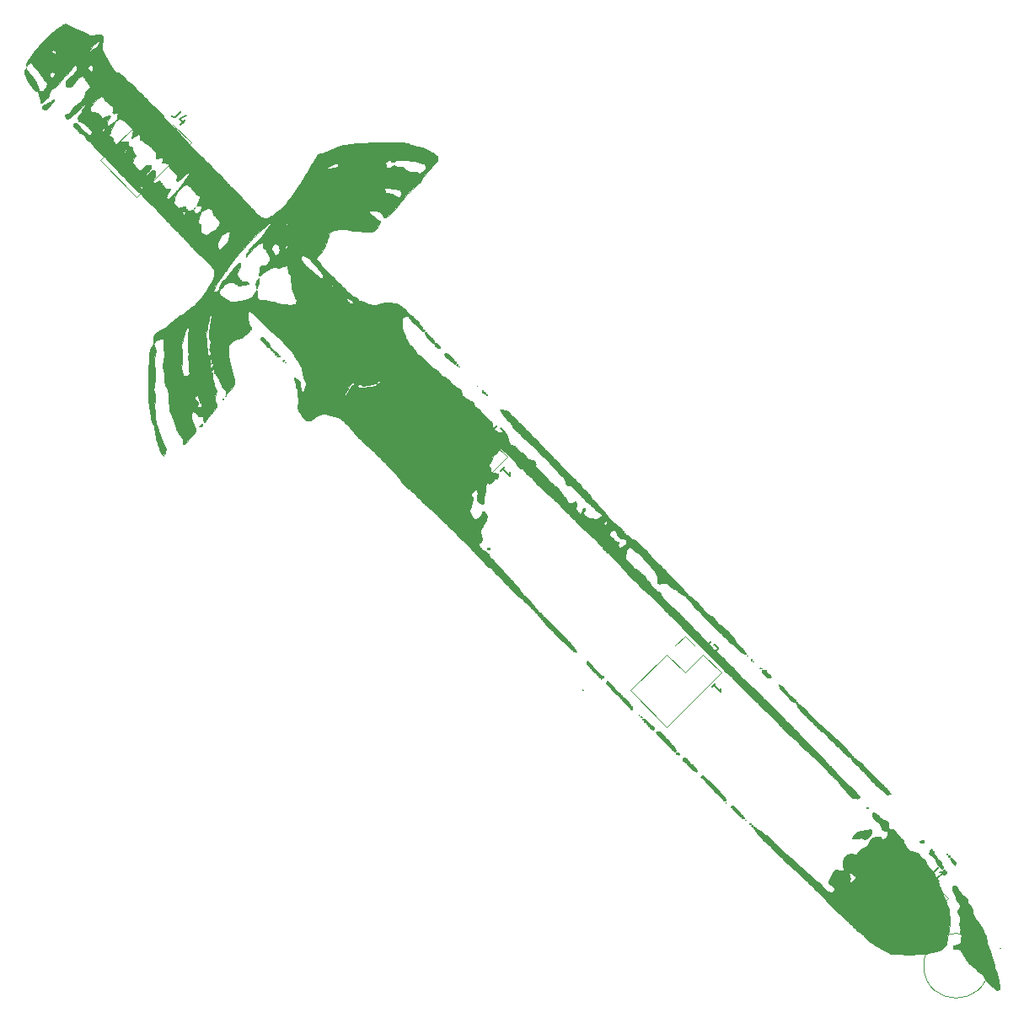
<source format=gbr>
G04 #@! TF.GenerationSoftware,KiCad,Pcbnew,5.1.2*
G04 #@! TF.CreationDate,2019-07-14T10:42:41-05:00*
G04 #@! TF.ProjectId,Master_Sword_(Ocarina_of_Time),4d617374-6572-45f5-9377-6f72645f284f,rev?*
G04 #@! TF.SameCoordinates,Original*
G04 #@! TF.FileFunction,Legend,Top*
G04 #@! TF.FilePolarity,Positive*
%FSLAX46Y46*%
G04 Gerber Fmt 4.6, Leading zero omitted, Abs format (unit mm)*
G04 Created by KiCad (PCBNEW 5.1.2) date 2019-07-14 10:42:41*
%MOMM*%
%LPD*%
G04 APERTURE LIST*
%ADD10C,0.150000*%
%ADD11C,0.120000*%
%ADD12C,0.010000*%
G04 APERTURE END LIST*
D10*
X130299582Y-87958702D02*
X130703643Y-87554641D01*
X130501613Y-87756672D02*
X131208720Y-88463779D01*
X131175048Y-88295420D01*
X131175048Y-88160733D01*
X131208720Y-88059718D01*
X151489582Y-109668703D02*
X151893643Y-109264642D01*
X151691613Y-109466673D02*
X152398720Y-110173780D01*
X152365048Y-110005421D01*
X152365048Y-109870734D01*
X152398720Y-109769719D01*
D11*
X179281495Y-137656555D02*
G75*
G03X179281495Y-137656555I-3250000J0D01*
G01*
D12*
G36*
X175648853Y-129763435D02*
G01*
X175663074Y-129722509D01*
X175732901Y-129628205D01*
X175833274Y-129585168D01*
X175934821Y-129599997D01*
X175991192Y-129648795D01*
X176058222Y-129715619D01*
X176107523Y-129735555D01*
X176150408Y-129772841D01*
X176183620Y-129864959D01*
X176187218Y-129884281D01*
X176240420Y-130025208D01*
X176347610Y-130178688D01*
X176372674Y-130206761D01*
X176590874Y-130438433D01*
X176761282Y-130611348D01*
X176890447Y-130731674D01*
X176984917Y-130805582D01*
X177040222Y-130835548D01*
X177101493Y-130872653D01*
X177139281Y-130941186D01*
X177164560Y-131064427D01*
X177171032Y-131113035D01*
X177201783Y-131275524D01*
X177256279Y-131392612D01*
X177343701Y-131494939D01*
X177427654Y-131584631D01*
X177478991Y-131650537D01*
X177486495Y-131667561D01*
X177511968Y-131718452D01*
X177558291Y-131776723D01*
X177605515Y-131869619D01*
X177644046Y-132023467D01*
X177660727Y-132139889D01*
X177712556Y-132424382D01*
X177809235Y-132674203D01*
X177963265Y-132916867D01*
X178078227Y-133058722D01*
X178196487Y-133202710D01*
X178302645Y-133343974D01*
X178375208Y-133453793D01*
X178379210Y-133460889D01*
X178487182Y-133651540D01*
X178585355Y-133812332D01*
X178631697Y-133884222D01*
X178690449Y-133995627D01*
X178746411Y-134134104D01*
X178754844Y-134159389D01*
X178808013Y-134295992D01*
X178884019Y-134457608D01*
X178929943Y-134543936D01*
X178999168Y-134691019D01*
X179052575Y-134865944D01*
X179096702Y-135092270D01*
X179113708Y-135205938D01*
X179152544Y-135445321D01*
X179195795Y-135624635D01*
X179250478Y-135768438D01*
X179302503Y-135866554D01*
X179384247Y-136033786D01*
X179450536Y-136218945D01*
X179471959Y-136305219D01*
X179510374Y-136464360D01*
X179567778Y-136657612D01*
X179625727Y-136826389D01*
X179714140Y-137078471D01*
X179790870Y-137325270D01*
X179850735Y-137547769D01*
X179888553Y-137726950D01*
X179899495Y-137831139D01*
X179919242Y-137948864D01*
X179967967Y-138084086D01*
X179980173Y-138109169D01*
X180043456Y-138254907D01*
X180099075Y-138419697D01*
X180108960Y-138456222D01*
X180152381Y-138618020D01*
X180204243Y-138797913D01*
X180222604Y-138858389D01*
X180282069Y-139077514D01*
X180345864Y-139360956D01*
X180409591Y-139688815D01*
X180424162Y-139770612D01*
X180427605Y-139911011D01*
X180397230Y-139986668D01*
X180321119Y-140060484D01*
X180244357Y-140118671D01*
X180180500Y-140154310D01*
X180130128Y-140149676D01*
X180067395Y-140095259D01*
X180011523Y-140032992D01*
X179900136Y-139925596D01*
X179752809Y-139808161D01*
X179645495Y-139734591D01*
X179471845Y-139619365D01*
X179336377Y-139510923D01*
X179219584Y-139388883D01*
X179101960Y-139232866D01*
X178964166Y-139022758D01*
X178856144Y-138852231D01*
X178755482Y-138693595D01*
X178677108Y-138570363D01*
X178649394Y-138526950D01*
X178515664Y-138395811D01*
X178383350Y-138335331D01*
X178268862Y-138286255D01*
X178172848Y-138209007D01*
X178071352Y-138082653D01*
X178036207Y-138031975D01*
X177920963Y-137879302D01*
X177817630Y-137785968D01*
X177709585Y-137734444D01*
X177569706Y-137659558D01*
X177409214Y-137524181D01*
X177338328Y-137450704D01*
X177232696Y-137325026D01*
X177114438Y-137168907D01*
X176994756Y-136999184D01*
X176884853Y-136832698D01*
X176795933Y-136686286D01*
X176739198Y-136576788D01*
X176724495Y-136528091D01*
X176695765Y-136465825D01*
X176639828Y-136403055D01*
X176576229Y-136326938D01*
X176555161Y-136272107D01*
X176528476Y-136209358D01*
X176461555Y-136116983D01*
X176430846Y-136081673D01*
X176360750Y-136010475D01*
X176296212Y-135970547D01*
X176210617Y-135953881D01*
X176077345Y-135952467D01*
X176007513Y-135954297D01*
X175708495Y-135963028D01*
X175708495Y-135817221D01*
X175718480Y-135717934D01*
X175763975Y-135658431D01*
X175867245Y-135608480D01*
X176009104Y-135558534D01*
X176145160Y-135519972D01*
X176158262Y-135517020D01*
X176291647Y-135470330D01*
X176387738Y-135388104D01*
X176454217Y-135257098D01*
X176498763Y-135064065D01*
X176520230Y-134892766D01*
X176537173Y-134683362D01*
X176537805Y-134551042D01*
X176522043Y-134489794D01*
X176514597Y-134484534D01*
X176438131Y-134417617D01*
X176409794Y-134291387D01*
X176431977Y-134119440D01*
X176456756Y-133984119D01*
X176448710Y-133866205D01*
X176404630Y-133719747D01*
X176403926Y-133717787D01*
X176361833Y-133581042D01*
X176348998Y-133463168D01*
X176362957Y-133322653D01*
X176376051Y-133247802D01*
X176402968Y-132978383D01*
X176382613Y-132735833D01*
X176318061Y-132536655D01*
X176218508Y-132402555D01*
X176142880Y-132329700D01*
X176119074Y-132268181D01*
X176137852Y-132179726D01*
X176153506Y-132133200D01*
X176220005Y-131993275D01*
X176308086Y-131867584D01*
X176318980Y-131855716D01*
X176413653Y-131713623D01*
X176425776Y-131568392D01*
X176354940Y-131416328D01*
X176257964Y-131305957D01*
X176096665Y-131099568D01*
X176009350Y-130914421D01*
X175952461Y-130764152D01*
X175874159Y-130574979D01*
X175789956Y-130384186D01*
X175777381Y-130356881D01*
X175688668Y-130152163D01*
X175640183Y-129998926D01*
X175628164Y-129876304D01*
X175648853Y-129763435D01*
X175648853Y-129763435D01*
G37*
X175648853Y-129763435D02*
X175663074Y-129722509D01*
X175732901Y-129628205D01*
X175833274Y-129585168D01*
X175934821Y-129599997D01*
X175991192Y-129648795D01*
X176058222Y-129715619D01*
X176107523Y-129735555D01*
X176150408Y-129772841D01*
X176183620Y-129864959D01*
X176187218Y-129884281D01*
X176240420Y-130025208D01*
X176347610Y-130178688D01*
X176372674Y-130206761D01*
X176590874Y-130438433D01*
X176761282Y-130611348D01*
X176890447Y-130731674D01*
X176984917Y-130805582D01*
X177040222Y-130835548D01*
X177101493Y-130872653D01*
X177139281Y-130941186D01*
X177164560Y-131064427D01*
X177171032Y-131113035D01*
X177201783Y-131275524D01*
X177256279Y-131392612D01*
X177343701Y-131494939D01*
X177427654Y-131584631D01*
X177478991Y-131650537D01*
X177486495Y-131667561D01*
X177511968Y-131718452D01*
X177558291Y-131776723D01*
X177605515Y-131869619D01*
X177644046Y-132023467D01*
X177660727Y-132139889D01*
X177712556Y-132424382D01*
X177809235Y-132674203D01*
X177963265Y-132916867D01*
X178078227Y-133058722D01*
X178196487Y-133202710D01*
X178302645Y-133343974D01*
X178375208Y-133453793D01*
X178379210Y-133460889D01*
X178487182Y-133651540D01*
X178585355Y-133812332D01*
X178631697Y-133884222D01*
X178690449Y-133995627D01*
X178746411Y-134134104D01*
X178754844Y-134159389D01*
X178808013Y-134295992D01*
X178884019Y-134457608D01*
X178929943Y-134543936D01*
X178999168Y-134691019D01*
X179052575Y-134865944D01*
X179096702Y-135092270D01*
X179113708Y-135205938D01*
X179152544Y-135445321D01*
X179195795Y-135624635D01*
X179250478Y-135768438D01*
X179302503Y-135866554D01*
X179384247Y-136033786D01*
X179450536Y-136218945D01*
X179471959Y-136305219D01*
X179510374Y-136464360D01*
X179567778Y-136657612D01*
X179625727Y-136826389D01*
X179714140Y-137078471D01*
X179790870Y-137325270D01*
X179850735Y-137547769D01*
X179888553Y-137726950D01*
X179899495Y-137831139D01*
X179919242Y-137948864D01*
X179967967Y-138084086D01*
X179980173Y-138109169D01*
X180043456Y-138254907D01*
X180099075Y-138419697D01*
X180108960Y-138456222D01*
X180152381Y-138618020D01*
X180204243Y-138797913D01*
X180222604Y-138858389D01*
X180282069Y-139077514D01*
X180345864Y-139360956D01*
X180409591Y-139688815D01*
X180424162Y-139770612D01*
X180427605Y-139911011D01*
X180397230Y-139986668D01*
X180321119Y-140060484D01*
X180244357Y-140118671D01*
X180180500Y-140154310D01*
X180130128Y-140149676D01*
X180067395Y-140095259D01*
X180011523Y-140032992D01*
X179900136Y-139925596D01*
X179752809Y-139808161D01*
X179645495Y-139734591D01*
X179471845Y-139619365D01*
X179336377Y-139510923D01*
X179219584Y-139388883D01*
X179101960Y-139232866D01*
X178964166Y-139022758D01*
X178856144Y-138852231D01*
X178755482Y-138693595D01*
X178677108Y-138570363D01*
X178649394Y-138526950D01*
X178515664Y-138395811D01*
X178383350Y-138335331D01*
X178268862Y-138286255D01*
X178172848Y-138209007D01*
X178071352Y-138082653D01*
X178036207Y-138031975D01*
X177920963Y-137879302D01*
X177817630Y-137785968D01*
X177709585Y-137734444D01*
X177569706Y-137659558D01*
X177409214Y-137524181D01*
X177338328Y-137450704D01*
X177232696Y-137325026D01*
X177114438Y-137168907D01*
X176994756Y-136999184D01*
X176884853Y-136832698D01*
X176795933Y-136686286D01*
X176739198Y-136576788D01*
X176724495Y-136528091D01*
X176695765Y-136465825D01*
X176639828Y-136403055D01*
X176576229Y-136326938D01*
X176555161Y-136272107D01*
X176528476Y-136209358D01*
X176461555Y-136116983D01*
X176430846Y-136081673D01*
X176360750Y-136010475D01*
X176296212Y-135970547D01*
X176210617Y-135953881D01*
X176077345Y-135952467D01*
X176007513Y-135954297D01*
X175708495Y-135963028D01*
X175708495Y-135817221D01*
X175718480Y-135717934D01*
X175763975Y-135658431D01*
X175867245Y-135608480D01*
X176009104Y-135558534D01*
X176145160Y-135519972D01*
X176158262Y-135517020D01*
X176291647Y-135470330D01*
X176387738Y-135388104D01*
X176454217Y-135257098D01*
X176498763Y-135064065D01*
X176520230Y-134892766D01*
X176537173Y-134683362D01*
X176537805Y-134551042D01*
X176522043Y-134489794D01*
X176514597Y-134484534D01*
X176438131Y-134417617D01*
X176409794Y-134291387D01*
X176431977Y-134119440D01*
X176456756Y-133984119D01*
X176448710Y-133866205D01*
X176404630Y-133719747D01*
X176403926Y-133717787D01*
X176361833Y-133581042D01*
X176348998Y-133463168D01*
X176362957Y-133322653D01*
X176376051Y-133247802D01*
X176402968Y-132978383D01*
X176382613Y-132735833D01*
X176318061Y-132536655D01*
X176218508Y-132402555D01*
X176142880Y-132329700D01*
X176119074Y-132268181D01*
X176137852Y-132179726D01*
X176153506Y-132133200D01*
X176220005Y-131993275D01*
X176308086Y-131867584D01*
X176318980Y-131855716D01*
X176413653Y-131713623D01*
X176425776Y-131568392D01*
X176354940Y-131416328D01*
X176257964Y-131305957D01*
X176096665Y-131099568D01*
X176009350Y-130914421D01*
X175952461Y-130764152D01*
X175874159Y-130574979D01*
X175789956Y-130384186D01*
X175777381Y-130356881D01*
X175688668Y-130152163D01*
X175640183Y-129998926D01*
X175628164Y-129876304D01*
X175648853Y-129763435D01*
G36*
X180379272Y-135845667D02*
G01*
X180429512Y-135840600D01*
X180435717Y-135845667D01*
X180429906Y-135870834D01*
X180407495Y-135873889D01*
X180372649Y-135858400D01*
X180379272Y-135845667D01*
X180379272Y-135845667D01*
G37*
X180379272Y-135845667D02*
X180429512Y-135840600D01*
X180435717Y-135845667D01*
X180429906Y-135870834D01*
X180407495Y-135873889D01*
X180372649Y-135858400D01*
X180379272Y-135845667D01*
G36*
X175444081Y-126807447D02*
G01*
X175460845Y-126789464D01*
X175521680Y-126795766D01*
X175573140Y-126849663D01*
X175636851Y-126919159D01*
X175684702Y-126941555D01*
X175737363Y-126970865D01*
X175818650Y-127042728D01*
X175905456Y-127133042D01*
X175974673Y-127217706D01*
X176003194Y-127272620D01*
X176003171Y-127273719D01*
X175986647Y-127327510D01*
X175948131Y-127424121D01*
X175939782Y-127443568D01*
X175878050Y-127585747D01*
X175750939Y-127449674D01*
X175673372Y-127359223D01*
X175628377Y-127292402D01*
X175623828Y-127278146D01*
X175593125Y-127228319D01*
X175545602Y-127187373D01*
X175486010Y-127112429D01*
X175444697Y-127002865D01*
X175428456Y-126890573D01*
X175444081Y-126807447D01*
X175444081Y-126807447D01*
G37*
X175444081Y-126807447D02*
X175460845Y-126789464D01*
X175521680Y-126795766D01*
X175573140Y-126849663D01*
X175636851Y-126919159D01*
X175684702Y-126941555D01*
X175737363Y-126970865D01*
X175818650Y-127042728D01*
X175905456Y-127133042D01*
X175974673Y-127217706D01*
X176003194Y-127272620D01*
X176003171Y-127273719D01*
X175986647Y-127327510D01*
X175948131Y-127424121D01*
X175939782Y-127443568D01*
X175878050Y-127585747D01*
X175750939Y-127449674D01*
X175673372Y-127359223D01*
X175628377Y-127292402D01*
X175623828Y-127278146D01*
X175593125Y-127228319D01*
X175545602Y-127187373D01*
X175486010Y-127112429D01*
X175444697Y-127002865D01*
X175428456Y-126890573D01*
X175444081Y-126807447D01*
G36*
X155661941Y-123730953D02*
G01*
X155705378Y-123696912D01*
X155747901Y-123723532D01*
X155808343Y-123760383D01*
X155852070Y-123766555D01*
X155924363Y-123804156D01*
X155954495Y-123865549D01*
X156017426Y-123954630D01*
X156154861Y-124040137D01*
X156356674Y-124116051D01*
X156394400Y-124126944D01*
X156474589Y-124171548D01*
X156582439Y-124259190D01*
X156665870Y-124341063D01*
X156768729Y-124440984D01*
X156856357Y-124508999D01*
X156901039Y-124528555D01*
X156992051Y-124559855D01*
X157119314Y-124644500D01*
X157267611Y-124768607D01*
X157421727Y-124918295D01*
X157566445Y-125079680D01*
X157686548Y-125238880D01*
X157696991Y-125254720D01*
X157783959Y-125360968D01*
X157912114Y-125486029D01*
X158041707Y-125593386D01*
X158184492Y-125709810D01*
X158355238Y-125862116D01*
X158524646Y-126023819D01*
X158583505Y-126083174D01*
X158731603Y-126229033D01*
X158879543Y-126364034D01*
X159004330Y-126467605D01*
X159050328Y-126500827D01*
X159118715Y-126546665D01*
X159179523Y-126590450D01*
X159243438Y-126641691D01*
X159321145Y-126709899D01*
X159423333Y-126804584D01*
X159560685Y-126935258D01*
X159743890Y-127111429D01*
X159833495Y-127197818D01*
X160006336Y-127361871D01*
X160179045Y-127521263D01*
X160331511Y-127657699D01*
X160442984Y-127752366D01*
X160581949Y-127874244D01*
X160715533Y-128007672D01*
X160781651Y-128083239D01*
X160891251Y-128197896D01*
X161036934Y-128322333D01*
X161145828Y-128401419D01*
X161310957Y-128522420D01*
X161483574Y-128666803D01*
X161576329Y-128753912D01*
X161743019Y-128918001D01*
X161867837Y-129031759D01*
X161965738Y-129107621D01*
X162051674Y-129158020D01*
X162076104Y-129169475D01*
X162187862Y-129236798D01*
X162257473Y-129296475D01*
X162324296Y-129366743D01*
X162427512Y-129474385D01*
X162543223Y-129594488D01*
X162646692Y-129704386D01*
X162722003Y-129789639D01*
X162754218Y-129833265D01*
X162754495Y-129834648D01*
X162785946Y-129885665D01*
X162868058Y-129969355D01*
X162982465Y-130069362D01*
X163110804Y-130169328D01*
X163198504Y-130230136D01*
X163348956Y-130313723D01*
X163464623Y-130333629D01*
X163569739Y-130286880D01*
X163688537Y-130170502D01*
X163689044Y-130169925D01*
X163772841Y-130057998D01*
X163799757Y-129967526D01*
X163793032Y-129910262D01*
X163713856Y-129729938D01*
X163581708Y-129598689D01*
X163469853Y-129547062D01*
X163319594Y-129474744D01*
X163216351Y-129366454D01*
X163179420Y-129248722D01*
X163198826Y-129169431D01*
X163252471Y-129035373D01*
X163331505Y-128864663D01*
X163427075Y-128675417D01*
X163530332Y-128485749D01*
X163632424Y-128313774D01*
X163649042Y-128287577D01*
X163787128Y-128123117D01*
X163937198Y-128036462D01*
X164092853Y-128030118D01*
X164197912Y-128072535D01*
X164294295Y-128114177D01*
X164403260Y-128120153D01*
X164519297Y-128102722D01*
X164641609Y-128074638D01*
X164701956Y-128040563D01*
X164722221Y-127982732D01*
X164724191Y-127936389D01*
X164705888Y-127801841D01*
X164667472Y-127687721D01*
X164637571Y-127602686D01*
X164631097Y-127504243D01*
X164647631Y-127364237D01*
X164661467Y-127285554D01*
X164737111Y-126988309D01*
X164844710Y-126760985D01*
X164991763Y-126592446D01*
X165185771Y-126471557D01*
X165219629Y-126456743D01*
X165376222Y-126405469D01*
X165519902Y-126398029D01*
X165686699Y-126434555D01*
X165760074Y-126458746D01*
X165876612Y-126496298D01*
X165939916Y-126502481D01*
X165975856Y-126476107D01*
X165992907Y-126448066D01*
X166057262Y-126362000D01*
X166165012Y-126247345D01*
X166297759Y-126120601D01*
X166437106Y-125998265D01*
X166564655Y-125896836D01*
X166662009Y-125832812D01*
X166693204Y-125820073D01*
X166910200Y-125729321D01*
X167083299Y-125569795D01*
X167171518Y-125423897D01*
X167246774Y-125277900D01*
X167328562Y-125142956D01*
X167361525Y-125096596D01*
X167450224Y-124980879D01*
X167531259Y-124873514D01*
X167532594Y-124871722D01*
X167610901Y-124802000D01*
X167735752Y-124754281D01*
X167858861Y-124729355D01*
X168079241Y-124695795D01*
X168233722Y-124681780D01*
X168339407Y-124690166D01*
X168413403Y-124723809D01*
X168472814Y-124785563D01*
X168508961Y-124837889D01*
X168582785Y-124937958D01*
X168644624Y-124977704D01*
X168719493Y-124972960D01*
X168721568Y-124972453D01*
X168893531Y-124889496D01*
X169027377Y-124746994D01*
X169110422Y-124566159D01*
X169129978Y-124368202D01*
X169120796Y-124304900D01*
X169093194Y-124195099D01*
X169053074Y-124141199D01*
X168972915Y-124120287D01*
X168891343Y-124113858D01*
X168775975Y-124100282D01*
X168699129Y-124065326D01*
X168631402Y-123989364D01*
X168574247Y-123902191D01*
X168502418Y-123784427D01*
X168450947Y-123693663D01*
X168435275Y-123660722D01*
X168358095Y-123465843D01*
X168262121Y-123324061D01*
X168122943Y-123203995D01*
X168034401Y-123145348D01*
X167882746Y-123040992D01*
X167780410Y-122940220D01*
X167699332Y-122812246D01*
X167661834Y-122736580D01*
X167597747Y-122589941D01*
X167571516Y-122491817D01*
X167578136Y-122417711D01*
X167590244Y-122386229D01*
X167646237Y-122312786D01*
X167741897Y-122286185D01*
X167784425Y-122284889D01*
X167855814Y-122291854D01*
X167926108Y-122319569D01*
X168009738Y-122378264D01*
X168121134Y-122478169D01*
X168274728Y-122629511D01*
X168284592Y-122639435D01*
X168458596Y-122808682D01*
X168593369Y-122924057D01*
X168703803Y-122996797D01*
X168804790Y-123038140D01*
X168817707Y-123041717D01*
X168966115Y-123100029D01*
X169102863Y-123183453D01*
X169125452Y-123202064D01*
X169192933Y-123267938D01*
X169229713Y-123331750D01*
X169243540Y-123420366D01*
X169242162Y-123560652D01*
X169240580Y-123601291D01*
X169240627Y-123779644D01*
X169267291Y-123888459D01*
X169333774Y-123941793D01*
X169453273Y-123953703D01*
X169564261Y-123946022D01*
X169676360Y-123938368D01*
X169748371Y-123952798D01*
X169807273Y-124004710D01*
X169880047Y-124109507D01*
X169897325Y-124136136D01*
X169993069Y-124267061D01*
X170125160Y-124426284D01*
X170268487Y-124583867D01*
X170300481Y-124616812D01*
X170501722Y-124831644D01*
X170635479Y-124999660D01*
X170703344Y-125123006D01*
X170713161Y-125172986D01*
X170736210Y-125255927D01*
X170796692Y-125383943D01*
X170881606Y-125534098D01*
X170977955Y-125683459D01*
X171072737Y-125809092D01*
X171075670Y-125812547D01*
X171267780Y-126007729D01*
X171448338Y-126131386D01*
X171610754Y-126179126D01*
X171626230Y-126179555D01*
X171753144Y-126194170D01*
X171902589Y-126230535D01*
X171941708Y-126243366D01*
X172037028Y-126283876D01*
X172124884Y-126340894D01*
X172220062Y-126427716D01*
X172337347Y-126557635D01*
X172472771Y-126720854D01*
X172582931Y-126827355D01*
X172708212Y-126910187D01*
X172729061Y-126919777D01*
X172823239Y-126975455D01*
X172870772Y-127035516D01*
X172872161Y-127045229D01*
X172893522Y-127102950D01*
X172912863Y-127110889D01*
X172949085Y-127147494D01*
X172988672Y-127238503D01*
X172998222Y-127269639D01*
X173041301Y-127395260D01*
X173103642Y-127522725D01*
X173193478Y-127663887D01*
X173319041Y-127830604D01*
X173488563Y-128034728D01*
X173688001Y-128263022D01*
X173767251Y-128381360D01*
X173840836Y-128538334D01*
X173872713Y-128631551D01*
X173922791Y-128777775D01*
X173979364Y-128900744D01*
X174013108Y-128952389D01*
X174135050Y-129123129D01*
X174233020Y-129314290D01*
X174284865Y-129476717D01*
X174315767Y-129576995D01*
X174376385Y-129726920D01*
X174456271Y-129901607D01*
X174502085Y-129994217D01*
X174583671Y-130161965D01*
X174647783Y-130307916D01*
X174685798Y-130411661D01*
X174692495Y-130444903D01*
X174709262Y-130513402D01*
X174754623Y-130639109D01*
X174821163Y-130802603D01*
X174882790Y-130943404D01*
X174960281Y-131119620D01*
X175022607Y-131269676D01*
X175062471Y-131375472D01*
X175073290Y-131416065D01*
X175092137Y-131479992D01*
X175140183Y-131588583D01*
X175179328Y-131665787D01*
X175245058Y-131815580D01*
X175277338Y-131970807D01*
X175285161Y-132149691D01*
X175294959Y-132325324D01*
X175320449Y-132489462D01*
X175348661Y-132586526D01*
X175390365Y-132735748D01*
X175404945Y-132890461D01*
X175404649Y-132898612D01*
X175399342Y-133004904D01*
X175390643Y-133171794D01*
X175379812Y-133375345D01*
X175369468Y-133566722D01*
X175348010Y-133828185D01*
X175309291Y-134126967D01*
X175251558Y-134473342D01*
X175173058Y-134877584D01*
X175072040Y-135349964D01*
X175043059Y-135479918D01*
X174988150Y-135596133D01*
X174879479Y-135736451D01*
X174735471Y-135880737D01*
X174574553Y-136008851D01*
X174534806Y-136035376D01*
X174317930Y-136143082D01*
X174019914Y-136241325D01*
X173643846Y-136329246D01*
X173210828Y-136403354D01*
X173020587Y-136432279D01*
X172857757Y-136458774D01*
X172743062Y-136479368D01*
X172701857Y-136488614D01*
X172616453Y-136491798D01*
X172511357Y-136472393D01*
X172382255Y-136460979D01*
X172182699Y-136481635D01*
X172004328Y-136514213D01*
X171692672Y-136567998D01*
X171423384Y-136588707D01*
X171161099Y-136576820D01*
X170870451Y-136532814D01*
X170854468Y-136529766D01*
X170661898Y-136502179D01*
X170422684Y-136481533D01*
X170174751Y-136470677D01*
X170056995Y-136469831D01*
X169791532Y-136468447D01*
X169593331Y-136457456D01*
X169445271Y-136434172D01*
X169330229Y-136395906D01*
X169231495Y-136340248D01*
X169141260Y-136286978D01*
X169002550Y-136213646D01*
X168843932Y-136135304D01*
X168829328Y-136128366D01*
X168678217Y-136054006D01*
X168552046Y-135986790D01*
X168475112Y-135939751D01*
X168469495Y-135935385D01*
X168404487Y-135892674D01*
X168285400Y-135823871D01*
X168133662Y-135741189D01*
X168068787Y-135707049D01*
X167646993Y-135456072D01*
X167288708Y-135172707D01*
X167109837Y-134995832D01*
X166862586Y-134744005D01*
X166645583Y-134548115D01*
X166465576Y-134414032D01*
X166395161Y-134373781D01*
X166298321Y-134309801D01*
X166167360Y-134202436D01*
X166025138Y-134070924D01*
X165971828Y-134017523D01*
X165788740Y-133833898D01*
X165788740Y-131453278D01*
X165834722Y-131419398D01*
X165844828Y-131384057D01*
X165816425Y-131344987D01*
X165809550Y-131344222D01*
X165748200Y-131371838D01*
X165739681Y-131429163D01*
X165743071Y-131435484D01*
X165788740Y-131453278D01*
X165788740Y-133833898D01*
X165783102Y-133828243D01*
X165538886Y-133590644D01*
X165247220Y-133312374D01*
X165207806Y-133275315D01*
X165207806Y-129356676D01*
X165322097Y-129327991D01*
X165449985Y-129275599D01*
X165602345Y-129185551D01*
X165747031Y-129079530D01*
X165851901Y-128979215D01*
X165865426Y-128961521D01*
X165924162Y-128827541D01*
X165900142Y-128705984D01*
X165844828Y-128634889D01*
X165770062Y-128572821D01*
X165720681Y-128550222D01*
X165677171Y-128515416D01*
X165655664Y-128469764D01*
X165591467Y-128393405D01*
X165476912Y-128357083D01*
X165339254Y-128367003D01*
X165284120Y-128385186D01*
X165205460Y-128424463D01*
X165198897Y-128454294D01*
X165227129Y-128474396D01*
X165278191Y-128546576D01*
X165294495Y-128655661D01*
X165306982Y-128761183D01*
X165337390Y-128825345D01*
X165340814Y-128827853D01*
X165369879Y-128884891D01*
X165353005Y-128996757D01*
X165289014Y-129170322D01*
X165277570Y-129196866D01*
X165207806Y-129356676D01*
X165207806Y-133275315D01*
X164916147Y-133001078D01*
X164553707Y-132664404D01*
X164394680Y-132517840D01*
X164066828Y-132211195D01*
X164066828Y-130497555D01*
X164107931Y-130465341D01*
X164109161Y-130455222D01*
X164076947Y-130414119D01*
X164066828Y-130412889D01*
X164025725Y-130445103D01*
X164024495Y-130455222D01*
X164056709Y-130496325D01*
X164066828Y-130497555D01*
X164066828Y-132211195D01*
X163976566Y-132126771D01*
X163615969Y-131774849D01*
X163302048Y-131451269D01*
X163071995Y-131199658D01*
X162930262Y-131043558D01*
X162791510Y-130896675D01*
X162676030Y-130780229D01*
X162627495Y-130734808D01*
X162555525Y-130668350D01*
X162433590Y-130552727D01*
X162272196Y-130398031D01*
X162081848Y-130214356D01*
X161873052Y-130011795D01*
X161738495Y-129880713D01*
X161507264Y-129655587D01*
X161272914Y-129428316D01*
X161049784Y-129212744D01*
X160852213Y-129022710D01*
X160694540Y-128872057D01*
X160641993Y-128822278D01*
X160475593Y-128664575D01*
X160309229Y-128505699D01*
X160165797Y-128367570D01*
X160091660Y-128295318D01*
X159954019Y-128166648D01*
X159787415Y-128020219D01*
X159642995Y-127900039D01*
X159537910Y-127810408D01*
X159383879Y-127672034D01*
X159192202Y-127495657D01*
X158974181Y-127292019D01*
X158741119Y-127071861D01*
X158504318Y-126845925D01*
X158275079Y-126624950D01*
X158064706Y-126419680D01*
X157884499Y-126240854D01*
X157745762Y-126099213D01*
X157723767Y-126076062D01*
X157528178Y-125871829D01*
X157324892Y-125664996D01*
X157127755Y-125469188D01*
X156950611Y-125298029D01*
X156807308Y-125165143D01*
X156731924Y-125100055D01*
X156639254Y-125014844D01*
X156582743Y-124943828D01*
X156574743Y-124921628D01*
X156540525Y-124864059D01*
X156481909Y-124821008D01*
X156393835Y-124755845D01*
X156296125Y-124659213D01*
X156280826Y-124641482D01*
X156181252Y-124525384D01*
X156084467Y-124416615D01*
X156076411Y-124407838D01*
X156009714Y-124312909D01*
X155981177Y-124227482D01*
X155981161Y-124226041D01*
X155951982Y-124160889D01*
X155915459Y-124147555D01*
X155857208Y-124111573D01*
X155806923Y-124024587D01*
X155805484Y-124020555D01*
X155757936Y-123932291D01*
X155703882Y-123893627D01*
X155701853Y-123893555D01*
X155653247Y-123858409D01*
X155642495Y-123811387D01*
X155661941Y-123730953D01*
X155661941Y-123730953D01*
G37*
X155661941Y-123730953D02*
X155705378Y-123696912D01*
X155747901Y-123723532D01*
X155808343Y-123760383D01*
X155852070Y-123766555D01*
X155924363Y-123804156D01*
X155954495Y-123865549D01*
X156017426Y-123954630D01*
X156154861Y-124040137D01*
X156356674Y-124116051D01*
X156394400Y-124126944D01*
X156474589Y-124171548D01*
X156582439Y-124259190D01*
X156665870Y-124341063D01*
X156768729Y-124440984D01*
X156856357Y-124508999D01*
X156901039Y-124528555D01*
X156992051Y-124559855D01*
X157119314Y-124644500D01*
X157267611Y-124768607D01*
X157421727Y-124918295D01*
X157566445Y-125079680D01*
X157686548Y-125238880D01*
X157696991Y-125254720D01*
X157783959Y-125360968D01*
X157912114Y-125486029D01*
X158041707Y-125593386D01*
X158184492Y-125709810D01*
X158355238Y-125862116D01*
X158524646Y-126023819D01*
X158583505Y-126083174D01*
X158731603Y-126229033D01*
X158879543Y-126364034D01*
X159004330Y-126467605D01*
X159050328Y-126500827D01*
X159118715Y-126546665D01*
X159179523Y-126590450D01*
X159243438Y-126641691D01*
X159321145Y-126709899D01*
X159423333Y-126804584D01*
X159560685Y-126935258D01*
X159743890Y-127111429D01*
X159833495Y-127197818D01*
X160006336Y-127361871D01*
X160179045Y-127521263D01*
X160331511Y-127657699D01*
X160442984Y-127752366D01*
X160581949Y-127874244D01*
X160715533Y-128007672D01*
X160781651Y-128083239D01*
X160891251Y-128197896D01*
X161036934Y-128322333D01*
X161145828Y-128401419D01*
X161310957Y-128522420D01*
X161483574Y-128666803D01*
X161576329Y-128753912D01*
X161743019Y-128918001D01*
X161867837Y-129031759D01*
X161965738Y-129107621D01*
X162051674Y-129158020D01*
X162076104Y-129169475D01*
X162187862Y-129236798D01*
X162257473Y-129296475D01*
X162324296Y-129366743D01*
X162427512Y-129474385D01*
X162543223Y-129594488D01*
X162646692Y-129704386D01*
X162722003Y-129789639D01*
X162754218Y-129833265D01*
X162754495Y-129834648D01*
X162785946Y-129885665D01*
X162868058Y-129969355D01*
X162982465Y-130069362D01*
X163110804Y-130169328D01*
X163198504Y-130230136D01*
X163348956Y-130313723D01*
X163464623Y-130333629D01*
X163569739Y-130286880D01*
X163688537Y-130170502D01*
X163689044Y-130169925D01*
X163772841Y-130057998D01*
X163799757Y-129967526D01*
X163793032Y-129910262D01*
X163713856Y-129729938D01*
X163581708Y-129598689D01*
X163469853Y-129547062D01*
X163319594Y-129474744D01*
X163216351Y-129366454D01*
X163179420Y-129248722D01*
X163198826Y-129169431D01*
X163252471Y-129035373D01*
X163331505Y-128864663D01*
X163427075Y-128675417D01*
X163530332Y-128485749D01*
X163632424Y-128313774D01*
X163649042Y-128287577D01*
X163787128Y-128123117D01*
X163937198Y-128036462D01*
X164092853Y-128030118D01*
X164197912Y-128072535D01*
X164294295Y-128114177D01*
X164403260Y-128120153D01*
X164519297Y-128102722D01*
X164641609Y-128074638D01*
X164701956Y-128040563D01*
X164722221Y-127982732D01*
X164724191Y-127936389D01*
X164705888Y-127801841D01*
X164667472Y-127687721D01*
X164637571Y-127602686D01*
X164631097Y-127504243D01*
X164647631Y-127364237D01*
X164661467Y-127285554D01*
X164737111Y-126988309D01*
X164844710Y-126760985D01*
X164991763Y-126592446D01*
X165185771Y-126471557D01*
X165219629Y-126456743D01*
X165376222Y-126405469D01*
X165519902Y-126398029D01*
X165686699Y-126434555D01*
X165760074Y-126458746D01*
X165876612Y-126496298D01*
X165939916Y-126502481D01*
X165975856Y-126476107D01*
X165992907Y-126448066D01*
X166057262Y-126362000D01*
X166165012Y-126247345D01*
X166297759Y-126120601D01*
X166437106Y-125998265D01*
X166564655Y-125896836D01*
X166662009Y-125832812D01*
X166693204Y-125820073D01*
X166910200Y-125729321D01*
X167083299Y-125569795D01*
X167171518Y-125423897D01*
X167246774Y-125277900D01*
X167328562Y-125142956D01*
X167361525Y-125096596D01*
X167450224Y-124980879D01*
X167531259Y-124873514D01*
X167532594Y-124871722D01*
X167610901Y-124802000D01*
X167735752Y-124754281D01*
X167858861Y-124729355D01*
X168079241Y-124695795D01*
X168233722Y-124681780D01*
X168339407Y-124690166D01*
X168413403Y-124723809D01*
X168472814Y-124785563D01*
X168508961Y-124837889D01*
X168582785Y-124937958D01*
X168644624Y-124977704D01*
X168719493Y-124972960D01*
X168721568Y-124972453D01*
X168893531Y-124889496D01*
X169027377Y-124746994D01*
X169110422Y-124566159D01*
X169129978Y-124368202D01*
X169120796Y-124304900D01*
X169093194Y-124195099D01*
X169053074Y-124141199D01*
X168972915Y-124120287D01*
X168891343Y-124113858D01*
X168775975Y-124100282D01*
X168699129Y-124065326D01*
X168631402Y-123989364D01*
X168574247Y-123902191D01*
X168502418Y-123784427D01*
X168450947Y-123693663D01*
X168435275Y-123660722D01*
X168358095Y-123465843D01*
X168262121Y-123324061D01*
X168122943Y-123203995D01*
X168034401Y-123145348D01*
X167882746Y-123040992D01*
X167780410Y-122940220D01*
X167699332Y-122812246D01*
X167661834Y-122736580D01*
X167597747Y-122589941D01*
X167571516Y-122491817D01*
X167578136Y-122417711D01*
X167590244Y-122386229D01*
X167646237Y-122312786D01*
X167741897Y-122286185D01*
X167784425Y-122284889D01*
X167855814Y-122291854D01*
X167926108Y-122319569D01*
X168009738Y-122378264D01*
X168121134Y-122478169D01*
X168274728Y-122629511D01*
X168284592Y-122639435D01*
X168458596Y-122808682D01*
X168593369Y-122924057D01*
X168703803Y-122996797D01*
X168804790Y-123038140D01*
X168817707Y-123041717D01*
X168966115Y-123100029D01*
X169102863Y-123183453D01*
X169125452Y-123202064D01*
X169192933Y-123267938D01*
X169229713Y-123331750D01*
X169243540Y-123420366D01*
X169242162Y-123560652D01*
X169240580Y-123601291D01*
X169240627Y-123779644D01*
X169267291Y-123888459D01*
X169333774Y-123941793D01*
X169453273Y-123953703D01*
X169564261Y-123946022D01*
X169676360Y-123938368D01*
X169748371Y-123952798D01*
X169807273Y-124004710D01*
X169880047Y-124109507D01*
X169897325Y-124136136D01*
X169993069Y-124267061D01*
X170125160Y-124426284D01*
X170268487Y-124583867D01*
X170300481Y-124616812D01*
X170501722Y-124831644D01*
X170635479Y-124999660D01*
X170703344Y-125123006D01*
X170713161Y-125172986D01*
X170736210Y-125255927D01*
X170796692Y-125383943D01*
X170881606Y-125534098D01*
X170977955Y-125683459D01*
X171072737Y-125809092D01*
X171075670Y-125812547D01*
X171267780Y-126007729D01*
X171448338Y-126131386D01*
X171610754Y-126179126D01*
X171626230Y-126179555D01*
X171753144Y-126194170D01*
X171902589Y-126230535D01*
X171941708Y-126243366D01*
X172037028Y-126283876D01*
X172124884Y-126340894D01*
X172220062Y-126427716D01*
X172337347Y-126557635D01*
X172472771Y-126720854D01*
X172582931Y-126827355D01*
X172708212Y-126910187D01*
X172729061Y-126919777D01*
X172823239Y-126975455D01*
X172870772Y-127035516D01*
X172872161Y-127045229D01*
X172893522Y-127102950D01*
X172912863Y-127110889D01*
X172949085Y-127147494D01*
X172988672Y-127238503D01*
X172998222Y-127269639D01*
X173041301Y-127395260D01*
X173103642Y-127522725D01*
X173193478Y-127663887D01*
X173319041Y-127830604D01*
X173488563Y-128034728D01*
X173688001Y-128263022D01*
X173767251Y-128381360D01*
X173840836Y-128538334D01*
X173872713Y-128631551D01*
X173922791Y-128777775D01*
X173979364Y-128900744D01*
X174013108Y-128952389D01*
X174135050Y-129123129D01*
X174233020Y-129314290D01*
X174284865Y-129476717D01*
X174315767Y-129576995D01*
X174376385Y-129726920D01*
X174456271Y-129901607D01*
X174502085Y-129994217D01*
X174583671Y-130161965D01*
X174647783Y-130307916D01*
X174685798Y-130411661D01*
X174692495Y-130444903D01*
X174709262Y-130513402D01*
X174754623Y-130639109D01*
X174821163Y-130802603D01*
X174882790Y-130943404D01*
X174960281Y-131119620D01*
X175022607Y-131269676D01*
X175062471Y-131375472D01*
X175073290Y-131416065D01*
X175092137Y-131479992D01*
X175140183Y-131588583D01*
X175179328Y-131665787D01*
X175245058Y-131815580D01*
X175277338Y-131970807D01*
X175285161Y-132149691D01*
X175294959Y-132325324D01*
X175320449Y-132489462D01*
X175348661Y-132586526D01*
X175390365Y-132735748D01*
X175404945Y-132890461D01*
X175404649Y-132898612D01*
X175399342Y-133004904D01*
X175390643Y-133171794D01*
X175379812Y-133375345D01*
X175369468Y-133566722D01*
X175348010Y-133828185D01*
X175309291Y-134126967D01*
X175251558Y-134473342D01*
X175173058Y-134877584D01*
X175072040Y-135349964D01*
X175043059Y-135479918D01*
X174988150Y-135596133D01*
X174879479Y-135736451D01*
X174735471Y-135880737D01*
X174574553Y-136008851D01*
X174534806Y-136035376D01*
X174317930Y-136143082D01*
X174019914Y-136241325D01*
X173643846Y-136329246D01*
X173210828Y-136403354D01*
X173020587Y-136432279D01*
X172857757Y-136458774D01*
X172743062Y-136479368D01*
X172701857Y-136488614D01*
X172616453Y-136491798D01*
X172511357Y-136472393D01*
X172382255Y-136460979D01*
X172182699Y-136481635D01*
X172004328Y-136514213D01*
X171692672Y-136567998D01*
X171423384Y-136588707D01*
X171161099Y-136576820D01*
X170870451Y-136532814D01*
X170854468Y-136529766D01*
X170661898Y-136502179D01*
X170422684Y-136481533D01*
X170174751Y-136470677D01*
X170056995Y-136469831D01*
X169791532Y-136468447D01*
X169593331Y-136457456D01*
X169445271Y-136434172D01*
X169330229Y-136395906D01*
X169231495Y-136340248D01*
X169141260Y-136286978D01*
X169002550Y-136213646D01*
X168843932Y-136135304D01*
X168829328Y-136128366D01*
X168678217Y-136054006D01*
X168552046Y-135986790D01*
X168475112Y-135939751D01*
X168469495Y-135935385D01*
X168404487Y-135892674D01*
X168285400Y-135823871D01*
X168133662Y-135741189D01*
X168068787Y-135707049D01*
X167646993Y-135456072D01*
X167288708Y-135172707D01*
X167109837Y-134995832D01*
X166862586Y-134744005D01*
X166645583Y-134548115D01*
X166465576Y-134414032D01*
X166395161Y-134373781D01*
X166298321Y-134309801D01*
X166167360Y-134202436D01*
X166025138Y-134070924D01*
X165971828Y-134017523D01*
X165788740Y-133833898D01*
X165788740Y-131453278D01*
X165834722Y-131419398D01*
X165844828Y-131384057D01*
X165816425Y-131344987D01*
X165809550Y-131344222D01*
X165748200Y-131371838D01*
X165739681Y-131429163D01*
X165743071Y-131435484D01*
X165788740Y-131453278D01*
X165788740Y-133833898D01*
X165783102Y-133828243D01*
X165538886Y-133590644D01*
X165247220Y-133312374D01*
X165207806Y-133275315D01*
X165207806Y-129356676D01*
X165322097Y-129327991D01*
X165449985Y-129275599D01*
X165602345Y-129185551D01*
X165747031Y-129079530D01*
X165851901Y-128979215D01*
X165865426Y-128961521D01*
X165924162Y-128827541D01*
X165900142Y-128705984D01*
X165844828Y-128634889D01*
X165770062Y-128572821D01*
X165720681Y-128550222D01*
X165677171Y-128515416D01*
X165655664Y-128469764D01*
X165591467Y-128393405D01*
X165476912Y-128357083D01*
X165339254Y-128367003D01*
X165284120Y-128385186D01*
X165205460Y-128424463D01*
X165198897Y-128454294D01*
X165227129Y-128474396D01*
X165278191Y-128546576D01*
X165294495Y-128655661D01*
X165306982Y-128761183D01*
X165337390Y-128825345D01*
X165340814Y-128827853D01*
X165369879Y-128884891D01*
X165353005Y-128996757D01*
X165289014Y-129170322D01*
X165277570Y-129196866D01*
X165207806Y-129356676D01*
X165207806Y-133275315D01*
X164916147Y-133001078D01*
X164553707Y-132664404D01*
X164394680Y-132517840D01*
X164066828Y-132211195D01*
X164066828Y-130497555D01*
X164107931Y-130465341D01*
X164109161Y-130455222D01*
X164076947Y-130414119D01*
X164066828Y-130412889D01*
X164025725Y-130445103D01*
X164024495Y-130455222D01*
X164056709Y-130496325D01*
X164066828Y-130497555D01*
X164066828Y-132211195D01*
X163976566Y-132126771D01*
X163615969Y-131774849D01*
X163302048Y-131451269D01*
X163071995Y-131199658D01*
X162930262Y-131043558D01*
X162791510Y-130896675D01*
X162676030Y-130780229D01*
X162627495Y-130734808D01*
X162555525Y-130668350D01*
X162433590Y-130552727D01*
X162272196Y-130398031D01*
X162081848Y-130214356D01*
X161873052Y-130011795D01*
X161738495Y-129880713D01*
X161507264Y-129655587D01*
X161272914Y-129428316D01*
X161049784Y-129212744D01*
X160852213Y-129022710D01*
X160694540Y-128872057D01*
X160641993Y-128822278D01*
X160475593Y-128664575D01*
X160309229Y-128505699D01*
X160165797Y-128367570D01*
X160091660Y-128295318D01*
X159954019Y-128166648D01*
X159787415Y-128020219D01*
X159642995Y-127900039D01*
X159537910Y-127810408D01*
X159383879Y-127672034D01*
X159192202Y-127495657D01*
X158974181Y-127292019D01*
X158741119Y-127071861D01*
X158504318Y-126845925D01*
X158275079Y-126624950D01*
X158064706Y-126419680D01*
X157884499Y-126240854D01*
X157745762Y-126099213D01*
X157723767Y-126076062D01*
X157528178Y-125871829D01*
X157324892Y-125664996D01*
X157127755Y-125469188D01*
X156950611Y-125298029D01*
X156807308Y-125165143D01*
X156731924Y-125100055D01*
X156639254Y-125014844D01*
X156582743Y-124943828D01*
X156574743Y-124921628D01*
X156540525Y-124864059D01*
X156481909Y-124821008D01*
X156393835Y-124755845D01*
X156296125Y-124659213D01*
X156280826Y-124641482D01*
X156181252Y-124525384D01*
X156084467Y-124416615D01*
X156076411Y-124407838D01*
X156009714Y-124312909D01*
X155981177Y-124227482D01*
X155981161Y-124226041D01*
X155951982Y-124160889D01*
X155915459Y-124147555D01*
X155857208Y-124111573D01*
X155806923Y-124024587D01*
X155805484Y-124020555D01*
X155757936Y-123932291D01*
X155703882Y-123893627D01*
X155701853Y-123893555D01*
X155653247Y-123858409D01*
X155642495Y-123811387D01*
X155661941Y-123730953D01*
G36*
X175258522Y-126604405D02*
G01*
X175324802Y-126582538D01*
X175351756Y-126588768D01*
X175407764Y-126632484D01*
X175384462Y-126696237D01*
X175362368Y-126720415D01*
X175299695Y-126747492D01*
X175256013Y-126723265D01*
X175228203Y-126661694D01*
X175258522Y-126604405D01*
X175258522Y-126604405D01*
G37*
X175258522Y-126604405D02*
X175324802Y-126582538D01*
X175351756Y-126588768D01*
X175407764Y-126632484D01*
X175384462Y-126696237D01*
X175362368Y-126720415D01*
X175299695Y-126747492D01*
X175256013Y-126723265D01*
X175228203Y-126661694D01*
X175258522Y-126604405D01*
G36*
X175104225Y-126392945D02*
G01*
X175115828Y-126391222D01*
X175157061Y-126405666D01*
X175158161Y-126409890D01*
X175128497Y-126446033D01*
X175115828Y-126454722D01*
X175076818Y-126451366D01*
X175073495Y-126436054D01*
X175104225Y-126392945D01*
X175104225Y-126392945D01*
G37*
X175104225Y-126392945D02*
X175115828Y-126391222D01*
X175157061Y-126405666D01*
X175158161Y-126409890D01*
X175128497Y-126446033D01*
X175115828Y-126454722D01*
X175076818Y-126451366D01*
X175073495Y-126436054D01*
X175104225Y-126392945D01*
G36*
X174716831Y-128108937D02*
G01*
X174730775Y-128018873D01*
X174759277Y-127976414D01*
X174787745Y-127965614D01*
X174848128Y-127980674D01*
X174861828Y-128040166D01*
X174900802Y-128128083D01*
X174967661Y-128169222D01*
X175044584Y-128202564D01*
X175070811Y-128221091D01*
X175054857Y-128264522D01*
X175031518Y-128323443D01*
X174969653Y-128414213D01*
X174875128Y-128497752D01*
X174781411Y-128546481D01*
X174756325Y-128550222D01*
X174732103Y-128510505D01*
X174716924Y-128401279D01*
X174712828Y-128265051D01*
X174716831Y-128108937D01*
X174716831Y-128108937D01*
G37*
X174716831Y-128108937D02*
X174730775Y-128018873D01*
X174759277Y-127976414D01*
X174787745Y-127965614D01*
X174848128Y-127980674D01*
X174861828Y-128040166D01*
X174900802Y-128128083D01*
X174967661Y-128169222D01*
X175044584Y-128202564D01*
X175070811Y-128221091D01*
X175054857Y-128264522D01*
X175031518Y-128323443D01*
X174969653Y-128414213D01*
X174875128Y-128497752D01*
X174781411Y-128546481D01*
X174756325Y-128550222D01*
X174732103Y-128510505D01*
X174716924Y-128401279D01*
X174712828Y-128265051D01*
X174716831Y-128108937D01*
G36*
X173319236Y-126213749D02*
G01*
X173377405Y-126114183D01*
X173450419Y-126015215D01*
X173518696Y-125944142D01*
X173554519Y-125925555D01*
X173584383Y-125961219D01*
X173591828Y-126014185D01*
X173628123Y-126098699D01*
X173676495Y-126124956D01*
X173743182Y-126173865D01*
X173761161Y-126270274D01*
X173785268Y-126373286D01*
X173864692Y-126490794D01*
X173948441Y-126580730D01*
X174050411Y-126695379D01*
X174123898Y-126801753D01*
X174149524Y-126863630D01*
X174200964Y-126952957D01*
X174268939Y-126984010D01*
X174356469Y-127033145D01*
X174390074Y-127091578D01*
X174430712Y-127177453D01*
X174464380Y-127208242D01*
X174506341Y-127271233D01*
X174523161Y-127370899D01*
X174549935Y-127498711D01*
X174607828Y-127607337D01*
X174677290Y-127716393D01*
X174684703Y-127802828D01*
X174654897Y-127866676D01*
X174614229Y-127898335D01*
X174552088Y-127885508D01*
X174459346Y-127822588D01*
X174326880Y-127703970D01*
X174220722Y-127599919D01*
X174083791Y-127451736D01*
X174012866Y-127345945D01*
X174002160Y-127283035D01*
X173998309Y-127204908D01*
X173976516Y-127176668D01*
X173945133Y-127118580D01*
X173930613Y-127015423D01*
X173930495Y-127005040D01*
X173923790Y-126923835D01*
X173892225Y-126863941D01*
X173818627Y-126806197D01*
X173685821Y-126731444D01*
X173684731Y-126730863D01*
X173494011Y-126604965D01*
X173361924Y-126466174D01*
X173299189Y-126326723D01*
X173295495Y-126286616D01*
X173319236Y-126213749D01*
X173319236Y-126213749D01*
G37*
X173319236Y-126213749D02*
X173377405Y-126114183D01*
X173450419Y-126015215D01*
X173518696Y-125944142D01*
X173554519Y-125925555D01*
X173584383Y-125961219D01*
X173591828Y-126014185D01*
X173628123Y-126098699D01*
X173676495Y-126124956D01*
X173743182Y-126173865D01*
X173761161Y-126270274D01*
X173785268Y-126373286D01*
X173864692Y-126490794D01*
X173948441Y-126580730D01*
X174050411Y-126695379D01*
X174123898Y-126801753D01*
X174149524Y-126863630D01*
X174200964Y-126952957D01*
X174268939Y-126984010D01*
X174356469Y-127033145D01*
X174390074Y-127091578D01*
X174430712Y-127177453D01*
X174464380Y-127208242D01*
X174506341Y-127271233D01*
X174523161Y-127370899D01*
X174549935Y-127498711D01*
X174607828Y-127607337D01*
X174677290Y-127716393D01*
X174684703Y-127802828D01*
X174654897Y-127866676D01*
X174614229Y-127898335D01*
X174552088Y-127885508D01*
X174459346Y-127822588D01*
X174326880Y-127703970D01*
X174220722Y-127599919D01*
X174083791Y-127451736D01*
X174012866Y-127345945D01*
X174002160Y-127283035D01*
X173998309Y-127204908D01*
X173976516Y-127176668D01*
X173945133Y-127118580D01*
X173930613Y-127015423D01*
X173930495Y-127005040D01*
X173923790Y-126923835D01*
X173892225Y-126863941D01*
X173818627Y-126806197D01*
X173685821Y-126731444D01*
X173684731Y-126730863D01*
X173494011Y-126604965D01*
X173361924Y-126466174D01*
X173299189Y-126326723D01*
X173295495Y-126286616D01*
X173319236Y-126213749D01*
G36*
X172358887Y-125126568D02*
G01*
X172450247Y-125087810D01*
X172566176Y-125056303D01*
X172676948Y-125040863D01*
X172729014Y-125043051D01*
X172785111Y-125064274D01*
X172795552Y-125117902D01*
X172779180Y-125194069D01*
X172746784Y-125285805D01*
X172696170Y-125314921D01*
X172606688Y-125304523D01*
X172451622Y-125263068D01*
X172351664Y-125211101D01*
X172321828Y-125163765D01*
X172358887Y-125126568D01*
X172358887Y-125126568D01*
G37*
X172358887Y-125126568D02*
X172450247Y-125087810D01*
X172566176Y-125056303D01*
X172676948Y-125040863D01*
X172729014Y-125043051D01*
X172785111Y-125064274D01*
X172795552Y-125117902D01*
X172779180Y-125194069D01*
X172746784Y-125285805D01*
X172696170Y-125314921D01*
X172606688Y-125304523D01*
X172451622Y-125263068D01*
X172351664Y-125211101D01*
X172321828Y-125163765D01*
X172358887Y-125126568D01*
G36*
X158172446Y-109439715D02*
G01*
X158246059Y-109414773D01*
X158329116Y-109437066D01*
X158366863Y-109478342D01*
X158419846Y-109520647D01*
X158456059Y-109516146D01*
X158511836Y-109512282D01*
X158521504Y-109527443D01*
X158548501Y-109573534D01*
X158619927Y-109663866D01*
X158721949Y-109781245D01*
X158754337Y-109816859D01*
X158862608Y-109939794D01*
X158944003Y-110041828D01*
X158984642Y-110105247D01*
X158986828Y-110113593D01*
X159018923Y-110167748D01*
X159071495Y-110210064D01*
X159138680Y-110285177D01*
X159156161Y-110347248D01*
X159181692Y-110415691D01*
X159217261Y-110431555D01*
X159288972Y-110463018D01*
X159333677Y-110508707D01*
X159410708Y-110579325D01*
X159520321Y-110643272D01*
X159523964Y-110644884D01*
X159630236Y-110713246D01*
X159701426Y-110797303D01*
X159702973Y-110800566D01*
X159759749Y-110874542D01*
X159811420Y-110897222D01*
X159862232Y-110933691D01*
X159875828Y-111024222D01*
X159887218Y-111114986D01*
X159935638Y-111148189D01*
X159981661Y-111151222D01*
X160062222Y-111168707D01*
X160087048Y-111237552D01*
X160087495Y-111257055D01*
X160104979Y-111337616D01*
X160173824Y-111362442D01*
X160193328Y-111362889D01*
X160276318Y-111382732D01*
X160299161Y-111447555D01*
X160328888Y-111518107D01*
X160385156Y-111532222D01*
X160466261Y-111559086D01*
X160494901Y-111594111D01*
X160551406Y-111655798D01*
X160609989Y-111684924D01*
X160647528Y-111701980D01*
X160696533Y-111735302D01*
X160761905Y-111789888D01*
X160848548Y-111870736D01*
X160961362Y-111982845D01*
X161105249Y-112131213D01*
X161285111Y-112320839D01*
X161505850Y-112556720D01*
X161772368Y-112843855D01*
X162089566Y-113187242D01*
X162187993Y-113294002D01*
X162276968Y-113379995D01*
X162348609Y-113431089D01*
X162368190Y-113437222D01*
X162426940Y-113466573D01*
X162503737Y-113537752D01*
X162508409Y-113543055D01*
X162583081Y-113615824D01*
X162639364Y-113648726D01*
X162641805Y-113648889D01*
X162687440Y-113677332D01*
X162776664Y-113753866D01*
X162894647Y-113865296D01*
X162974758Y-113945128D01*
X163114832Y-114081210D01*
X163247561Y-114199353D01*
X163352818Y-114282090D01*
X163389481Y-114305048D01*
X163451462Y-114351525D01*
X163562945Y-114449523D01*
X163714499Y-114589774D01*
X163896694Y-114763010D01*
X164100098Y-114959964D01*
X164315281Y-115171368D01*
X164532810Y-115387954D01*
X164743256Y-115600453D01*
X164937187Y-115799599D01*
X165105173Y-115976123D01*
X165237781Y-116120758D01*
X165242126Y-116125647D01*
X165356561Y-116262038D01*
X165453008Y-116390333D01*
X165512759Y-116485437D01*
X165517043Y-116494476D01*
X165569978Y-116577902D01*
X165623236Y-116612222D01*
X165679322Y-116646727D01*
X165724047Y-116714799D01*
X165796858Y-116802920D01*
X165872561Y-116842921D01*
X165973364Y-116893200D01*
X166065384Y-116973177D01*
X166141137Y-117045613D01*
X166200049Y-117077791D01*
X166202112Y-117077889D01*
X166257968Y-117110049D01*
X166300670Y-117162555D01*
X166362378Y-117229668D01*
X166406103Y-117248716D01*
X166457137Y-117279094D01*
X166546422Y-117358532D01*
X166657201Y-117471729D01*
X166691495Y-117509287D01*
X166811692Y-117639982D01*
X166920250Y-117752693D01*
X166997235Y-117826842D01*
X167007880Y-117835877D01*
X167074484Y-117895971D01*
X167186392Y-118003723D01*
X167332854Y-118148197D01*
X167503119Y-118318454D01*
X167686438Y-118503557D01*
X167872061Y-118692569D01*
X168049237Y-118874550D01*
X168207216Y-119038565D01*
X168335249Y-119173675D01*
X168422584Y-119268943D01*
X168456063Y-119309321D01*
X168534489Y-119390912D01*
X168600282Y-119428591D01*
X168666899Y-119476550D01*
X168681161Y-119515956D01*
X168716451Y-119575910D01*
X168783372Y-119616512D01*
X168872662Y-119678682D01*
X168913225Y-119742464D01*
X168960455Y-119812397D01*
X169002562Y-119829555D01*
X169062873Y-119864805D01*
X169102299Y-119929615D01*
X169156625Y-120016807D01*
X169207085Y-120055287D01*
X169265402Y-120111060D01*
X169273828Y-120145727D01*
X169301897Y-120221734D01*
X169359254Y-120295981D01*
X169444679Y-120381407D01*
X169335331Y-120422981D01*
X169249576Y-120452542D01*
X169182501Y-120458520D01*
X169105234Y-120436302D01*
X168988902Y-120381274D01*
X168949223Y-120361290D01*
X168870845Y-120307812D01*
X168747121Y-120206444D01*
X168587122Y-120066005D01*
X168399922Y-119895312D01*
X168194595Y-119703185D01*
X167980213Y-119498441D01*
X167765850Y-119289900D01*
X167560579Y-119086379D01*
X167373473Y-118896697D01*
X167213605Y-118729672D01*
X167090050Y-118594124D01*
X167011879Y-118498870D01*
X166987828Y-118454973D01*
X166956245Y-118395315D01*
X166876351Y-118314037D01*
X166829078Y-118275982D01*
X166719915Y-118187458D01*
X166634233Y-118105877D01*
X166614549Y-118082669D01*
X166546849Y-118002284D01*
X166441829Y-117889281D01*
X166313376Y-117757296D01*
X166175373Y-117619966D01*
X166041707Y-117490927D01*
X165926261Y-117383816D01*
X165842922Y-117312271D01*
X165806995Y-117289555D01*
X165760141Y-117255389D01*
X165702251Y-117171250D01*
X165691948Y-117151972D01*
X165589914Y-116981243D01*
X165474513Y-116832778D01*
X165362511Y-116725790D01*
X165281488Y-116681553D01*
X165198640Y-116635067D01*
X165097541Y-116544312D01*
X165046242Y-116486040D01*
X164934844Y-116371547D01*
X164811973Y-116279642D01*
X164763012Y-116254149D01*
X164668196Y-116204402D01*
X164619064Y-116158835D01*
X164617161Y-116151290D01*
X164587839Y-116086622D01*
X164512431Y-115987534D01*
X164409771Y-115873951D01*
X164298696Y-115765800D01*
X164198042Y-115683007D01*
X164144199Y-115650949D01*
X164081013Y-115607808D01*
X163974930Y-115518148D01*
X163837843Y-115393672D01*
X163681644Y-115246087D01*
X163518228Y-115087096D01*
X163359486Y-114928406D01*
X163217312Y-114781722D01*
X163103599Y-114658749D01*
X163030240Y-114571191D01*
X163008495Y-114533180D01*
X162976460Y-114475357D01*
X162893995Y-114389282D01*
X162781562Y-114292996D01*
X162659621Y-114204542D01*
X162585161Y-114159903D01*
X162476011Y-114086327D01*
X162343140Y-113975742D01*
X162238511Y-113875391D01*
X162109728Y-113744737D01*
X161980413Y-113617628D01*
X161899844Y-113541359D01*
X161792652Y-113432267D01*
X161701216Y-113321798D01*
X161684531Y-113297833D01*
X161615254Y-113216709D01*
X161500493Y-113106791D01*
X161362910Y-112989534D01*
X161337447Y-112969285D01*
X161207093Y-112860169D01*
X161104128Y-112761541D01*
X161046641Y-112691088D01*
X161041481Y-112679906D01*
X160996588Y-112618183D01*
X160901727Y-112528515D01*
X160777256Y-112430106D01*
X160774731Y-112428272D01*
X160606653Y-112289506D01*
X160442797Y-112124697D01*
X160296144Y-111950354D01*
X160179672Y-111782986D01*
X160106363Y-111639099D01*
X160087495Y-111554251D01*
X160057812Y-111483972D01*
X160023995Y-111447555D01*
X159969913Y-111369595D01*
X159960495Y-111325593D01*
X159921190Y-111266149D01*
X159809630Y-111191761D01*
X159706371Y-111140277D01*
X159571364Y-111080891D01*
X159466749Y-111039049D01*
X159417191Y-111024222D01*
X159373926Y-110990954D01*
X159325495Y-110918389D01*
X159273298Y-110841523D01*
X159233674Y-110812555D01*
X159204357Y-110777317D01*
X159198495Y-110734070D01*
X159163511Y-110637188D01*
X159056897Y-110511283D01*
X158876155Y-110353502D01*
X158840976Y-110325722D01*
X158722265Y-110225619D01*
X158592322Y-110104555D01*
X158466557Y-109978460D01*
X158360380Y-109863267D01*
X158289201Y-109774907D01*
X158267728Y-109733055D01*
X158248773Y-109667773D01*
X158207463Y-109577298D01*
X158172800Y-109490224D01*
X158172378Y-109439784D01*
X158172446Y-109439715D01*
X158172446Y-109439715D01*
G37*
X158172446Y-109439715D02*
X158246059Y-109414773D01*
X158329116Y-109437066D01*
X158366863Y-109478342D01*
X158419846Y-109520647D01*
X158456059Y-109516146D01*
X158511836Y-109512282D01*
X158521504Y-109527443D01*
X158548501Y-109573534D01*
X158619927Y-109663866D01*
X158721949Y-109781245D01*
X158754337Y-109816859D01*
X158862608Y-109939794D01*
X158944003Y-110041828D01*
X158984642Y-110105247D01*
X158986828Y-110113593D01*
X159018923Y-110167748D01*
X159071495Y-110210064D01*
X159138680Y-110285177D01*
X159156161Y-110347248D01*
X159181692Y-110415691D01*
X159217261Y-110431555D01*
X159288972Y-110463018D01*
X159333677Y-110508707D01*
X159410708Y-110579325D01*
X159520321Y-110643272D01*
X159523964Y-110644884D01*
X159630236Y-110713246D01*
X159701426Y-110797303D01*
X159702973Y-110800566D01*
X159759749Y-110874542D01*
X159811420Y-110897222D01*
X159862232Y-110933691D01*
X159875828Y-111024222D01*
X159887218Y-111114986D01*
X159935638Y-111148189D01*
X159981661Y-111151222D01*
X160062222Y-111168707D01*
X160087048Y-111237552D01*
X160087495Y-111257055D01*
X160104979Y-111337616D01*
X160173824Y-111362442D01*
X160193328Y-111362889D01*
X160276318Y-111382732D01*
X160299161Y-111447555D01*
X160328888Y-111518107D01*
X160385156Y-111532222D01*
X160466261Y-111559086D01*
X160494901Y-111594111D01*
X160551406Y-111655798D01*
X160609989Y-111684924D01*
X160647528Y-111701980D01*
X160696533Y-111735302D01*
X160761905Y-111789888D01*
X160848548Y-111870736D01*
X160961362Y-111982845D01*
X161105249Y-112131213D01*
X161285111Y-112320839D01*
X161505850Y-112556720D01*
X161772368Y-112843855D01*
X162089566Y-113187242D01*
X162187993Y-113294002D01*
X162276968Y-113379995D01*
X162348609Y-113431089D01*
X162368190Y-113437222D01*
X162426940Y-113466573D01*
X162503737Y-113537752D01*
X162508409Y-113543055D01*
X162583081Y-113615824D01*
X162639364Y-113648726D01*
X162641805Y-113648889D01*
X162687440Y-113677332D01*
X162776664Y-113753866D01*
X162894647Y-113865296D01*
X162974758Y-113945128D01*
X163114832Y-114081210D01*
X163247561Y-114199353D01*
X163352818Y-114282090D01*
X163389481Y-114305048D01*
X163451462Y-114351525D01*
X163562945Y-114449523D01*
X163714499Y-114589774D01*
X163896694Y-114763010D01*
X164100098Y-114959964D01*
X164315281Y-115171368D01*
X164532810Y-115387954D01*
X164743256Y-115600453D01*
X164937187Y-115799599D01*
X165105173Y-115976123D01*
X165237781Y-116120758D01*
X165242126Y-116125647D01*
X165356561Y-116262038D01*
X165453008Y-116390333D01*
X165512759Y-116485437D01*
X165517043Y-116494476D01*
X165569978Y-116577902D01*
X165623236Y-116612222D01*
X165679322Y-116646727D01*
X165724047Y-116714799D01*
X165796858Y-116802920D01*
X165872561Y-116842921D01*
X165973364Y-116893200D01*
X166065384Y-116973177D01*
X166141137Y-117045613D01*
X166200049Y-117077791D01*
X166202112Y-117077889D01*
X166257968Y-117110049D01*
X166300670Y-117162555D01*
X166362378Y-117229668D01*
X166406103Y-117248716D01*
X166457137Y-117279094D01*
X166546422Y-117358532D01*
X166657201Y-117471729D01*
X166691495Y-117509287D01*
X166811692Y-117639982D01*
X166920250Y-117752693D01*
X166997235Y-117826842D01*
X167007880Y-117835877D01*
X167074484Y-117895971D01*
X167186392Y-118003723D01*
X167332854Y-118148197D01*
X167503119Y-118318454D01*
X167686438Y-118503557D01*
X167872061Y-118692569D01*
X168049237Y-118874550D01*
X168207216Y-119038565D01*
X168335249Y-119173675D01*
X168422584Y-119268943D01*
X168456063Y-119309321D01*
X168534489Y-119390912D01*
X168600282Y-119428591D01*
X168666899Y-119476550D01*
X168681161Y-119515956D01*
X168716451Y-119575910D01*
X168783372Y-119616512D01*
X168872662Y-119678682D01*
X168913225Y-119742464D01*
X168960455Y-119812397D01*
X169002562Y-119829555D01*
X169062873Y-119864805D01*
X169102299Y-119929615D01*
X169156625Y-120016807D01*
X169207085Y-120055287D01*
X169265402Y-120111060D01*
X169273828Y-120145727D01*
X169301897Y-120221734D01*
X169359254Y-120295981D01*
X169444679Y-120381407D01*
X169335331Y-120422981D01*
X169249576Y-120452542D01*
X169182501Y-120458520D01*
X169105234Y-120436302D01*
X168988902Y-120381274D01*
X168949223Y-120361290D01*
X168870845Y-120307812D01*
X168747121Y-120206444D01*
X168587122Y-120066005D01*
X168399922Y-119895312D01*
X168194595Y-119703185D01*
X167980213Y-119498441D01*
X167765850Y-119289900D01*
X167560579Y-119086379D01*
X167373473Y-118896697D01*
X167213605Y-118729672D01*
X167090050Y-118594124D01*
X167011879Y-118498870D01*
X166987828Y-118454973D01*
X166956245Y-118395315D01*
X166876351Y-118314037D01*
X166829078Y-118275982D01*
X166719915Y-118187458D01*
X166634233Y-118105877D01*
X166614549Y-118082669D01*
X166546849Y-118002284D01*
X166441829Y-117889281D01*
X166313376Y-117757296D01*
X166175373Y-117619966D01*
X166041707Y-117490927D01*
X165926261Y-117383816D01*
X165842922Y-117312271D01*
X165806995Y-117289555D01*
X165760141Y-117255389D01*
X165702251Y-117171250D01*
X165691948Y-117151972D01*
X165589914Y-116981243D01*
X165474513Y-116832778D01*
X165362511Y-116725790D01*
X165281488Y-116681553D01*
X165198640Y-116635067D01*
X165097541Y-116544312D01*
X165046242Y-116486040D01*
X164934844Y-116371547D01*
X164811973Y-116279642D01*
X164763012Y-116254149D01*
X164668196Y-116204402D01*
X164619064Y-116158835D01*
X164617161Y-116151290D01*
X164587839Y-116086622D01*
X164512431Y-115987534D01*
X164409771Y-115873951D01*
X164298696Y-115765800D01*
X164198042Y-115683007D01*
X164144199Y-115650949D01*
X164081013Y-115607808D01*
X163974930Y-115518148D01*
X163837843Y-115393672D01*
X163681644Y-115246087D01*
X163518228Y-115087096D01*
X163359486Y-114928406D01*
X163217312Y-114781722D01*
X163103599Y-114658749D01*
X163030240Y-114571191D01*
X163008495Y-114533180D01*
X162976460Y-114475357D01*
X162893995Y-114389282D01*
X162781562Y-114292996D01*
X162659621Y-114204542D01*
X162585161Y-114159903D01*
X162476011Y-114086327D01*
X162343140Y-113975742D01*
X162238511Y-113875391D01*
X162109728Y-113744737D01*
X161980413Y-113617628D01*
X161899844Y-113541359D01*
X161792652Y-113432267D01*
X161701216Y-113321798D01*
X161684531Y-113297833D01*
X161615254Y-113216709D01*
X161500493Y-113106791D01*
X161362910Y-112989534D01*
X161337447Y-112969285D01*
X161207093Y-112860169D01*
X161104128Y-112761541D01*
X161046641Y-112691088D01*
X161041481Y-112679906D01*
X160996588Y-112618183D01*
X160901727Y-112528515D01*
X160777256Y-112430106D01*
X160774731Y-112428272D01*
X160606653Y-112289506D01*
X160442797Y-112124697D01*
X160296144Y-111950354D01*
X160179672Y-111782986D01*
X160106363Y-111639099D01*
X160087495Y-111554251D01*
X160057812Y-111483972D01*
X160023995Y-111447555D01*
X159969913Y-111369595D01*
X159960495Y-111325593D01*
X159921190Y-111266149D01*
X159809630Y-111191761D01*
X159706371Y-111140277D01*
X159571364Y-111080891D01*
X159466749Y-111039049D01*
X159417191Y-111024222D01*
X159373926Y-110990954D01*
X159325495Y-110918389D01*
X159273298Y-110841523D01*
X159233674Y-110812555D01*
X159204357Y-110777317D01*
X159198495Y-110734070D01*
X159163511Y-110637188D01*
X159056897Y-110511283D01*
X158876155Y-110353502D01*
X158840976Y-110325722D01*
X158722265Y-110225619D01*
X158592322Y-110104555D01*
X158466557Y-109978460D01*
X158360380Y-109863267D01*
X158289201Y-109774907D01*
X158267728Y-109733055D01*
X158248773Y-109667773D01*
X158207463Y-109577298D01*
X158172800Y-109490224D01*
X158172378Y-109439784D01*
X158172446Y-109439715D01*
G36*
X165607740Y-124803960D02*
G01*
X165644456Y-124712165D01*
X165673559Y-124647963D01*
X165812679Y-124412363D01*
X165971157Y-124253734D01*
X166145672Y-124175279D01*
X166167917Y-124171347D01*
X166388885Y-124137101D01*
X166620299Y-124098687D01*
X166842559Y-124059631D01*
X167036065Y-124023458D01*
X167181216Y-123993693D01*
X167249525Y-123976810D01*
X167367221Y-123958622D01*
X167450608Y-123965201D01*
X167514531Y-124021133D01*
X167536634Y-124132387D01*
X167517032Y-124280733D01*
X167455842Y-124447944D01*
X167447413Y-124465055D01*
X167328174Y-124626132D01*
X167147992Y-124772510D01*
X167147766Y-124772656D01*
X166971914Y-124877544D01*
X166842272Y-124930147D01*
X166741396Y-124934013D01*
X166651845Y-124892686D01*
X166631559Y-124877589D01*
X166578065Y-124839254D01*
X166524949Y-124819115D01*
X166451740Y-124816694D01*
X166337969Y-124831512D01*
X166163166Y-124863090D01*
X166146422Y-124866234D01*
X165941187Y-124900374D01*
X165797873Y-124911055D01*
X165696827Y-124897494D01*
X165618398Y-124858911D01*
X165599008Y-124844464D01*
X165607740Y-124803960D01*
X165607740Y-124803960D01*
G37*
X165607740Y-124803960D02*
X165644456Y-124712165D01*
X165673559Y-124647963D01*
X165812679Y-124412363D01*
X165971157Y-124253734D01*
X166145672Y-124175279D01*
X166167917Y-124171347D01*
X166388885Y-124137101D01*
X166620299Y-124098687D01*
X166842559Y-124059631D01*
X167036065Y-124023458D01*
X167181216Y-123993693D01*
X167249525Y-123976810D01*
X167367221Y-123958622D01*
X167450608Y-123965201D01*
X167514531Y-124021133D01*
X167536634Y-124132387D01*
X167517032Y-124280733D01*
X167455842Y-124447944D01*
X167447413Y-124465055D01*
X167328174Y-124626132D01*
X167147992Y-124772510D01*
X167147766Y-124772656D01*
X166971914Y-124877544D01*
X166842272Y-124930147D01*
X166741396Y-124934013D01*
X166651845Y-124892686D01*
X166631559Y-124877589D01*
X166578065Y-124839254D01*
X166524949Y-124819115D01*
X166451740Y-124816694D01*
X166337969Y-124831512D01*
X166163166Y-124863090D01*
X166146422Y-124866234D01*
X165941187Y-124900374D01*
X165797873Y-124911055D01*
X165696827Y-124897494D01*
X165618398Y-124858911D01*
X165599008Y-124844464D01*
X165607740Y-124803960D01*
G36*
X167024871Y-121757809D02*
G01*
X167037522Y-121746013D01*
X167121919Y-121721112D01*
X167157395Y-121734700D01*
X167194079Y-121769591D01*
X167152184Y-121797673D01*
X167146788Y-121799771D01*
X167059615Y-121817631D01*
X167012432Y-121800424D01*
X167024871Y-121757809D01*
X167024871Y-121757809D01*
G37*
X167024871Y-121757809D02*
X167037522Y-121746013D01*
X167121919Y-121721112D01*
X167157395Y-121734700D01*
X167194079Y-121769591D01*
X167152184Y-121797673D01*
X167146788Y-121799771D01*
X167059615Y-121817631D01*
X167012432Y-121800424D01*
X167024871Y-121757809D01*
G36*
X82465688Y-47701113D02*
G01*
X82470875Y-47690564D01*
X82523932Y-47605773D01*
X82566467Y-47566831D01*
X82568869Y-47566555D01*
X82624301Y-47597194D01*
X82697476Y-47668614D01*
X82760831Y-47750077D01*
X82786828Y-47809628D01*
X82817000Y-47867849D01*
X82883445Y-47933900D01*
X82969592Y-48021690D01*
X83058041Y-48139151D01*
X83072578Y-48162007D01*
X83155908Y-48281308D01*
X83242462Y-48381468D01*
X83256614Y-48394841D01*
X83333335Y-48486181D01*
X83410415Y-48611562D01*
X83427621Y-48646055D01*
X83500156Y-48792225D01*
X83585500Y-48953143D01*
X83612053Y-49000863D01*
X83679451Y-49144718D01*
X83746044Y-49326476D01*
X83786779Y-49466530D01*
X83828618Y-49612745D01*
X83870827Y-49725184D01*
X83903778Y-49778922D01*
X83996191Y-49799476D01*
X84128818Y-49781819D01*
X84270919Y-49733931D01*
X84391754Y-49663796D01*
X84411416Y-49647112D01*
X84535848Y-49496339D01*
X84633142Y-49311298D01*
X84686038Y-49127767D01*
X84690898Y-49067797D01*
X84674961Y-48977700D01*
X84617582Y-48880780D01*
X84506430Y-48757424D01*
X84477961Y-48729131D01*
X84337189Y-48567514D01*
X84202111Y-48374150D01*
X84128711Y-48244134D01*
X83980463Y-48002567D01*
X83763699Y-47736825D01*
X83663641Y-47630300D01*
X83519148Y-47472924D01*
X83390060Y-47316357D01*
X83293234Y-47181913D01*
X83253271Y-47111472D01*
X83195012Y-46999071D01*
X83137280Y-46946201D01*
X83054901Y-46931723D01*
X83039026Y-46931555D01*
X82908246Y-46962150D01*
X82783216Y-47062422D01*
X82782646Y-47063032D01*
X82705554Y-47155545D01*
X82661146Y-47228064D01*
X82657144Y-47242949D01*
X82642742Y-47247895D01*
X82616638Y-47197390D01*
X82611276Y-47081403D01*
X82664075Y-46920760D01*
X82770013Y-46727166D01*
X82894154Y-46550555D01*
X83005248Y-46395561D01*
X83116624Y-46224219D01*
X83157122Y-46156282D01*
X83330576Y-45889354D01*
X83564453Y-45584847D01*
X83849088Y-45252679D01*
X84174815Y-44902768D01*
X84531968Y-44545033D01*
X84910881Y-44189393D01*
X85301890Y-43845765D01*
X85695328Y-43524068D01*
X85805714Y-43438427D01*
X85964861Y-43319507D01*
X86114676Y-43212786D01*
X86232234Y-43134381D01*
X86271380Y-43111038D01*
X86382887Y-43066632D01*
X86504571Y-43041970D01*
X86610237Y-43039149D01*
X86673691Y-43060263D01*
X86681495Y-43078234D01*
X86718217Y-43121699D01*
X86817196Y-43187444D01*
X86961651Y-43267397D01*
X87134799Y-43353485D01*
X87319858Y-43437637D01*
X87500046Y-43511779D01*
X87658583Y-43567840D01*
X87751053Y-43592719D01*
X87939489Y-43648279D01*
X88176480Y-43742461D01*
X88440921Y-43865764D01*
X88711705Y-44008686D01*
X88840495Y-44083113D01*
X88967971Y-44155405D01*
X89072534Y-44198543D01*
X89177007Y-44214167D01*
X89304215Y-44203914D01*
X89476983Y-44169425D01*
X89609602Y-44138355D01*
X89852730Y-44090476D01*
X90030454Y-44084110D01*
X90154032Y-44124832D01*
X90234723Y-44218219D01*
X90283783Y-44369847D01*
X90301484Y-44481049D01*
X90326411Y-44571061D01*
X90339002Y-44596222D01*
X90340993Y-44662544D01*
X90306882Y-44760915D01*
X90302313Y-44770006D01*
X90232748Y-44965012D01*
X90195407Y-45197799D01*
X90193598Y-45430662D01*
X90227912Y-45617931D01*
X90278255Y-45747745D01*
X90330708Y-45850511D01*
X90349176Y-45876556D01*
X90396756Y-45950516D01*
X90406828Y-45986411D01*
X90435377Y-46044394D01*
X90491495Y-46106056D01*
X90554839Y-46178857D01*
X90576161Y-46228426D01*
X90594538Y-46292477D01*
X90644588Y-46414579D01*
X90718691Y-46577785D01*
X90809226Y-46765149D01*
X90882838Y-46910389D01*
X90959573Y-47037470D01*
X91065900Y-47188264D01*
X91147076Y-47291389D01*
X91250549Y-47426872D01*
X91337214Y-47560423D01*
X91379079Y-47642325D01*
X91478434Y-47800574D01*
X91619118Y-47888449D01*
X91730070Y-47905222D01*
X91841667Y-47923544D01*
X91968623Y-47982327D01*
X92118320Y-48087297D01*
X92298140Y-48244180D01*
X92515464Y-48458704D01*
X92716187Y-48670187D01*
X92854073Y-48807639D01*
X93002259Y-48938861D01*
X93117034Y-49027055D01*
X93255967Y-49134170D01*
X93387764Y-49255841D01*
X93430479Y-49302222D01*
X93496865Y-49374433D01*
X93613282Y-49495223D01*
X93769246Y-49653956D01*
X93954271Y-49839999D01*
X94157873Y-50042717D01*
X94265272Y-50148889D01*
X94480148Y-50363565D01*
X94686448Y-50574794D01*
X94872355Y-50770086D01*
X95026051Y-50936949D01*
X95135719Y-51062893D01*
X95166420Y-51101389D01*
X95290709Y-51249918D01*
X95427094Y-51389842D01*
X95539445Y-51485675D01*
X95664359Y-51592062D01*
X95802170Y-51733326D01*
X95896494Y-51845508D01*
X95979788Y-51944255D01*
X96110740Y-52088242D01*
X96278129Y-52266100D01*
X96470735Y-52466459D01*
X96677336Y-52677950D01*
X96886712Y-52889203D01*
X97087642Y-53088849D01*
X97268905Y-53265517D01*
X97419280Y-53407838D01*
X97527546Y-53504443D01*
X97557153Y-53528192D01*
X97641898Y-53605460D01*
X97686260Y-53672395D01*
X97688161Y-53683464D01*
X97716437Y-53733480D01*
X97793765Y-53829824D01*
X97908891Y-53959393D01*
X98050564Y-54109086D01*
X98076218Y-54135327D01*
X98250781Y-54315876D01*
X98429920Y-54505940D01*
X98591249Y-54681516D01*
X98701211Y-54805555D01*
X98945002Y-55081972D01*
X99208245Y-55366568D01*
X99503993Y-55673024D01*
X99845302Y-56015018D01*
X100010197Y-56177266D01*
X100185007Y-56349032D01*
X100340802Y-56503146D01*
X100466564Y-56628628D01*
X100551275Y-56714498D01*
X100581697Y-56746832D01*
X100639729Y-56807438D01*
X100734691Y-56899307D01*
X100798186Y-56958499D01*
X100933932Y-57086820D01*
X101117677Y-57265804D01*
X101338955Y-57484873D01*
X101587300Y-57733450D01*
X101852245Y-58000958D01*
X102123325Y-58276819D01*
X102390072Y-58550456D01*
X102642022Y-58811293D01*
X102868707Y-59048751D01*
X102916328Y-59099114D01*
X103115839Y-59309251D01*
X103308228Y-59509495D01*
X103481604Y-59687650D01*
X103624078Y-59831523D01*
X103723760Y-59928919D01*
X103741331Y-59945244D01*
X103931204Y-60124348D01*
X104153703Y-60343989D01*
X104394183Y-60588794D01*
X104637999Y-60843390D01*
X104870507Y-61092405D01*
X105077061Y-61320466D01*
X105243016Y-61512200D01*
X105297641Y-61578889D01*
X105447920Y-61752753D01*
X105631360Y-61943730D01*
X105829235Y-62134235D01*
X106022820Y-62306685D01*
X106193391Y-62443497D01*
X106285366Y-62506402D01*
X106491216Y-62583745D01*
X106722683Y-62582380D01*
X106976125Y-62503049D01*
X107247904Y-62346493D01*
X107317735Y-62295792D01*
X107434288Y-62204171D01*
X107518136Y-62131351D01*
X107551774Y-62092573D01*
X107551828Y-62091951D01*
X107583863Y-62053862D01*
X107668268Y-61981216D01*
X107787498Y-61887205D01*
X107924003Y-61785018D01*
X108060237Y-61687846D01*
X108178652Y-61608881D01*
X108250328Y-61566875D01*
X108389791Y-61473424D01*
X108530863Y-61330910D01*
X108684636Y-61127194D01*
X108769891Y-60998377D01*
X108885326Y-60827808D01*
X109014984Y-60650529D01*
X109111887Y-60528050D01*
X109230727Y-60375837D01*
X109359318Y-60195666D01*
X109445228Y-60065141D01*
X109587674Y-59841027D01*
X109750596Y-59592265D01*
X109942808Y-59305618D01*
X110173123Y-58967846D01*
X110255216Y-58848389D01*
X110428120Y-58588948D01*
X110626489Y-58277754D01*
X110836201Y-57937894D01*
X111043132Y-57592455D01*
X111233157Y-57264525D01*
X111329999Y-57091555D01*
X111428200Y-56920699D01*
X111550335Y-56718561D01*
X111672859Y-56523959D01*
X111694366Y-56490847D01*
X111907134Y-56165305D01*
X112216564Y-56074390D01*
X112397144Y-56014523D01*
X112571368Y-55945495D01*
X112699656Y-55883230D01*
X112812152Y-55828314D01*
X112980357Y-55758312D01*
X113179134Y-55683279D01*
X113334656Y-55629251D01*
X113545526Y-55554450D01*
X113750227Y-55474000D01*
X113921238Y-55399111D01*
X114007791Y-55355077D01*
X114072956Y-55319377D01*
X114137291Y-55289428D01*
X114211144Y-55263196D01*
X114304863Y-55238650D01*
X114428795Y-55213755D01*
X114593286Y-55186479D01*
X114808685Y-55154788D01*
X115085339Y-55116649D01*
X115433594Y-55070029D01*
X115510495Y-55059808D01*
X115646792Y-55045896D01*
X115846592Y-55030950D01*
X116088765Y-55016292D01*
X116352177Y-55003245D01*
X116526495Y-54996193D01*
X116790593Y-54985291D01*
X117045637Y-54972504D01*
X117271035Y-54959026D01*
X117446191Y-54946054D01*
X117525168Y-54938242D01*
X117681503Y-54925854D01*
X117817608Y-54925937D01*
X117885002Y-54934496D01*
X117953205Y-54941339D01*
X118093964Y-54946902D01*
X118295172Y-54951013D01*
X118544725Y-54953495D01*
X118830517Y-54954175D01*
X119140445Y-54952876D01*
X119151161Y-54952795D01*
X119598727Y-54951128D01*
X119970511Y-54953995D01*
X120275307Y-54962065D01*
X120521913Y-54976007D01*
X120719122Y-54996490D01*
X120875731Y-55024184D01*
X121000537Y-55059758D01*
X121096342Y-55100791D01*
X121226610Y-55154770D01*
X121345957Y-55184529D01*
X121373464Y-55186555D01*
X121496694Y-55209895D01*
X121576234Y-55246027D01*
X121671371Y-55285265D01*
X121812076Y-55320528D01*
X121902828Y-55335434D01*
X122039591Y-55357786D01*
X122142653Y-55383298D01*
X122177995Y-55398823D01*
X122242726Y-55429749D01*
X122354748Y-55467502D01*
X122401909Y-55480830D01*
X122546140Y-55532012D01*
X122711487Y-55608378D01*
X122794354Y-55653712D01*
X122932907Y-55728487D01*
X123060958Y-55786238D01*
X123120773Y-55806387D01*
X123241992Y-55854373D01*
X123342161Y-55915449D01*
X123431994Y-55981560D01*
X123562057Y-56074484D01*
X123691411Y-56165191D01*
X123820731Y-56259110D01*
X123893922Y-56329011D01*
X123926609Y-56395821D01*
X123934416Y-56480462D01*
X123934431Y-56490635D01*
X123898049Y-56674892D01*
X123789025Y-56890635D01*
X123606253Y-57139560D01*
X123348628Y-57423366D01*
X123285724Y-57486749D01*
X123050731Y-57730045D01*
X122841984Y-57969647D01*
X122641001Y-58228632D01*
X122429304Y-58530078D01*
X122325762Y-58685514D01*
X122208303Y-58844437D01*
X122100681Y-58967253D01*
X122100681Y-58179010D01*
X122151615Y-58099516D01*
X122157116Y-58085630D01*
X122225652Y-57989378D01*
X122300352Y-57939987D01*
X122385768Y-57887970D01*
X122497142Y-57795292D01*
X122575219Y-57718497D01*
X122699166Y-57558204D01*
X122745913Y-57414478D01*
X122717514Y-57274097D01*
X122659235Y-57177711D01*
X122579511Y-57095942D01*
X122473356Y-57049334D01*
X122352318Y-57027230D01*
X122203187Y-56997084D01*
X122072976Y-56953159D01*
X122029828Y-56930844D01*
X121951212Y-56891217D01*
X121840946Y-56856552D01*
X121687291Y-56824620D01*
X121478509Y-56793193D01*
X121202864Y-56760042D01*
X121034995Y-56741988D01*
X120616747Y-56706827D01*
X120261905Y-56695020D01*
X119975207Y-56706417D01*
X119761393Y-56740865D01*
X119642875Y-56786734D01*
X119515554Y-56847697D01*
X119393930Y-56884721D01*
X119378996Y-56886985D01*
X119288314Y-56882705D01*
X119244993Y-56826720D01*
X119236187Y-56795222D01*
X119182717Y-56702460D01*
X119094456Y-56676419D01*
X118990625Y-56718612D01*
X118933907Y-56771379D01*
X118857329Y-56845632D01*
X118797777Y-56880483D01*
X118794277Y-56880830D01*
X118737454Y-56900848D01*
X118667179Y-56946443D01*
X118606586Y-56998572D01*
X118578807Y-57038192D01*
X118590867Y-57048281D01*
X118655949Y-57085789D01*
X118721316Y-57175903D01*
X118770937Y-57288146D01*
X118788780Y-57392044D01*
X118785320Y-57417922D01*
X118779498Y-57487189D01*
X118825117Y-57512240D01*
X118881989Y-57514653D01*
X119051674Y-57496927D01*
X119211136Y-57451023D01*
X119331829Y-57386880D01*
X119374079Y-57343271D01*
X119459654Y-57277401D01*
X119580692Y-57264186D01*
X119706551Y-57303379D01*
X119765907Y-57346413D01*
X119828430Y-57395442D01*
X119894793Y-57411745D01*
X119995944Y-57399023D01*
X120069987Y-57382760D01*
X120271329Y-57353427D01*
X120419774Y-57376620D01*
X120532538Y-57457407D01*
X120590451Y-57535984D01*
X120658407Y-57628948D01*
X120716504Y-57680524D01*
X120729255Y-57684222D01*
X120790645Y-57706742D01*
X120888986Y-57763337D01*
X120930610Y-57791059D01*
X121028362Y-57849240D01*
X121130303Y-57882070D01*
X121266062Y-57896388D01*
X121398552Y-57899065D01*
X121657322Y-57910405D01*
X121840999Y-57943700D01*
X121956831Y-58001197D01*
X122012068Y-58085144D01*
X122013269Y-58089678D01*
X122052281Y-58175795D01*
X122100681Y-58179010D01*
X122100681Y-58967253D01*
X122073272Y-58998532D01*
X121964957Y-59101246D01*
X121860885Y-59193135D01*
X121711015Y-59334239D01*
X121527645Y-59512189D01*
X121323074Y-59714612D01*
X121109602Y-59929135D01*
X120899526Y-60143388D01*
X120705146Y-60344998D01*
X120538760Y-60521593D01*
X120412668Y-60660801D01*
X120399044Y-60676471D01*
X120273055Y-60830156D01*
X120127156Y-61019760D01*
X120001032Y-61192543D01*
X120001032Y-60435730D01*
X120075706Y-60406544D01*
X120154394Y-60340639D01*
X120262010Y-60182524D01*
X120288717Y-60025603D01*
X120236784Y-59855263D01*
X120231397Y-59844646D01*
X120169332Y-59761687D01*
X120072600Y-59700614D01*
X119927114Y-59656384D01*
X119718787Y-59623956D01*
X119574495Y-59609514D01*
X119385756Y-59585985D01*
X119200760Y-59551514D01*
X119064733Y-59515139D01*
X118854804Y-59473023D01*
X118675261Y-59505468D01*
X118601226Y-59544724D01*
X118563832Y-59582296D01*
X118572239Y-59637023D01*
X118611810Y-59710380D01*
X118664003Y-59831246D01*
X118685495Y-59945004D01*
X118689589Y-60003114D01*
X118714381Y-60035983D01*
X118778631Y-60050799D01*
X118901099Y-60054744D01*
X118972408Y-60054889D01*
X119170995Y-60064907D01*
X119306007Y-60097348D01*
X119363992Y-60128784D01*
X119479456Y-60201175D01*
X119624365Y-60279754D01*
X119774298Y-60352755D01*
X119904832Y-60408409D01*
X119991547Y-60434949D01*
X120001032Y-60435730D01*
X120001032Y-61192543D01*
X119987954Y-61210460D01*
X119954544Y-61258235D01*
X119669976Y-61636432D01*
X119384671Y-61950532D01*
X119104866Y-62194393D01*
X118836803Y-62361876D01*
X118829286Y-62365523D01*
X118684790Y-62433615D01*
X118571269Y-62484484D01*
X118508851Y-62509182D01*
X118503730Y-62510222D01*
X118483272Y-62472641D01*
X118460212Y-62377690D01*
X118450998Y-62323386D01*
X118415347Y-62185678D01*
X118342558Y-62079541D01*
X118283328Y-62026596D01*
X118283328Y-57303222D01*
X118304495Y-57282055D01*
X118283328Y-57260889D01*
X118262161Y-57282055D01*
X118283328Y-57303222D01*
X118283328Y-62026596D01*
X118258163Y-62004100D01*
X117997794Y-61844063D01*
X117710932Y-61762479D01*
X117394401Y-61758806D01*
X117123449Y-61810054D01*
X116971758Y-61857124D01*
X116872934Y-61901119D01*
X116835078Y-61936284D01*
X116866291Y-61956863D01*
X116912560Y-61959889D01*
X117018394Y-61990418D01*
X117105803Y-62055139D01*
X117188890Y-62134076D01*
X117309132Y-62234340D01*
X117392698Y-62298555D01*
X117544200Y-62415069D01*
X117702022Y-62543114D01*
X117768838Y-62599950D01*
X117885918Y-62692420D01*
X117993190Y-62761440D01*
X118039911Y-62782719D01*
X118098030Y-62807508D01*
X118125961Y-62847614D01*
X118123867Y-62919815D01*
X118091913Y-63040890D01*
X118043857Y-63187482D01*
X117944466Y-63409256D01*
X117810452Y-63607065D01*
X117657693Y-63761775D01*
X117502066Y-63854248D01*
X117486178Y-63859577D01*
X117371663Y-63879348D01*
X117194120Y-63890798D01*
X116967087Y-63894685D01*
X116704105Y-63891765D01*
X116418711Y-63882795D01*
X116124445Y-63868531D01*
X115834847Y-63849729D01*
X115563454Y-63827147D01*
X115323806Y-63801541D01*
X115129443Y-63773668D01*
X114993902Y-63744284D01*
X114933129Y-63716904D01*
X114853688Y-63683049D01*
X114705352Y-63661660D01*
X114502990Y-63652900D01*
X114261475Y-63656931D01*
X113995679Y-63673913D01*
X113722413Y-63703751D01*
X113481417Y-63746323D01*
X113308291Y-63807739D01*
X113186474Y-63900561D01*
X113099403Y-64037355D01*
X113031279Y-64228048D01*
X112961336Y-64441757D01*
X112862630Y-64706822D01*
X112786007Y-64897299D01*
X112786007Y-57599555D01*
X112949741Y-57587715D01*
X113164738Y-57555696D01*
X113401501Y-57508750D01*
X113630537Y-57452129D01*
X113658982Y-57444109D01*
X113799535Y-57398625D01*
X113879610Y-57353634D01*
X113921730Y-57292924D01*
X113937831Y-57243430D01*
X113948474Y-57135870D01*
X113902805Y-57071766D01*
X113790388Y-57041700D01*
X113708528Y-57036563D01*
X113597405Y-57055940D01*
X113438597Y-57111252D01*
X113254880Y-57191496D01*
X113069033Y-57285667D01*
X112903833Y-57382760D01*
X112782058Y-57471772D01*
X112755974Y-57496760D01*
X112659403Y-57599555D01*
X112786007Y-57599555D01*
X112786007Y-64897299D01*
X112744999Y-64999241D01*
X112618280Y-65295013D01*
X112492309Y-65570138D01*
X112424129Y-65709474D01*
X112314205Y-65909666D01*
X112211698Y-66051983D01*
X112099113Y-66159469D01*
X112060342Y-66188666D01*
X111904839Y-66324740D01*
X111794719Y-66470532D01*
X111744434Y-66605925D01*
X111742828Y-66630595D01*
X111776252Y-66691892D01*
X111866452Y-66783707D01*
X111998316Y-66891828D01*
X112092654Y-66959646D01*
X112123972Y-67013510D01*
X112158942Y-67119139D01*
X112171728Y-67170688D01*
X112228465Y-67339371D01*
X112306320Y-67455889D01*
X112394603Y-67504932D01*
X112405556Y-67505555D01*
X112456273Y-67539465D01*
X112462495Y-67567566D01*
X112496314Y-67632807D01*
X112557745Y-67680118D01*
X112656068Y-67751775D01*
X112708312Y-67808607D01*
X112770972Y-67870768D01*
X112810180Y-67886555D01*
X112852938Y-67915182D01*
X112940570Y-67992391D01*
X113059854Y-68105179D01*
X113197565Y-68240541D01*
X113340480Y-68385474D01*
X113475375Y-68526973D01*
X113589025Y-68652034D01*
X113591753Y-68655150D01*
X113641335Y-68705729D01*
X113738377Y-68800080D01*
X113868398Y-68924255D01*
X114002434Y-69050722D01*
X114161877Y-69201743D01*
X114360835Y-69392316D01*
X114578595Y-69602486D01*
X114794444Y-69812299D01*
X114892260Y-69907972D01*
X115099197Y-70107879D01*
X115257054Y-70252697D01*
X115374394Y-70349347D01*
X115459783Y-70404752D01*
X115521783Y-70425834D01*
X115533847Y-70426555D01*
X115627920Y-70452391D01*
X115741949Y-70535861D01*
X115845253Y-70638222D01*
X115974219Y-70763670D01*
X116075350Y-70830582D01*
X116167259Y-70851214D01*
X116168818Y-70851235D01*
X116288319Y-70872141D01*
X116371649Y-70911674D01*
X116464974Y-70957963D01*
X116592373Y-70994546D01*
X116612629Y-70998303D01*
X116731117Y-71030742D01*
X116815299Y-71075612D01*
X116824645Y-71084911D01*
X116897328Y-71130962D01*
X117010996Y-71166195D01*
X117028165Y-71169315D01*
X117159691Y-71199074D01*
X117269573Y-71236986D01*
X117275200Y-71239638D01*
X117393314Y-71266084D01*
X117569810Y-71267819D01*
X117782977Y-71247572D01*
X118011101Y-71208073D01*
X118232469Y-71152052D01*
X118381776Y-71100525D01*
X118619688Y-71018581D01*
X118818194Y-70985164D01*
X119006470Y-70999151D01*
X119213692Y-71059422D01*
X119235828Y-71067667D01*
X119546109Y-71141686D01*
X119727763Y-71148493D01*
X119906184Y-71154042D01*
X120020637Y-71180755D01*
X120045263Y-71196681D01*
X120114236Y-71252849D01*
X120221835Y-71331499D01*
X120277087Y-71369731D01*
X120399946Y-71464866D01*
X120540231Y-71591640D01*
X120683923Y-71734949D01*
X120817002Y-71879689D01*
X120925447Y-72010755D01*
X120995240Y-72113044D01*
X121013828Y-72163442D01*
X121040679Y-72230219D01*
X121114478Y-72246889D01*
X121215709Y-72272173D01*
X121267828Y-72310389D01*
X121338391Y-72364108D01*
X121375992Y-72373889D01*
X121433440Y-72408838D01*
X121455962Y-72451102D01*
X121517395Y-72552537D01*
X121630422Y-72668496D01*
X121770598Y-72776270D01*
X121865572Y-72831617D01*
X121968420Y-72901438D01*
X122024998Y-73000313D01*
X122045740Y-73079720D01*
X122084522Y-73203967D01*
X122142979Y-73266558D01*
X122183323Y-73281610D01*
X122260194Y-73320976D01*
X122283828Y-73362968D01*
X122312820Y-73431289D01*
X122369093Y-73496264D01*
X122429980Y-73588760D01*
X122429740Y-73650992D01*
X122430758Y-73713001D01*
X122490143Y-73728555D01*
X122583704Y-73754482D01*
X122608599Y-73828016D01*
X122596936Y-73872902D01*
X122567540Y-73924310D01*
X122523304Y-73931567D01*
X122447093Y-73890689D01*
X122342566Y-73813728D01*
X122218683Y-73717032D01*
X122137939Y-73646883D01*
X122075807Y-73578934D01*
X122007761Y-73488840D01*
X121988805Y-73462580D01*
X121883318Y-73354967D01*
X121739883Y-73254880D01*
X121678410Y-73222940D01*
X121468638Y-73085368D01*
X121338432Y-72934415D01*
X121249186Y-72812644D01*
X121166887Y-72712458D01*
X121130245Y-72674704D01*
X121073690Y-72583645D01*
X121056161Y-72493979D01*
X121043281Y-72400626D01*
X121017284Y-72354858D01*
X120944818Y-72347959D01*
X120823722Y-72369715D01*
X120681351Y-72411437D01*
X120545061Y-72464434D01*
X120442208Y-72520018D01*
X120410578Y-72547587D01*
X120354966Y-72669432D01*
X120327726Y-72852823D01*
X120327072Y-73080196D01*
X120351214Y-73333984D01*
X120398366Y-73596623D01*
X120466739Y-73850546D01*
X120554545Y-74078189D01*
X120569564Y-74109555D01*
X120633584Y-74260901D01*
X120682426Y-74414254D01*
X120693010Y-74461662D01*
X120723809Y-74557545D01*
X120783971Y-74693109D01*
X120863330Y-74850205D01*
X120951723Y-75010682D01*
X121038986Y-75156390D01*
X121114954Y-75269177D01*
X121169462Y-75330894D01*
X121183326Y-75337222D01*
X121257745Y-75370166D01*
X121357248Y-75455667D01*
X121463279Y-75573729D01*
X121557282Y-75704357D01*
X121606102Y-75792803D01*
X121702309Y-75968575D01*
X121821689Y-76117379D01*
X121983232Y-76259119D01*
X122186393Y-76401028D01*
X122314422Y-76488224D01*
X122408884Y-76559766D01*
X122452162Y-76602153D01*
X122453161Y-76605458D01*
X122481674Y-76649326D01*
X122557642Y-76736628D01*
X122666709Y-76852962D01*
X122794520Y-76983928D01*
X122926718Y-77115125D01*
X123048947Y-77232152D01*
X123146853Y-77320609D01*
X123206079Y-77366094D01*
X123214546Y-77369222D01*
X123252646Y-77403501D01*
X123257495Y-77432722D01*
X123292381Y-77485474D01*
X123335883Y-77496222D01*
X123413870Y-77524073D01*
X123514170Y-77593743D01*
X123547164Y-77623222D01*
X123643001Y-77701903D01*
X123723464Y-77746461D01*
X123742453Y-77750222D01*
X123810144Y-77783844D01*
X123850161Y-77834889D01*
X123915433Y-77902643D01*
X123968067Y-77919823D01*
X124024175Y-77941520D01*
X124092398Y-78012945D01*
X124180902Y-78144177D01*
X124264023Y-78285321D01*
X124337620Y-78369345D01*
X124401606Y-78406742D01*
X124469432Y-78444762D01*
X124485161Y-78472742D01*
X124521920Y-78500612D01*
X124610313Y-78512222D01*
X124610437Y-78512222D01*
X124745429Y-78547573D01*
X124865811Y-78628639D01*
X125067473Y-78814076D01*
X125205293Y-78952210D01*
X125277859Y-79041567D01*
X125289495Y-79070758D01*
X125321852Y-79136970D01*
X125406196Y-79232908D01*
X125523432Y-79342297D01*
X125654468Y-79448861D01*
X125780210Y-79536325D01*
X125881565Y-79588414D01*
X125904103Y-79594661D01*
X126048604Y-79655687D01*
X126178838Y-79767924D01*
X126272027Y-79906178D01*
X126305495Y-80038603D01*
X126333018Y-80167339D01*
X126403044Y-80307650D01*
X126496761Y-80431041D01*
X126595354Y-80509015D01*
X126622828Y-80519231D01*
X126718727Y-80565198D01*
X126825585Y-80645850D01*
X126841974Y-80661270D01*
X126990029Y-80789517D01*
X127129953Y-80881409D01*
X127241036Y-80923828D01*
X127258607Y-80925222D01*
X127381076Y-80952049D01*
X127492149Y-81018888D01*
X127563477Y-81105273D01*
X127575495Y-81153973D01*
X127592995Y-81272553D01*
X127636918Y-81397407D01*
X127694396Y-81501296D01*
X127752561Y-81556979D01*
X127767404Y-81560222D01*
X127868822Y-81590116D01*
X127998176Y-81667425D01*
X128130339Y-81773591D01*
X128240179Y-81890059D01*
X128269437Y-81930964D01*
X128350496Y-82037897D01*
X128478133Y-82184811D01*
X128636073Y-82354959D01*
X128808042Y-82531596D01*
X128977767Y-82697976D01*
X129128971Y-82837351D01*
X129237663Y-82927277D01*
X129327147Y-82999818D01*
X129374368Y-83066038D01*
X129392777Y-83156919D01*
X129395828Y-83291646D01*
X129398836Y-83422153D01*
X129416597Y-83513456D01*
X129462217Y-83593490D01*
X129548802Y-83690189D01*
X129613375Y-83755341D01*
X129778454Y-83910962D01*
X129915218Y-84010034D01*
X130047664Y-84062578D01*
X130199789Y-84078618D01*
X130368175Y-84070563D01*
X130524192Y-84059619D01*
X130623123Y-84063764D01*
X130692141Y-84089770D01*
X130758417Y-84144406D01*
X130790167Y-84175716D01*
X130871904Y-84279148D01*
X130917716Y-84379113D01*
X130921174Y-84403882D01*
X130947967Y-84517530D01*
X130984674Y-84584563D01*
X131022876Y-84677634D01*
X131045368Y-84816781D01*
X131048166Y-84880897D01*
X131080526Y-85081026D01*
X131168925Y-85235361D01*
X131304435Y-85330582D01*
X131360853Y-85347377D01*
X131490351Y-85374335D01*
X131573173Y-85391487D01*
X131663153Y-85439446D01*
X131703026Y-85497321D01*
X131750649Y-85565927D01*
X131791843Y-85581889D01*
X131857436Y-85616490D01*
X131882117Y-85655972D01*
X131954340Y-85769905D01*
X132075902Y-85894096D01*
X132219228Y-86003415D01*
X132327411Y-86061785D01*
X132427107Y-86113239D01*
X132482282Y-86161013D01*
X132486161Y-86172395D01*
X132520033Y-86212734D01*
X132544637Y-86216889D01*
X132607463Y-86250081D01*
X132687587Y-86331594D01*
X132763822Y-86434333D01*
X132814981Y-86531203D01*
X132824828Y-86575226D01*
X132859879Y-86643096D01*
X132898911Y-86664937D01*
X132982609Y-86696419D01*
X133101911Y-86748339D01*
X133142328Y-86767124D01*
X133300643Y-86832100D01*
X133469516Y-86887594D01*
X133493758Y-86894123D01*
X133615356Y-86939812D01*
X133689707Y-86996077D01*
X133698680Y-87012858D01*
X133735708Y-87110210D01*
X133764454Y-87174928D01*
X133786909Y-87287344D01*
X133777699Y-87358719D01*
X133773635Y-87426735D01*
X133812097Y-87505706D01*
X133903429Y-87614833D01*
X133931995Y-87645163D01*
X134064762Y-87781347D01*
X134238276Y-87955168D01*
X134431729Y-88146130D01*
X134624311Y-88333737D01*
X134795214Y-88497494D01*
X134844428Y-88543856D01*
X134942057Y-88645927D01*
X135017247Y-88742827D01*
X135030071Y-88764195D01*
X135170340Y-88964178D01*
X135230354Y-89023500D01*
X135289173Y-89078644D01*
X135386217Y-89171264D01*
X135484354Y-89265749D01*
X135607684Y-89375476D01*
X135726158Y-89465388D01*
X135798842Y-89508302D01*
X135903611Y-89581471D01*
X135992027Y-89685572D01*
X135992103Y-89685697D01*
X136080691Y-89802752D01*
X136177401Y-89897284D01*
X136261455Y-89988112D01*
X136346531Y-90117340D01*
X136375939Y-90174112D01*
X136435630Y-90284262D01*
X136488355Y-90353470D01*
X136509092Y-90365555D01*
X136554430Y-90400594D01*
X136592495Y-90471389D01*
X136636137Y-90549865D01*
X136674464Y-90577222D01*
X136746050Y-90612233D01*
X136820737Y-90696430D01*
X136875210Y-90798560D01*
X136888828Y-90864553D01*
X136921949Y-90965366D01*
X137008729Y-91078029D01*
X137024596Y-91093413D01*
X137123137Y-91173757D01*
X137210182Y-91202758D01*
X137328203Y-91194308D01*
X137331513Y-91193800D01*
X137476443Y-91153832D01*
X137607433Y-91090505D01*
X137621982Y-91080544D01*
X137716884Y-91027473D01*
X137790294Y-91013090D01*
X137795835Y-91014652D01*
X137842615Y-91073112D01*
X137870460Y-91188456D01*
X137877341Y-91334608D01*
X137861229Y-91485491D01*
X137838986Y-91569453D01*
X137790170Y-91734268D01*
X137783627Y-91835350D01*
X137820070Y-91882729D01*
X137861688Y-91889555D01*
X137940585Y-91927432D01*
X137971756Y-91993977D01*
X138000747Y-92071015D01*
X138025479Y-92094797D01*
X138126715Y-92108482D01*
X138179995Y-92185889D01*
X138227963Y-92254555D01*
X138269674Y-92270555D01*
X138324577Y-92233876D01*
X138383027Y-92142782D01*
X138431031Y-92025688D01*
X138454593Y-91911007D01*
X138455161Y-91893939D01*
X138492002Y-91783758D01*
X138581727Y-91701895D01*
X138669852Y-91677889D01*
X138736604Y-91708014D01*
X138746311Y-91794580D01*
X138699417Y-91931870D01*
X138641639Y-92040767D01*
X138588244Y-92145454D01*
X138568808Y-92213494D01*
X138578139Y-92228222D01*
X138612975Y-92264424D01*
X138624495Y-92334055D01*
X138642236Y-92414878D01*
X138710817Y-92439556D01*
X138726797Y-92439889D01*
X138834279Y-92477497D01*
X138911038Y-92552373D01*
X138962357Y-92612021D01*
X139023541Y-92646553D01*
X139118641Y-92663403D01*
X139271709Y-92670007D01*
X139292930Y-92670423D01*
X139482861Y-92681648D01*
X139606553Y-92709219D01*
X139672939Y-92748439D01*
X139761791Y-92804763D01*
X139824386Y-92820889D01*
X139920399Y-92796035D01*
X140051526Y-92732700D01*
X140190700Y-92647719D01*
X140310857Y-92557930D01*
X140384931Y-92480171D01*
X140391616Y-92468025D01*
X140410641Y-92399940D01*
X140389793Y-92334334D01*
X140318700Y-92245404D01*
X140289527Y-92214028D01*
X140157242Y-92098560D01*
X140003350Y-91997383D01*
X139955069Y-91972890D01*
X139824964Y-91898445D01*
X139770413Y-91825482D01*
X139767495Y-91802783D01*
X139728978Y-91719848D01*
X139661661Y-91677889D01*
X139583141Y-91633317D01*
X139555828Y-91593222D01*
X139520766Y-91546929D01*
X139449995Y-91508555D01*
X139364108Y-91444556D01*
X139344161Y-91382603D01*
X139318589Y-91314435D01*
X139243197Y-91296889D01*
X139137360Y-91258870D01*
X139072887Y-91191055D01*
X139006122Y-91115082D01*
X138947952Y-91085222D01*
X138894198Y-91054202D01*
X138809874Y-90973451D01*
X138726678Y-90876830D01*
X138623068Y-90758262D01*
X138524321Y-90664512D01*
X138465745Y-90623737D01*
X138392572Y-90566647D01*
X138370495Y-90516119D01*
X138336859Y-90447998D01*
X138285828Y-90407889D01*
X138217100Y-90342422D01*
X138198762Y-90289983D01*
X138167363Y-90231268D01*
X138085369Y-90135441D01*
X137967650Y-90019079D01*
X137905790Y-89963389D01*
X137773317Y-89842293D01*
X137665773Y-89734124D01*
X137599591Y-89655839D01*
X137587836Y-89635305D01*
X137536320Y-89572667D01*
X137499808Y-89561222D01*
X137427514Y-89533286D01*
X137351816Y-89473877D01*
X137257018Y-89412322D01*
X137171899Y-89395505D01*
X137023013Y-89376409D01*
X136908588Y-89284897D01*
X136826175Y-89118177D01*
X136786297Y-88955645D01*
X136737386Y-88818477D01*
X136657943Y-88708443D01*
X136653640Y-88704594D01*
X136581438Y-88626104D01*
X136550195Y-88560999D01*
X136550161Y-88559561D01*
X136514239Y-88508395D01*
X136449934Y-88479347D01*
X136383771Y-88438436D01*
X136278636Y-88345947D01*
X136149221Y-88215789D01*
X136016018Y-88068585D01*
X135770652Y-87788291D01*
X135527790Y-87516872D01*
X135294386Y-87261600D01*
X135077395Y-87029746D01*
X134883772Y-86828582D01*
X134720472Y-86665379D01*
X134594450Y-86547409D01*
X134512662Y-86481943D01*
X134487867Y-86470889D01*
X134423913Y-86436847D01*
X134407088Y-86409000D01*
X134349783Y-86345055D01*
X134302584Y-86321481D01*
X134235907Y-86265769D01*
X134221828Y-86216889D01*
X134186436Y-86140929D01*
X134139327Y-86111743D01*
X134058290Y-86052570D01*
X134031033Y-86004292D01*
X133990399Y-85936275D01*
X133908890Y-85835045D01*
X133803900Y-85718746D01*
X133692823Y-85605524D01*
X133593054Y-85513527D01*
X133521988Y-85460898D01*
X133504368Y-85454889D01*
X133450028Y-85422787D01*
X133407670Y-85370222D01*
X133346157Y-85303762D01*
X133302454Y-85285555D01*
X133243689Y-85253311D01*
X133181257Y-85180468D01*
X133096504Y-85084383D01*
X132985269Y-84995215D01*
X132979198Y-84991322D01*
X132864690Y-84904805D01*
X132720986Y-84776272D01*
X132567019Y-84625053D01*
X132421727Y-84470481D01*
X132304045Y-84331886D01*
X132233876Y-84230427D01*
X132173787Y-84161422D01*
X132126328Y-84142555D01*
X132060184Y-84108983D01*
X132020495Y-84057889D01*
X131959343Y-83990441D01*
X131912124Y-83973222D01*
X131851720Y-83937845D01*
X131808828Y-83867389D01*
X131745580Y-83782029D01*
X131683963Y-83761555D01*
X131607104Y-83724750D01*
X131533654Y-83633583D01*
X131482531Y-83516926D01*
X131470161Y-83435267D01*
X131441753Y-83380396D01*
X131363218Y-83277820D01*
X131244587Y-83139409D01*
X131095893Y-82977033D01*
X130985476Y-82861800D01*
X130774975Y-82636108D01*
X130588145Y-82416792D01*
X130431806Y-82213568D01*
X130312781Y-82036151D01*
X130237891Y-81894257D01*
X130213958Y-81797604D01*
X130220823Y-81772706D01*
X130275148Y-81752420D01*
X130367062Y-81758772D01*
X130456119Y-81785555D01*
X130496495Y-81815013D01*
X130546879Y-81836075D01*
X130655264Y-81859387D01*
X130761078Y-81875041D01*
X130891642Y-81896226D01*
X130979990Y-81920370D01*
X131004495Y-81937610D01*
X131032493Y-81984916D01*
X131104623Y-82071171D01*
X131203082Y-82178010D01*
X131310070Y-82287068D01*
X131407785Y-82379981D01*
X131478427Y-82438384D01*
X131500411Y-82449222D01*
X131548452Y-82479107D01*
X131626589Y-82555158D01*
X131673252Y-82607972D01*
X131750297Y-82693343D01*
X131881514Y-82831391D01*
X132060502Y-83015638D01*
X132280861Y-83239607D01*
X132536187Y-83496820D01*
X132820080Y-83780800D01*
X133126137Y-84085070D01*
X133426505Y-84382004D01*
X133608901Y-84565021D01*
X133800886Y-84762946D01*
X133977518Y-84949799D01*
X134094828Y-85078131D01*
X134216870Y-85211404D01*
X134382754Y-85387529D01*
X134576327Y-85589618D01*
X134781436Y-85800779D01*
X134941495Y-85963399D01*
X135158731Y-86184131D01*
X135391060Y-86422737D01*
X135617918Y-86657932D01*
X135818741Y-86868432D01*
X135925424Y-86981772D01*
X136076857Y-87143591D01*
X136209749Y-87284980D01*
X136312373Y-87393509D01*
X136373003Y-87456745D01*
X136381970Y-87465722D01*
X136436362Y-87520872D01*
X136522112Y-87610614D01*
X136562207Y-87653167D01*
X136744262Y-87842361D01*
X136935571Y-88030209D01*
X137157320Y-88237129D01*
X137333973Y-88397055D01*
X137492426Y-88542399D01*
X137645031Y-88687799D01*
X137769015Y-88811327D01*
X137816259Y-88861451D01*
X137925658Y-88981558D01*
X138061849Y-89129991D01*
X138185178Y-89263618D01*
X138302847Y-89398843D01*
X138404860Y-89530484D01*
X138469569Y-89630561D01*
X138470523Y-89632419D01*
X138582705Y-89764046D01*
X138689911Y-89821679D01*
X138831635Y-89907359D01*
X138926174Y-90014372D01*
X139012969Y-90131314D01*
X139108306Y-90228483D01*
X139114774Y-90233703D01*
X139199075Y-90327069D01*
X139274524Y-90453116D01*
X139285505Y-90477814D01*
X139345928Y-90600335D01*
X139410065Y-90697457D01*
X139422665Y-90711606D01*
X139666554Y-90962154D01*
X139904267Y-91210789D01*
X140128111Y-91449076D01*
X140330392Y-91668579D01*
X140503415Y-91860866D01*
X140639487Y-92017500D01*
X140730913Y-92130049D01*
X140769012Y-92187485D01*
X140819242Y-92267483D01*
X140914811Y-92388230D01*
X141040500Y-92531300D01*
X141140228Y-92636893D01*
X141270540Y-92773448D01*
X141375361Y-92888657D01*
X141442481Y-92968750D01*
X141460828Y-92998377D01*
X141495104Y-93035384D01*
X141581645Y-93091105D01*
X141630161Y-93117222D01*
X141732217Y-93177935D01*
X141792526Y-93230525D01*
X141799495Y-93246130D01*
X141834522Y-93290982D01*
X141905328Y-93328889D01*
X141984112Y-93379453D01*
X142011161Y-93430822D01*
X142046366Y-93492468D01*
X142093672Y-93518705D01*
X142202848Y-93579807D01*
X142320473Y-93682922D01*
X142415698Y-93797898D01*
X142452572Y-93869490D01*
X142498766Y-93943138D01*
X142543181Y-93963889D01*
X142591061Y-94001020D01*
X142603828Y-94073685D01*
X142632536Y-94172634D01*
X142684581Y-94204599D01*
X142761500Y-94256699D01*
X142784801Y-94300161D01*
X142844031Y-94363580D01*
X142969350Y-94401004D01*
X143094751Y-94439308D01*
X143206419Y-94521801D01*
X143287551Y-94610581D01*
X143470265Y-94778033D01*
X143625499Y-94853069D01*
X143681856Y-94873479D01*
X143738870Y-94901377D01*
X143803592Y-94942958D01*
X143883075Y-95004416D01*
X143984369Y-95091949D01*
X144114528Y-95211751D01*
X144280602Y-95370019D01*
X144489644Y-95572948D01*
X144748705Y-95826733D01*
X144875266Y-95951103D01*
X145031470Y-96109927D01*
X145184752Y-96274700D01*
X145311879Y-96420084D01*
X145360445Y-96480269D01*
X145445197Y-96579667D01*
X145578221Y-96722728D01*
X145745874Y-96895364D01*
X145934511Y-97083489D01*
X146100818Y-97244722D01*
X146330596Y-97465543D01*
X146544839Y-97674195D01*
X146755724Y-97882937D01*
X146975429Y-98104026D01*
X147216133Y-98349721D01*
X147490015Y-98632280D01*
X147809252Y-98963961D01*
X147820053Y-98975210D01*
X147977085Y-99138744D01*
X148119708Y-99287209D01*
X148234317Y-99406449D01*
X148307307Y-99482305D01*
X148317469Y-99492844D01*
X148380020Y-99573253D01*
X148403495Y-99631475D01*
X148438646Y-99681609D01*
X148509328Y-99721222D01*
X148587932Y-99767631D01*
X148615161Y-99811202D01*
X148643956Y-99864615D01*
X148718811Y-99953345D01*
X148805661Y-100040889D01*
X148906537Y-100146674D01*
X148975597Y-100239177D01*
X148996161Y-100289575D01*
X149031524Y-100355355D01*
X149096221Y-100396360D01*
X149183413Y-100450686D01*
X149221892Y-100501146D01*
X149267826Y-100559261D01*
X149293866Y-100567889D01*
X149358998Y-100599115D01*
X149468650Y-100687373D01*
X149613284Y-100824532D01*
X149703593Y-100917139D01*
X149796102Y-100993893D01*
X149880582Y-101032478D01*
X149892159Y-101033555D01*
X149957109Y-101048958D01*
X149969828Y-101067531D01*
X149997440Y-101112455D01*
X150070119Y-101198807D01*
X150172630Y-101308583D01*
X150181495Y-101317665D01*
X150285963Y-101430215D01*
X150361591Y-101522876D01*
X150393014Y-101576712D01*
X150393161Y-101578534D01*
X150426302Y-101631685D01*
X150477828Y-101668555D01*
X150545180Y-101727680D01*
X150562495Y-101772173D01*
X150570734Y-101801471D01*
X150600599Y-101845942D01*
X150659809Y-101913821D01*
X150756085Y-102013344D01*
X150897148Y-102152747D01*
X151090716Y-102340264D01*
X151135066Y-102382973D01*
X151234985Y-102446549D01*
X151365216Y-102492294D01*
X151380273Y-102495400D01*
X151548804Y-102562671D01*
X151709801Y-102702612D01*
X151868818Y-102920431D01*
X151912912Y-102994630D01*
X152014983Y-103160222D01*
X152110796Y-103275173D01*
X152227879Y-103366471D01*
X152382828Y-103455318D01*
X152533731Y-103553069D01*
X152714102Y-103697520D01*
X152911811Y-103875888D01*
X153114730Y-104075389D01*
X153310732Y-104283240D01*
X153487687Y-104486656D01*
X153633469Y-104672854D01*
X153735947Y-104829050D01*
X153779673Y-104927648D01*
X153817087Y-105032981D01*
X153855803Y-105092568D01*
X153867174Y-105097555D01*
X153911443Y-105132569D01*
X153949161Y-105203389D01*
X153993859Y-105281915D01*
X154034191Y-105309222D01*
X154088965Y-105337778D01*
X154173862Y-105408013D01*
X154265187Y-105496781D01*
X154339240Y-105580932D01*
X154372325Y-105637318D01*
X154372495Y-105639683D01*
X154406688Y-105682399D01*
X154478328Y-105724853D01*
X154556550Y-105781142D01*
X154584161Y-105835992D01*
X154617797Y-105904113D01*
X154668828Y-105944222D01*
X154736721Y-106015788D01*
X154753495Y-106076675D01*
X154790177Y-106159960D01*
X154838161Y-106185956D01*
X154908782Y-106233371D01*
X154915446Y-106300454D01*
X154855874Y-106353572D01*
X154757388Y-106348373D01*
X154614919Y-106277744D01*
X154433576Y-106145234D01*
X154218469Y-105954395D01*
X154068118Y-105806024D01*
X153926523Y-105660233D01*
X153807993Y-105535970D01*
X153724403Y-105445844D01*
X153687628Y-105402461D01*
X153687118Y-105401510D01*
X153644219Y-105365438D01*
X153554048Y-105311741D01*
X153525828Y-105296903D01*
X153358907Y-105208042D01*
X153245903Y-105135261D01*
X153163592Y-105059743D01*
X153088748Y-104962670D01*
X153059121Y-104918766D01*
X152949673Y-104781979D01*
X152819500Y-104657386D01*
X152764387Y-104616117D01*
X152645564Y-104524378D01*
X152548548Y-104427313D01*
X152526017Y-104397400D01*
X152445889Y-104310004D01*
X152327535Y-104217161D01*
X152277759Y-104185599D01*
X152160691Y-104101182D01*
X152072634Y-104009691D01*
X152051839Y-103975667D01*
X152002717Y-103897861D01*
X151961489Y-103869889D01*
X151914671Y-103836049D01*
X151859552Y-103754239D01*
X151857544Y-103750397D01*
X151793833Y-103671227D01*
X151679596Y-103567237D01*
X151536578Y-103457712D01*
X151496162Y-103429902D01*
X151349581Y-103323052D01*
X151226228Y-103217705D01*
X151147625Y-103132687D01*
X151136769Y-103115477D01*
X151075769Y-103029495D01*
X150973218Y-102912913D01*
X150851268Y-102790903D01*
X150850719Y-102790389D01*
X150715353Y-102655922D01*
X150586516Y-102514980D01*
X150500798Y-102409389D01*
X150378648Y-102252522D01*
X150255083Y-102111292D01*
X150144316Y-102000369D01*
X150060565Y-101934427D01*
X150029122Y-101922555D01*
X149972822Y-101892655D01*
X149891110Y-101817487D01*
X149857797Y-101780340D01*
X149747956Y-101650965D01*
X149635668Y-101518616D01*
X149620578Y-101500820D01*
X149548303Y-101406678D01*
X149507513Y-101336284D01*
X149504161Y-101322593D01*
X149477279Y-101273012D01*
X149405339Y-101177164D01*
X149301397Y-101050351D01*
X149178511Y-100907878D01*
X149049739Y-100765048D01*
X148928137Y-100637165D01*
X148871472Y-100581074D01*
X148770323Y-100497541D01*
X148682098Y-100447375D01*
X148653800Y-100440889D01*
X148569641Y-100411169D01*
X148438335Y-100327136D01*
X148270389Y-100196478D01*
X148076310Y-100026885D01*
X148031891Y-99985805D01*
X147921448Y-99890939D01*
X147828635Y-99825748D01*
X147780747Y-99805889D01*
X147695700Y-99782891D01*
X147570154Y-99723983D01*
X147431164Y-99644292D01*
X147305784Y-99558949D01*
X147240371Y-99503719D01*
X147073122Y-99347887D01*
X146940360Y-99249388D01*
X146822376Y-99200506D01*
X146699460Y-99193527D01*
X146551904Y-99220735D01*
X146531081Y-99226068D01*
X146345160Y-99261151D01*
X146189375Y-99265181D01*
X146083137Y-99238716D01*
X146053451Y-99212343D01*
X146043388Y-99157258D01*
X146034525Y-99039648D01*
X146028364Y-98881650D01*
X146027203Y-98825814D01*
X146008057Y-98558556D01*
X145954328Y-98346994D01*
X145856665Y-98166006D01*
X145722685Y-98007681D01*
X145618509Y-97895579D01*
X145494999Y-97755546D01*
X145418995Y-97665921D01*
X145313430Y-97543165D01*
X145172656Y-97385264D01*
X145020012Y-97218232D01*
X144948713Y-97141741D01*
X144812971Y-96995606D01*
X144691389Y-96861766D01*
X144600842Y-96758944D01*
X144567713Y-96719012D01*
X144473457Y-96605948D01*
X144342467Y-96458342D01*
X144197662Y-96301737D01*
X144125529Y-96226273D01*
X144027765Y-96152747D01*
X143900931Y-96088711D01*
X143886133Y-96083115D01*
X143755507Y-96016631D01*
X143626440Y-95920220D01*
X143520256Y-95813609D01*
X143458284Y-95716524D01*
X143450495Y-95680167D01*
X143428134Y-95627108D01*
X143381629Y-95632257D01*
X143295547Y-95633796D01*
X143262290Y-95616794D01*
X143210005Y-95613594D01*
X143124350Y-95670973D01*
X143026160Y-95764076D01*
X142920051Y-95880639D01*
X142865633Y-95969662D01*
X142849238Y-96057426D01*
X142850509Y-96101839D01*
X142843158Y-96232285D01*
X142811567Y-96341838D01*
X142810271Y-96344316D01*
X142770081Y-96476276D01*
X142768223Y-96624248D01*
X142801462Y-96755144D01*
X142857780Y-96830354D01*
X142923635Y-96897415D01*
X142942495Y-96945852D01*
X142977933Y-97000784D01*
X143026948Y-97024099D01*
X143108853Y-97072648D01*
X143137223Y-97113476D01*
X143184138Y-97185589D01*
X143287058Y-97308941D01*
X143440212Y-97476870D01*
X143570005Y-97613022D01*
X143723886Y-97751289D01*
X143843966Y-97812710D01*
X143873828Y-97816222D01*
X143959078Y-97843751D01*
X144050462Y-97908596D01*
X144115283Y-97984144D01*
X144127828Y-98022951D01*
X144163159Y-98062124D01*
X144215636Y-98083310D01*
X144297535Y-98139886D01*
X144326407Y-98194081D01*
X144366003Y-98264498D01*
X144401750Y-98281889D01*
X144465356Y-98308654D01*
X144553545Y-98374408D01*
X144568327Y-98387722D01*
X144650654Y-98457454D01*
X144706708Y-98493228D01*
X144712092Y-98494434D01*
X144743958Y-98530259D01*
X144796732Y-98622398D01*
X144847495Y-98726389D01*
X144910021Y-98849206D01*
X144964850Y-98933350D01*
X144994586Y-98958344D01*
X145046315Y-98989158D01*
X145125938Y-99064051D01*
X145211528Y-99158639D01*
X145281161Y-99248542D01*
X145312911Y-99309379D01*
X145313161Y-99312611D01*
X145320658Y-99345298D01*
X145350203Y-99391387D01*
X145412374Y-99463590D01*
X145517752Y-99574617D01*
X145609209Y-99668305D01*
X145709546Y-99764514D01*
X145789000Y-99829799D01*
X145823809Y-99848222D01*
X145862422Y-99883827D01*
X145885917Y-99943472D01*
X145921855Y-100010563D01*
X146001212Y-100038365D01*
X146061972Y-100042145D01*
X146210302Y-100077974D01*
X146302226Y-100171865D01*
X146329161Y-100294252D01*
X146359328Y-100391193D01*
X146413828Y-100462056D01*
X146476817Y-100530351D01*
X146498495Y-100572526D01*
X146524822Y-100623938D01*
X146588700Y-100702634D01*
X146593745Y-100708067D01*
X146692254Y-100820729D01*
X146773661Y-100922846D01*
X146892292Y-101070591D01*
X147015348Y-101206507D01*
X147123394Y-101310139D01*
X147184603Y-101355325D01*
X147264211Y-101410766D01*
X147388045Y-101510801D01*
X147539590Y-101641041D01*
X147702333Y-101787095D01*
X147859760Y-101934574D01*
X147944843Y-102017805D01*
X148050776Y-102119466D01*
X148134032Y-102191771D01*
X148176187Y-102218889D01*
X148222475Y-102248924D01*
X148304320Y-102326388D01*
X148404737Y-102432321D01*
X148506741Y-102547760D01*
X148593347Y-102653745D01*
X148647570Y-102731313D01*
X148657495Y-102756195D01*
X148691234Y-102813513D01*
X148752745Y-102857707D01*
X148843076Y-102921083D01*
X148946425Y-103015930D01*
X148968233Y-103039113D01*
X149062523Y-103141690D01*
X149185383Y-103273857D01*
X149287713Y-103383055D01*
X149411884Y-103518011D01*
X149531373Y-103652838D01*
X149604962Y-103739798D01*
X149706028Y-103845327D01*
X149842967Y-103965389D01*
X149944989Y-104043858D01*
X150097002Y-104170278D01*
X150251901Y-104326391D01*
X150337803Y-104429058D01*
X150431901Y-104542740D01*
X150575935Y-104702922D01*
X150758440Y-104897810D01*
X150967950Y-105115607D01*
X151193002Y-105344518D01*
X151422128Y-105572749D01*
X151643865Y-105788504D01*
X151832495Y-105966781D01*
X151954343Y-106082684D01*
X152119124Y-106243406D01*
X152310755Y-106433057D01*
X152513156Y-106635743D01*
X152667785Y-106792281D01*
X152890403Y-107017150D01*
X153136727Y-107263126D01*
X153383495Y-107507155D01*
X153607444Y-107726184D01*
X153712895Y-107828055D01*
X153893616Y-108006242D01*
X154064512Y-108183166D01*
X154210336Y-108342447D01*
X154315837Y-108467705D01*
X154345127Y-108507198D01*
X154591013Y-108816248D01*
X154864423Y-109077022D01*
X154999123Y-109178347D01*
X155088541Y-109248432D01*
X155223983Y-109365681D01*
X155391495Y-109517500D01*
X155577126Y-109691294D01*
X155726040Y-109834514D01*
X155912260Y-110014329D01*
X156087038Y-110180312D01*
X156237577Y-110320515D01*
X156351075Y-110422992D01*
X156407397Y-110470396D01*
X156505861Y-110565976D01*
X156574160Y-110667645D01*
X156580088Y-110682063D01*
X156639574Y-110774999D01*
X156739670Y-110872447D01*
X156772940Y-110897222D01*
X156900916Y-110996050D01*
X157074467Y-111147935D01*
X157295460Y-111354686D01*
X157565760Y-111618113D01*
X157887235Y-111940024D01*
X158261748Y-112322228D01*
X158549743Y-112619643D01*
X158993343Y-113079427D01*
X159384424Y-113484372D01*
X159729081Y-113840738D01*
X160033409Y-114154785D01*
X160303500Y-114432772D01*
X160545450Y-114680959D01*
X160765352Y-114905606D01*
X160969301Y-115112972D01*
X161163391Y-115309318D01*
X161353716Y-115500902D01*
X161401987Y-115549354D01*
X161618218Y-115766903D01*
X161824470Y-115975573D01*
X162009964Y-116164370D01*
X162163921Y-116322299D01*
X162275563Y-116438365D01*
X162319482Y-116485222D01*
X162450984Y-116620421D01*
X162594342Y-116755575D01*
X162666573Y-116818216D01*
X162764068Y-116907680D01*
X162826644Y-116982328D01*
X162839161Y-117011665D01*
X162867579Y-117074644D01*
X162934411Y-117152311D01*
X163032376Y-117255057D01*
X163114328Y-117353844D01*
X163218768Y-117484519D01*
X163293240Y-117556870D01*
X163352658Y-117584364D01*
X163371352Y-117585889D01*
X163425767Y-117606258D01*
X163431828Y-117621944D01*
X163457958Y-117673452D01*
X163523141Y-117757832D01*
X163548245Y-117786360D01*
X163642717Y-117890302D01*
X163762640Y-118021950D01*
X163844578Y-118111756D01*
X163938520Y-118220822D01*
X164003624Y-118308232D01*
X164024495Y-118350553D01*
X164059508Y-118394834D01*
X164130328Y-118432555D01*
X164209112Y-118483120D01*
X164236161Y-118534488D01*
X164271431Y-118595711D01*
X164320828Y-118623055D01*
X164389629Y-118678545D01*
X164405495Y-118730252D01*
X164439553Y-118813037D01*
X164489226Y-118855388D01*
X164541506Y-118887401D01*
X164605307Y-118936275D01*
X164691865Y-119011970D01*
X164812416Y-119124449D01*
X164978197Y-119283669D01*
X165040495Y-119344042D01*
X165183493Y-119475377D01*
X165332358Y-119600377D01*
X165451840Y-119689833D01*
X165578942Y-119794020D01*
X165731268Y-119946454D01*
X165888591Y-120123950D01*
X166030686Y-120303322D01*
X166137323Y-120461384D01*
X166158936Y-120500330D01*
X166215344Y-120589110D01*
X166263761Y-120632913D01*
X166269248Y-120633889D01*
X166310129Y-120659891D01*
X166299899Y-120721468D01*
X166246962Y-120793971D01*
X166202487Y-120829706D01*
X166111958Y-120873727D01*
X166052619Y-120858105D01*
X166045854Y-120851848D01*
X165977628Y-120823553D01*
X165858243Y-120805851D01*
X165783445Y-120802889D01*
X165569661Y-120802555D01*
X165230995Y-120434774D01*
X165084470Y-120273019D01*
X164948319Y-120118027D01*
X164839392Y-119989246D01*
X164781970Y-119916524D01*
X164682245Y-119790636D01*
X164562825Y-119653142D01*
X164520245Y-119607321D01*
X164427027Y-119498926D01*
X164359578Y-119401115D01*
X164342000Y-119363905D01*
X164305242Y-119295518D01*
X164278586Y-119279222D01*
X164244926Y-119243239D01*
X164228522Y-119183972D01*
X164180426Y-119098362D01*
X164121746Y-119075457D01*
X164036483Y-119032463D01*
X164003328Y-118982889D01*
X163945074Y-118913696D01*
X163884910Y-118890321D01*
X163800885Y-118841659D01*
X163778134Y-118781805D01*
X163744144Y-118707334D01*
X163702722Y-118686555D01*
X163635111Y-118652291D01*
X163615869Y-118621490D01*
X163562633Y-118557196D01*
X163469526Y-118493659D01*
X163469031Y-118493403D01*
X163385058Y-118441572D01*
X163346952Y-118401467D01*
X163346753Y-118399718D01*
X163317636Y-118351602D01*
X163236357Y-118253122D01*
X163111226Y-118113174D01*
X162950553Y-117940654D01*
X162762649Y-117744455D01*
X162555824Y-117533474D01*
X162338387Y-117316606D01*
X162295166Y-117274101D01*
X161991138Y-116976264D01*
X161740257Y-116731729D01*
X161535573Y-116534159D01*
X161370136Y-116377218D01*
X161236997Y-116254568D01*
X161129205Y-116159874D01*
X161039811Y-116086797D01*
X160961865Y-116029001D01*
X160888417Y-115980149D01*
X160849950Y-115956332D01*
X160670777Y-115826253D01*
X160509628Y-115672407D01*
X160450229Y-115600174D01*
X160355499Y-115486083D01*
X160215712Y-115336261D01*
X160046544Y-115165659D01*
X159863668Y-114989231D01*
X159682761Y-114821931D01*
X159519498Y-114678713D01*
X159389553Y-114574529D01*
X159338428Y-114539565D01*
X159251401Y-114471579D01*
X159131863Y-114358747D01*
X159001113Y-114221597D01*
X158956345Y-114171307D01*
X158820323Y-114020008D01*
X158648176Y-113835110D01*
X158464146Y-113642381D01*
X158325496Y-113500722D01*
X158134190Y-113306144D01*
X157916102Y-113081480D01*
X157702097Y-112858649D01*
X157567511Y-112716883D01*
X157386996Y-112526978D01*
X157246843Y-112384710D01*
X157130433Y-112275098D01*
X157021144Y-112183157D01*
X156902356Y-112093905D01*
X156784575Y-112011089D01*
X156695071Y-111937630D01*
X156562275Y-111813714D01*
X156399150Y-111652158D01*
X156218662Y-111465780D01*
X156047812Y-111282739D01*
X155876136Y-111096925D01*
X155723530Y-110934684D01*
X155599273Y-110805648D01*
X155512650Y-110719445D01*
X155472941Y-110685704D01*
X155472168Y-110685555D01*
X155428431Y-110656470D01*
X155343939Y-110579786D01*
X155233984Y-110471362D01*
X155113861Y-110347057D01*
X154998864Y-110222730D01*
X154904287Y-110114240D01*
X154845423Y-110037444D01*
X154842237Y-110032362D01*
X154754373Y-109937072D01*
X154657090Y-109876360D01*
X154569378Y-109818377D01*
X154456178Y-109714762D01*
X154343421Y-109589613D01*
X154225328Y-109455163D01*
X154105623Y-109335704D01*
X154015945Y-109261416D01*
X153906546Y-109166450D01*
X153797830Y-109041089D01*
X153770208Y-109002077D01*
X153674186Y-108875697D01*
X153542373Y-108726579D01*
X153391990Y-108571613D01*
X153240260Y-108427691D01*
X153104405Y-108311701D01*
X153001648Y-108240536D01*
X152985884Y-108232866D01*
X152898138Y-108173226D01*
X152788435Y-108069008D01*
X152700328Y-107967102D01*
X152635611Y-107892978D01*
X152518570Y-107767547D01*
X152357206Y-107598910D01*
X152159521Y-107395169D01*
X151933515Y-107164424D01*
X151687191Y-106914777D01*
X151428549Y-106654329D01*
X151165591Y-106391180D01*
X150906317Y-106133432D01*
X150658730Y-105889187D01*
X150430830Y-105666545D01*
X150367888Y-105605555D01*
X150273453Y-105511579D01*
X150141297Y-105376601D01*
X149991622Y-105221371D01*
X149891151Y-105115897D01*
X149728615Y-104948394D01*
X149556920Y-104778106D01*
X149401867Y-104630352D01*
X149330415Y-104565563D01*
X149221837Y-104463976D01*
X149071490Y-104314994D01*
X148894445Y-104133973D01*
X148705775Y-103936269D01*
X148568415Y-103789207D01*
X148354879Y-103560929D01*
X148104905Y-103297928D01*
X147842282Y-103024985D01*
X147590802Y-102766882D01*
X147450777Y-102625040D01*
X147239108Y-102411002D01*
X147020825Y-102188489D01*
X146813303Y-101975337D01*
X146633915Y-101789379D01*
X146518925Y-101668555D01*
X146356069Y-101500975D01*
X146185944Y-101334680D01*
X146032303Y-101192486D01*
X145947643Y-101119802D01*
X145813455Y-101004877D01*
X145646983Y-100853940D01*
X145475063Y-100691589D01*
X145393409Y-100611802D01*
X145217972Y-100439897D01*
X145012426Y-100241493D01*
X144808898Y-100047494D01*
X144709655Y-99954055D01*
X144341508Y-99608451D01*
X144031128Y-99314653D01*
X143773497Y-99067663D01*
X143563599Y-98862482D01*
X143396418Y-98694112D01*
X143266938Y-98557554D01*
X143170141Y-98447811D01*
X143101012Y-98359882D01*
X143081041Y-98331280D01*
X142966676Y-98183186D01*
X142833853Y-98042765D01*
X142751051Y-97971447D01*
X142629420Y-97869786D01*
X142525128Y-97765298D01*
X142491297Y-97723593D01*
X142437837Y-97658994D01*
X142335752Y-97544714D01*
X142263849Y-97466479D01*
X142263849Y-95699555D01*
X142330734Y-95671895D01*
X142436332Y-95600242D01*
X142560626Y-95501586D01*
X142683597Y-95392917D01*
X142785226Y-95291227D01*
X142845497Y-95213506D01*
X142851374Y-95200889D01*
X142894592Y-95035102D01*
X142880032Y-94923682D01*
X142806244Y-94857784D01*
X142794328Y-94852889D01*
X142715817Y-94808506D01*
X142688495Y-94768770D01*
X142650693Y-94744253D01*
X142547013Y-94747727D01*
X142528037Y-94750546D01*
X142437828Y-94759183D01*
X142364164Y-94743525D01*
X142282837Y-94692336D01*
X142169638Y-94594377D01*
X142147037Y-94573692D01*
X142017569Y-94443999D01*
X141947870Y-94343496D01*
X141926508Y-94255565D01*
X141926495Y-94253176D01*
X141888150Y-94128036D01*
X141825083Y-94068727D01*
X141741751Y-93990475D01*
X141701604Y-93917894D01*
X141669850Y-93860286D01*
X141601009Y-93854159D01*
X141559599Y-93862915D01*
X141467914Y-93897143D01*
X141423552Y-93934099D01*
X141387680Y-93987493D01*
X141313707Y-94078041D01*
X141259876Y-94139217D01*
X141185996Y-94229652D01*
X141152540Y-94288968D01*
X141158762Y-94302555D01*
X141203387Y-94338372D01*
X141230163Y-94401959D01*
X141276239Y-94480165D01*
X141370042Y-94580871D01*
X141463803Y-94660513D01*
X141573701Y-94752855D01*
X141649306Y-94832698D01*
X141672495Y-94876209D01*
X141709399Y-94949443D01*
X141800279Y-95016518D01*
X141915388Y-95058677D01*
X141971192Y-95064555D01*
X142082695Y-95079664D01*
X142118851Y-95122965D01*
X142095508Y-95170774D01*
X142048986Y-95288400D01*
X142066162Y-95433589D01*
X142132472Y-95564566D01*
X142202107Y-95650850D01*
X142255388Y-95697089D01*
X142263849Y-95699555D01*
X142263849Y-97466479D01*
X142195308Y-97391901D01*
X142026772Y-97211700D01*
X141840412Y-97015260D01*
X141800050Y-96973069D01*
X141614911Y-96778572D01*
X141448836Y-96601730D01*
X141311180Y-96452696D01*
X141211298Y-96341624D01*
X141158545Y-96278668D01*
X141153763Y-96271542D01*
X141092056Y-96212411D01*
X140988967Y-96153294D01*
X140974289Y-96146907D01*
X140868118Y-96076506D01*
X140826609Y-96036427D01*
X140826609Y-93422414D01*
X140853420Y-93408223D01*
X140885271Y-93346561D01*
X140904550Y-93244133D01*
X140910062Y-93130812D01*
X140900610Y-93036473D01*
X140875000Y-92990991D01*
X140870153Y-92990222D01*
X140804888Y-93006464D01*
X140719399Y-93040530D01*
X140641535Y-93092331D01*
X140628912Y-93164662D01*
X140636038Y-93199280D01*
X140686405Y-93325475D01*
X140755053Y-93404779D01*
X140826609Y-93422414D01*
X140826609Y-96036427D01*
X140745967Y-95958562D01*
X140632087Y-95820032D01*
X140550730Y-95687870D01*
X140540617Y-95664877D01*
X140520618Y-95635826D01*
X140471430Y-95579646D01*
X140388941Y-95492190D01*
X140269039Y-95369310D01*
X140107613Y-95206859D01*
X139900550Y-95000689D01*
X139643738Y-94746653D01*
X139333066Y-94440603D01*
X139090161Y-94201856D01*
X138951119Y-94071663D01*
X138818529Y-93958427D01*
X138714539Y-93880709D01*
X138687995Y-93864802D01*
X138606808Y-93806309D01*
X138487506Y-93700893D01*
X138348043Y-93565070D01*
X138243495Y-93455860D01*
X138084023Y-93287668D01*
X137888629Y-93087060D01*
X137682779Y-92879928D01*
X137502808Y-92702713D01*
X137307259Y-92510290D01*
X137095257Y-92297582D01*
X136893499Y-92091584D01*
X136740808Y-91932183D01*
X136467314Y-91645303D01*
X136199014Y-91370130D01*
X135944060Y-91114582D01*
X135710608Y-90886578D01*
X135506810Y-90694035D01*
X135340822Y-90544873D01*
X135220797Y-90447008D01*
X135188067Y-90424367D01*
X135094179Y-90354206D01*
X134956424Y-90237233D01*
X134790161Y-90087134D01*
X134610750Y-89917601D01*
X134520484Y-89829398D01*
X134353442Y-89667082D01*
X134205009Y-89528245D01*
X134086428Y-89422982D01*
X134008945Y-89361392D01*
X133986141Y-89349555D01*
X133936410Y-89316900D01*
X133863481Y-89233481D01*
X133818058Y-89169639D01*
X133725054Y-89042699D01*
X133602156Y-88893931D01*
X133462372Y-88736893D01*
X133318711Y-88585141D01*
X133184178Y-88452233D01*
X133071782Y-88351724D01*
X132994531Y-88297174D01*
X132975250Y-88291222D01*
X132919771Y-88260855D01*
X132838687Y-88184123D01*
X132800438Y-88140147D01*
X132700002Y-88020114D01*
X132603072Y-87908164D01*
X132581411Y-87883966D01*
X132516105Y-87800912D01*
X132486339Y-87741364D01*
X132486161Y-87738708D01*
X132449071Y-87711645D01*
X132358437Y-87698735D01*
X132345080Y-87698555D01*
X132239390Y-87682313D01*
X132149146Y-87621458D01*
X132076451Y-87539805D01*
X131982244Y-87413283D01*
X131900449Y-87288282D01*
X131880942Y-87254055D01*
X131814977Y-87153187D01*
X131708611Y-87025017D01*
X131555527Y-86862838D01*
X131349409Y-86659944D01*
X131097996Y-86422697D01*
X130958703Y-86289462D01*
X130846020Y-86174790D01*
X130772597Y-86092013D01*
X130750495Y-86056422D01*
X130714827Y-86014242D01*
X130628492Y-85971007D01*
X130623495Y-85969232D01*
X130535182Y-85920658D01*
X130496562Y-85864185D01*
X130496495Y-85862110D01*
X130460900Y-85802097D01*
X130401245Y-85769536D01*
X130315612Y-85730141D01*
X130279918Y-85699281D01*
X130228545Y-85683275D01*
X130150407Y-85724290D01*
X130064334Y-85808005D01*
X129989158Y-85920102D01*
X129988921Y-85920555D01*
X129920143Y-86025279D01*
X129812658Y-86159891D01*
X129689192Y-86296014D01*
X129683786Y-86301555D01*
X129536167Y-86470494D01*
X129421851Y-86650178D01*
X129318130Y-86876502D01*
X129314723Y-86884938D01*
X129242401Y-87049305D01*
X129170773Y-87186455D01*
X129111712Y-87274492D01*
X129094689Y-87290757D01*
X129045229Y-87332820D01*
X129050574Y-87372635D01*
X129114948Y-87439188D01*
X129116533Y-87440677D01*
X129180478Y-87523512D01*
X129221201Y-87641375D01*
X129246430Y-87807482D01*
X129266395Y-87958202D01*
X129291181Y-88044219D01*
X129329069Y-88085429D01*
X129367452Y-88098194D01*
X129478073Y-88121653D01*
X129586328Y-88145752D01*
X129719571Y-88166839D01*
X129866828Y-88177886D01*
X129872078Y-88178008D01*
X129974203Y-88186413D01*
X130028255Y-88203168D01*
X130030828Y-88208016D01*
X130023091Y-88261033D01*
X130003090Y-88370342D01*
X129982650Y-88474662D01*
X129952082Y-88610157D01*
X129921050Y-88681992D01*
X129875748Y-88710117D01*
X129816616Y-88714555D01*
X129707529Y-88743946D01*
X129591036Y-88839298D01*
X129557877Y-88875679D01*
X129441255Y-88995641D01*
X129316307Y-89104864D01*
X129276061Y-89134947D01*
X129174352Y-89196131D01*
X129098488Y-89207642D01*
X129025898Y-89183324D01*
X128953946Y-89156035D01*
X128904410Y-89165791D01*
X128854565Y-89226008D01*
X128801255Y-89315935D01*
X128781166Y-89388349D01*
X128761779Y-89522370D01*
X128746049Y-89694970D01*
X128740374Y-89790669D01*
X128722783Y-90007923D01*
X128694235Y-90198965D01*
X128658933Y-90336909D01*
X128652429Y-90353457D01*
X128614731Y-90485233D01*
X128587129Y-90665352D01*
X128575894Y-90831222D01*
X128564527Y-91042419D01*
X128537031Y-91177302D01*
X128484097Y-91243951D01*
X128396415Y-91250444D01*
X128264678Y-91204859D01*
X128186964Y-91168745D01*
X128073676Y-91101889D01*
X127997868Y-91017306D01*
X127934133Y-90884925D01*
X127923001Y-90856370D01*
X127875152Y-90722119D01*
X127858446Y-90629110D01*
X127871253Y-90540521D01*
X127904571Y-90439954D01*
X127947128Y-90278574D01*
X127945884Y-90122623D01*
X127932918Y-90043245D01*
X127905718Y-89920733D01*
X127874679Y-89861725D01*
X127822450Y-89846145D01*
X127765995Y-89850110D01*
X127639892Y-89897863D01*
X127507011Y-90000153D01*
X127391483Y-90132692D01*
X127317436Y-90271195D01*
X127306473Y-90312639D01*
X127299965Y-90406027D01*
X127318092Y-90449697D01*
X127321577Y-90450222D01*
X127372127Y-90482046D01*
X127425874Y-90547895D01*
X127457076Y-90607652D01*
X127468720Y-90677120D01*
X127460952Y-90779459D01*
X127433917Y-90937828D01*
X127428512Y-90966261D01*
X127382243Y-91164166D01*
X127321405Y-91367358D01*
X127263116Y-91522203D01*
X127185202Y-91721993D01*
X127151648Y-91886957D01*
X127159045Y-92052171D01*
X127195310Y-92220238D01*
X127261526Y-92399004D01*
X127368429Y-92546096D01*
X127435051Y-92611822D01*
X127547297Y-92703105D01*
X127647093Y-92763666D01*
X127696379Y-92778555D01*
X127851092Y-92747692D01*
X128007567Y-92668679D01*
X128129722Y-92561887D01*
X128160597Y-92516502D01*
X128231531Y-92405506D01*
X128304157Y-92319867D01*
X128305745Y-92318423D01*
X128365513Y-92225614D01*
X128379828Y-92156803D01*
X128410433Y-92057562D01*
X128484441Y-91997509D01*
X128575145Y-91982398D01*
X128655836Y-92017982D01*
X128695726Y-92088746D01*
X128746562Y-92196279D01*
X128806149Y-92260480D01*
X128866323Y-92350912D01*
X128883448Y-92494287D01*
X128860573Y-92672531D01*
X128800748Y-92867572D01*
X128707022Y-93061335D01*
X128658005Y-93138389D01*
X128588006Y-93252991D01*
X128508942Y-93401088D01*
X128472186Y-93476918D01*
X128406664Y-93608065D01*
X128345725Y-93713612D01*
X128318147Y-93752084D01*
X128249626Y-93878790D01*
X128227696Y-94027468D01*
X128256556Y-94159783D01*
X128270861Y-94183928D01*
X128312577Y-94285438D01*
X128336202Y-94424075D01*
X128338143Y-94470725D01*
X128346708Y-94601202D01*
X128367454Y-94701280D01*
X128377385Y-94723386D01*
X128386237Y-94814539D01*
X128328871Y-94947647D01*
X128208459Y-95116154D01*
X128159503Y-95173782D01*
X128079921Y-95273775D01*
X128054353Y-95339690D01*
X128074188Y-95394426D01*
X128075729Y-95396603D01*
X128133864Y-95493498D01*
X128167214Y-95561972D01*
X128214063Y-95635057D01*
X128250693Y-95657222D01*
X128296947Y-95691158D01*
X128353182Y-95773897D01*
X128358661Y-95784222D01*
X128420719Y-95870876D01*
X128483394Y-95910904D01*
X128488077Y-95911222D01*
X128557732Y-95945453D01*
X128576186Y-95974722D01*
X128632751Y-96023725D01*
X128703781Y-96038222D01*
X128803905Y-96067376D01*
X128906774Y-96138147D01*
X128912843Y-96144055D01*
X128994238Y-96214972D01*
X129054218Y-96249296D01*
X129059085Y-96249889D01*
X129089730Y-96286051D01*
X129099495Y-96353224D01*
X129115103Y-96442860D01*
X129141828Y-96482722D01*
X129177198Y-96542340D01*
X129184161Y-96592383D01*
X129216970Y-96674534D01*
X129257300Y-96703946D01*
X129352681Y-96766017D01*
X129486687Y-96890457D01*
X129651182Y-97069051D01*
X129824363Y-97276504D01*
X129944829Y-97416089D01*
X130067181Y-97540886D01*
X130165939Y-97625005D01*
X130170148Y-97627915D01*
X130281651Y-97724363D01*
X130393295Y-97852078D01*
X130426024Y-97897949D01*
X130536483Y-98043264D01*
X130698450Y-98221132D01*
X130919106Y-98439285D01*
X130998865Y-98514722D01*
X131045001Y-98564653D01*
X131130206Y-98662380D01*
X131239457Y-98790564D01*
X131292315Y-98853389D01*
X131426271Y-99007345D01*
X131562795Y-99154583D01*
X131677623Y-99269176D01*
X131703298Y-99292510D01*
X131821612Y-99405946D01*
X131946682Y-99541162D01*
X132064230Y-99680667D01*
X132159975Y-99806967D01*
X132219639Y-99902569D01*
X132232319Y-99940617D01*
X132265428Y-100052670D01*
X132353351Y-100191767D01*
X132479771Y-100339034D01*
X132628371Y-100475597D01*
X132782832Y-100582581D01*
X132791498Y-100587411D01*
X132914734Y-100677317D01*
X133069320Y-100823744D01*
X133241635Y-101011475D01*
X133418060Y-101225294D01*
X133584974Y-101449986D01*
X133652456Y-101549227D01*
X133745243Y-101682927D01*
X133824182Y-101783764D01*
X133875714Y-101834812D01*
X133883728Y-101837889D01*
X133925670Y-101872697D01*
X133980897Y-101959770D01*
X133999324Y-101996639D01*
X134073993Y-102114331D01*
X134162926Y-102164686D01*
X134184201Y-102168209D01*
X134295295Y-102218623D01*
X134350478Y-102285472D01*
X134409799Y-102368016D01*
X134509996Y-102481306D01*
X134621017Y-102592699D01*
X134765818Y-102732969D01*
X134917069Y-102884835D01*
X135011790Y-102983436D01*
X135138787Y-103112811D01*
X135271610Y-103238812D01*
X135339274Y-103298389D01*
X135436190Y-103390741D01*
X135502730Y-103474362D01*
X135515248Y-103499472D01*
X135573029Y-103562128D01*
X135618828Y-103573555D01*
X135694239Y-103609015D01*
X135724661Y-103658222D01*
X135764638Y-103726694D01*
X135795649Y-103742889D01*
X135844355Y-103772682D01*
X135937559Y-103854069D01*
X136063849Y-103975059D01*
X136211817Y-104123661D01*
X136370052Y-104287887D01*
X136527143Y-104455745D01*
X136671682Y-104615246D01*
X136792258Y-104754399D01*
X136877461Y-104861214D01*
X136913555Y-104917639D01*
X136970736Y-105009358D01*
X137031065Y-105054304D01*
X137038891Y-105055222D01*
X137107192Y-105089753D01*
X137130432Y-105126313D01*
X137171471Y-105185841D01*
X137258887Y-105286461D01*
X137377475Y-105411160D01*
X137446603Y-105480061D01*
X137571916Y-105609298D01*
X137669809Y-105722873D01*
X137726657Y-105804317D01*
X137735495Y-105829279D01*
X137763624Y-105910978D01*
X137804401Y-105964747D01*
X137849894Y-106039752D01*
X137828432Y-106126521D01*
X137795146Y-106186776D01*
X137782729Y-106172431D01*
X137780693Y-106140370D01*
X137758823Y-106083829D01*
X137685364Y-106079188D01*
X137672927Y-106081405D01*
X137582370Y-106077136D01*
X137543762Y-106025006D01*
X137487694Y-105947588D01*
X137447579Y-105924587D01*
X137378203Y-105878766D01*
X137287173Y-105791173D01*
X137248661Y-105747176D01*
X137072007Y-105545031D01*
X136897481Y-105365564D01*
X136739009Y-105221891D01*
X136610519Y-105127128D01*
X136565178Y-105103515D01*
X136460186Y-105037413D01*
X136344189Y-104931640D01*
X136292207Y-104872006D01*
X136204091Y-104766218D01*
X136131423Y-104688540D01*
X136104211Y-104665418D01*
X136041481Y-104613752D01*
X135939878Y-104517161D01*
X135817264Y-104393565D01*
X135691502Y-104260886D01*
X135600300Y-104159870D01*
X135506222Y-104065052D01*
X135420779Y-103998816D01*
X135399217Y-103987670D01*
X135335853Y-103924903D01*
X135322495Y-103871253D01*
X135303243Y-103801755D01*
X135275805Y-103785222D01*
X135226531Y-103755551D01*
X135134256Y-103675406D01*
X135011665Y-103558091D01*
X134871442Y-103416908D01*
X134726274Y-103265161D01*
X134588845Y-103116153D01*
X134471841Y-102983187D01*
X134387945Y-102879567D01*
X134349844Y-102818595D01*
X134348828Y-102813076D01*
X134316852Y-102762185D01*
X134242995Y-102701829D01*
X134166982Y-102634543D01*
X134137161Y-102575343D01*
X134103678Y-102511983D01*
X134052495Y-102472889D01*
X133984722Y-102404333D01*
X133967828Y-102347344D01*
X133931691Y-102275222D01*
X133872578Y-102253583D01*
X133786995Y-102205376D01*
X133763800Y-102144805D01*
X133729917Y-102070334D01*
X133688669Y-102049555D01*
X133628497Y-102014300D01*
X133588867Y-101949086D01*
X133520357Y-101862193D01*
X133441748Y-101821280D01*
X133361052Y-101788284D01*
X133332828Y-101755346D01*
X133304084Y-101712618D01*
X133225700Y-101624260D01*
X133109446Y-101502924D01*
X132967093Y-101361266D01*
X132958296Y-101352704D01*
X132807964Y-101202666D01*
X132676709Y-101064429D01*
X132578792Y-100953490D01*
X132528834Y-100886023D01*
X132452330Y-100794245D01*
X132344391Y-100715900D01*
X132342449Y-100714881D01*
X132224447Y-100652019D01*
X132124701Y-100596750D01*
X132124352Y-100596549D01*
X132068426Y-100551479D01*
X131962708Y-100454460D01*
X131816232Y-100314432D01*
X131638033Y-100140340D01*
X131437145Y-99941126D01*
X131222600Y-99725732D01*
X131003434Y-99503103D01*
X130788680Y-99282180D01*
X130638782Y-99125964D01*
X130502366Y-98984679D01*
X130328992Y-98807706D01*
X130142017Y-98618777D01*
X129982615Y-98459324D01*
X129798268Y-98275555D01*
X129663445Y-98139400D01*
X129567366Y-98039044D01*
X129499246Y-97962676D01*
X129448303Y-97898482D01*
X129403754Y-97834652D01*
X129381721Y-97801052D01*
X129297921Y-97714958D01*
X129168990Y-97626658D01*
X129085388Y-97583665D01*
X128924314Y-97496272D01*
X128776436Y-97378609D01*
X128625326Y-97215234D01*
X128454569Y-96990722D01*
X128361598Y-96874486D01*
X128225917Y-96722104D01*
X128067031Y-96554855D01*
X127930709Y-96419222D01*
X127804565Y-96296066D01*
X127680684Y-96173776D01*
X127680684Y-94751038D01*
X127702495Y-94747055D01*
X127743213Y-94692934D01*
X127744828Y-94681057D01*
X127712538Y-94642362D01*
X127702495Y-94641222D01*
X127665342Y-94675680D01*
X127660161Y-94707221D01*
X127680684Y-94751038D01*
X127680684Y-96173776D01*
X127630213Y-96123953D01*
X127418961Y-95914146D01*
X127182119Y-95677909D01*
X126930994Y-95426504D01*
X126676895Y-95171192D01*
X126613054Y-95106889D01*
X126159400Y-94649785D01*
X125760727Y-94248301D01*
X125412460Y-93897879D01*
X125110024Y-93593960D01*
X124848841Y-93331988D01*
X124624337Y-93107403D01*
X124431935Y-92915649D01*
X124267058Y-92752168D01*
X124125132Y-92612402D01*
X124001580Y-92491793D01*
X123891827Y-92385783D01*
X123791295Y-92289814D01*
X123695410Y-92199330D01*
X123669676Y-92175203D01*
X123482060Y-92002676D01*
X123288287Y-91829845D01*
X123110018Y-91675714D01*
X122968913Y-91559290D01*
X122957388Y-91550225D01*
X122868190Y-91480899D01*
X122798342Y-91426466D01*
X122738923Y-91378429D01*
X122681013Y-91328289D01*
X122615690Y-91267547D01*
X122534033Y-91187707D01*
X122427122Y-91080269D01*
X122286037Y-90936736D01*
X122101855Y-90748609D01*
X121907395Y-90549989D01*
X121700418Y-90341578D01*
X121505284Y-90150428D01*
X121332155Y-89986077D01*
X121191192Y-89858063D01*
X121092557Y-89775926D01*
X121057952Y-89752648D01*
X120883882Y-89637344D01*
X120695625Y-89471666D01*
X120518599Y-89280071D01*
X120396996Y-89116722D01*
X120284312Y-88958473D01*
X120151150Y-88791587D01*
X120083549Y-88714555D01*
X119955427Y-88564463D01*
X119825240Y-88395005D01*
X119767521Y-88312389D01*
X119672945Y-88189814D01*
X119536255Y-88037308D01*
X119380102Y-87879470D01*
X119299763Y-87804389D01*
X119145287Y-87661897D01*
X118999397Y-87522748D01*
X118883488Y-87407549D01*
X118839565Y-87361089D01*
X118646715Y-87153556D01*
X118411093Y-86909214D01*
X118142682Y-86637664D01*
X117851462Y-86348506D01*
X117547414Y-86051342D01*
X117240520Y-85755771D01*
X116940762Y-85471394D01*
X116658120Y-85207812D01*
X116402576Y-84974625D01*
X116184111Y-84781433D01*
X116140538Y-84744930D01*
X116140538Y-79618903D01*
X116230161Y-79597219D01*
X116328267Y-79572825D01*
X116475842Y-79554157D01*
X116611161Y-79546366D01*
X116921549Y-79530826D01*
X117196890Y-79501537D01*
X117423351Y-79460741D01*
X117587098Y-79410673D01*
X117647297Y-79378685D01*
X117750313Y-79307747D01*
X117833303Y-79253390D01*
X117833844Y-79253055D01*
X117965093Y-79158301D01*
X118063352Y-79061835D01*
X118119898Y-78976764D01*
X118126012Y-78916191D01*
X118073310Y-78893222D01*
X118005037Y-78922218D01*
X117922414Y-78989544D01*
X117857202Y-79065707D01*
X117838828Y-79110953D01*
X117801617Y-79137872D01*
X117709293Y-79164111D01*
X117680078Y-79169465D01*
X117578979Y-79187481D01*
X117416134Y-79218081D01*
X117212811Y-79257208D01*
X117018096Y-79295356D01*
X117018096Y-78624670D01*
X117034495Y-78618055D01*
X117074880Y-78580014D01*
X117076828Y-78573224D01*
X117044075Y-78555041D01*
X117034495Y-78554555D01*
X116993788Y-78587099D01*
X116992161Y-78599387D01*
X117018096Y-78624670D01*
X117018096Y-79295356D01*
X116990280Y-79300806D01*
X116956831Y-79307426D01*
X116392334Y-79419308D01*
X116315275Y-79317149D01*
X116255548Y-79252593D01*
X116189470Y-79234610D01*
X116080868Y-79253854D01*
X116075439Y-79255189D01*
X115969792Y-79288506D01*
X115923605Y-79336052D01*
X115912738Y-79425474D01*
X115912661Y-79441647D01*
X115924165Y-79546650D01*
X115970702Y-79598191D01*
X116018495Y-79614618D01*
X116140538Y-79618903D01*
X116140538Y-84744930D01*
X116012707Y-84637838D01*
X115987929Y-84618239D01*
X115921220Y-84551658D01*
X115822838Y-84436152D01*
X115709773Y-84292082D01*
X115660520Y-84225938D01*
X115552430Y-84090981D01*
X115397687Y-83914829D01*
X115211566Y-83714027D01*
X115009342Y-83505116D01*
X114839717Y-83336938D01*
X114594026Y-83098303D01*
X114571454Y-83076500D01*
X114571454Y-80438389D01*
X114649391Y-80331478D01*
X114735344Y-80226390D01*
X114837689Y-80117092D01*
X114843745Y-80111152D01*
X114920264Y-80016562D01*
X114958993Y-79929462D01*
X114960161Y-79916894D01*
X114988539Y-79849649D01*
X115065460Y-79738557D01*
X115178604Y-79598627D01*
X115315652Y-79444868D01*
X115464285Y-79292292D01*
X115505005Y-79253055D01*
X115572575Y-79163353D01*
X115562069Y-79099653D01*
X115493055Y-79069390D01*
X115349861Y-79082908D01*
X115208208Y-79173220D01*
X115075939Y-79332061D01*
X115075939Y-71139212D01*
X115144889Y-71133541D01*
X115267078Y-71101663D01*
X115374088Y-71070267D01*
X115416452Y-71039629D01*
X115410117Y-70984563D01*
X115384542Y-70916145D01*
X115326276Y-70832841D01*
X115265176Y-70807555D01*
X115184473Y-70777378D01*
X115097512Y-70704494D01*
X115095075Y-70701722D01*
X114968327Y-70612075D01*
X114875774Y-70595889D01*
X114774717Y-70593576D01*
X114716745Y-70588316D01*
X114683052Y-70616038D01*
X114671307Y-70651816D01*
X114689388Y-70710947D01*
X114742446Y-70722889D01*
X114818269Y-70757408D01*
X114840800Y-70818139D01*
X114889008Y-70903722D01*
X114949578Y-70926916D01*
X115025882Y-70964557D01*
X115044828Y-71043333D01*
X115049266Y-71110896D01*
X115075939Y-71139212D01*
X115075939Y-79332061D01*
X115075446Y-79332654D01*
X114958928Y-79553534D01*
X114912086Y-79675756D01*
X114848989Y-79815932D01*
X114770872Y-79933352D01*
X114732601Y-79972089D01*
X114642224Y-80088370D01*
X114598610Y-80247889D01*
X114571454Y-80438389D01*
X114571454Y-83076500D01*
X114400633Y-82911496D01*
X114250589Y-82769891D01*
X114134940Y-82666861D01*
X114044737Y-82595782D01*
X113971028Y-82550026D01*
X113904862Y-82522967D01*
X113837286Y-82507981D01*
X113759351Y-82498440D01*
X113698185Y-82491941D01*
X113496452Y-82455556D01*
X113278972Y-82395581D01*
X113264078Y-82390126D01*
X113264078Y-69429079D01*
X113364875Y-69419163D01*
X113414484Y-69389604D01*
X113396625Y-69354086D01*
X113360830Y-69278663D01*
X113351495Y-69208061D01*
X113335131Y-69134109D01*
X113296805Y-69127560D01*
X113252667Y-69180212D01*
X113220680Y-69274503D01*
X113215735Y-69383775D01*
X113264078Y-69429079D01*
X113264078Y-82390126D01*
X113151687Y-82348957D01*
X113002558Y-82292204D01*
X112864751Y-82258306D01*
X112706471Y-82241883D01*
X112495925Y-82237556D01*
X112493249Y-82237555D01*
X112290554Y-82240942D01*
X112226381Y-82246853D01*
X112226381Y-68600171D01*
X112305973Y-68590935D01*
X112377962Y-68563223D01*
X112411143Y-68510334D01*
X112420024Y-68405183D01*
X112420161Y-68377768D01*
X112414338Y-68283220D01*
X112389803Y-68199163D01*
X112335962Y-68105433D01*
X112242219Y-67981868D01*
X112159182Y-67881158D01*
X112006826Y-67706119D01*
X111824089Y-67506708D01*
X111642161Y-67316671D01*
X111577099Y-67251331D01*
X111435188Y-67107616D01*
X111309299Y-66974160D01*
X111216257Y-66869115D01*
X111180628Y-66823601D01*
X111017070Y-66624442D01*
X111008161Y-66616622D01*
X111008161Y-60208336D01*
X111074355Y-60190428D01*
X111155702Y-60142339D01*
X111228494Y-60077495D01*
X111265004Y-60021666D01*
X111301482Y-59911621D01*
X111314667Y-59833887D01*
X111302237Y-59808086D01*
X111289220Y-59817053D01*
X111256280Y-59875329D01*
X111217523Y-59975565D01*
X111215136Y-59982858D01*
X111150471Y-60096300D01*
X111076078Y-60131916D01*
X111001647Y-60156537D01*
X110980828Y-60182631D01*
X111008161Y-60208336D01*
X111008161Y-66616622D01*
X110828984Y-66459327D01*
X110634630Y-66340973D01*
X110452268Y-66282098D01*
X110397045Y-66277889D01*
X110291875Y-66317344D01*
X110207981Y-66424960D01*
X110162143Y-66563907D01*
X110155293Y-66671039D01*
X110194550Y-66735402D01*
X110221591Y-66754407D01*
X110295377Y-66822840D01*
X110378824Y-66931895D01*
X110406818Y-66976389D01*
X110500337Y-67103770D01*
X110647905Y-67267501D01*
X110835163Y-67454046D01*
X111047749Y-67649870D01*
X111271306Y-67841436D01*
X111491472Y-68015209D01*
X111570083Y-68072918D01*
X111725830Y-68189679D01*
X111860231Y-68299785D01*
X111954525Y-68387398D01*
X111983777Y-68422168D01*
X112049580Y-68495298D01*
X112104002Y-68521555D01*
X112165984Y-68553103D01*
X112175445Y-68570575D01*
X112226381Y-68600171D01*
X112226381Y-82246853D01*
X112144473Y-82254399D01*
X112027108Y-82282870D01*
X111910562Y-82331299D01*
X111880026Y-82346236D01*
X111727610Y-82438822D01*
X111584149Y-82552645D01*
X111526523Y-82610819D01*
X111426619Y-82715477D01*
X111332716Y-82797446D01*
X111302387Y-82818139D01*
X111196107Y-82851193D01*
X111042887Y-82867841D01*
X110878733Y-82867412D01*
X110739646Y-82849235D01*
X110683452Y-82829664D01*
X110622267Y-82775869D01*
X110531678Y-82671548D01*
X110428875Y-82536870D01*
X110403812Y-82501581D01*
X110281318Y-82328745D01*
X110150367Y-82147514D01*
X110038896Y-81996546D01*
X110036946Y-81993953D01*
X109961006Y-81889023D01*
X109910738Y-81799819D01*
X109883622Y-81707417D01*
X109877137Y-81592891D01*
X109888764Y-81437316D01*
X109915981Y-81221766D01*
X109925160Y-81154577D01*
X109951179Y-80935478D01*
X109958996Y-80774429D01*
X109948832Y-80646842D01*
X109930452Y-80561706D01*
X109903537Y-80416169D01*
X109885287Y-80231553D01*
X109880161Y-80086415D01*
X109872224Y-79915228D01*
X109850502Y-79793164D01*
X109827683Y-79746678D01*
X109783051Y-79667844D01*
X109730992Y-79512001D01*
X109670773Y-79276649D01*
X109612795Y-79013035D01*
X109580399Y-78877419D01*
X109548919Y-78777029D01*
X109530911Y-78741396D01*
X109504291Y-78680894D01*
X109501954Y-78605318D01*
X109523419Y-78557278D01*
X109533028Y-78554555D01*
X109590558Y-78580856D01*
X109609717Y-78597378D01*
X109670959Y-78640810D01*
X109777887Y-78702524D01*
X109839798Y-78734961D01*
X109950667Y-78803450D01*
X110030542Y-78889252D01*
X110085978Y-79008022D01*
X110123527Y-79175416D01*
X110149744Y-79407092D01*
X110156360Y-79491209D01*
X110171246Y-79669177D01*
X110188262Y-79781969D01*
X110213835Y-79848965D01*
X110254392Y-79889545D01*
X110296273Y-79913184D01*
X110384970Y-79957975D01*
X110434106Y-79983151D01*
X110464245Y-79956778D01*
X110510069Y-79874913D01*
X110527545Y-79836343D01*
X110623254Y-79563421D01*
X110674639Y-79302862D01*
X110680008Y-79072138D01*
X110637670Y-78888720D01*
X110622323Y-78857421D01*
X110469876Y-78519935D01*
X110353016Y-78131966D01*
X110280721Y-77723406D01*
X110280041Y-77717451D01*
X110256836Y-77574069D01*
X110226431Y-77466068D01*
X110199466Y-77421118D01*
X110157379Y-77369940D01*
X110093317Y-77263521D01*
X110020303Y-77123712D01*
X110011867Y-77106369D01*
X109918820Y-76928314D01*
X109813036Y-76747529D01*
X109728742Y-76619536D01*
X109638038Y-76489360D01*
X109522508Y-76317673D01*
X109402365Y-76134657D01*
X109361008Y-76070455D01*
X109231852Y-75885829D01*
X109099102Y-75724976D01*
X108987877Y-75616663D01*
X108987877Y-71244222D01*
X109247846Y-71241182D01*
X109437559Y-71218783D01*
X109570075Y-71172720D01*
X109658454Y-71098692D01*
X109710422Y-71006171D01*
X109743366Y-70898353D01*
X109738198Y-70803194D01*
X109689784Y-70688591D01*
X109647692Y-70613857D01*
X109576539Y-70466072D01*
X109510818Y-70286547D01*
X109482708Y-70186805D01*
X109436214Y-70017046D01*
X109382066Y-69851804D01*
X109351581Y-69773327D01*
X109306403Y-69618015D01*
X109304439Y-69484585D01*
X109300858Y-69342376D01*
X109266480Y-69241517D01*
X109229944Y-69124521D01*
X109213634Y-68947273D01*
X109214024Y-68760450D01*
X109217583Y-68584487D01*
X109212297Y-68469454D01*
X109192014Y-68391661D01*
X109150582Y-68327414D01*
X109082403Y-68253596D01*
X109010062Y-68170688D01*
X108962697Y-68087079D01*
X108930933Y-67977417D01*
X108905398Y-67816352D01*
X108897450Y-67753404D01*
X108871973Y-67584361D01*
X108842292Y-67445391D01*
X108813707Y-67359955D01*
X108805876Y-67347985D01*
X108764462Y-67328724D01*
X108687069Y-67332984D01*
X108587734Y-67356493D01*
X108587734Y-65594249D01*
X108653088Y-65580816D01*
X108728372Y-65554943D01*
X108828203Y-65502737D01*
X108880658Y-65418946D01*
X108901245Y-65278224D01*
X108901584Y-65271856D01*
X108906495Y-65175989D01*
X108785276Y-65252444D01*
X108785276Y-63267642D01*
X108822942Y-63229535D01*
X108861117Y-63133254D01*
X108840721Y-63072488D01*
X108799333Y-63060555D01*
X108730125Y-63093914D01*
X108703429Y-63167839D01*
X108733303Y-63242964D01*
X108785276Y-63267642D01*
X108785276Y-65252444D01*
X108747745Y-65276116D01*
X108620576Y-65384695D01*
X108575599Y-65488399D01*
X108568828Y-65566459D01*
X108587734Y-65594249D01*
X108587734Y-67356493D01*
X108559489Y-67363178D01*
X108367514Y-67421715D01*
X108363269Y-67423079D01*
X108175513Y-67481549D01*
X108042471Y-67515242D01*
X107938900Y-67527231D01*
X107839560Y-67520588D01*
X107728601Y-67500332D01*
X107664684Y-67488596D01*
X107664684Y-66245714D01*
X107753781Y-66237122D01*
X107855559Y-66162080D01*
X107881737Y-66135411D01*
X107976474Y-66026196D01*
X108028386Y-65930600D01*
X108050794Y-65813785D01*
X108056486Y-65678438D01*
X108037721Y-65499874D01*
X107964452Y-65336443D01*
X107945628Y-65306728D01*
X107819564Y-65162164D01*
X107685926Y-65101165D01*
X107545808Y-65124159D01*
X107516950Y-65138963D01*
X107408063Y-65233010D01*
X107324881Y-65364022D01*
X107273195Y-65510204D01*
X107258794Y-65649762D01*
X107287469Y-65760900D01*
X107338339Y-65811247D01*
X107402951Y-65881865D01*
X107446944Y-65993499D01*
X107448601Y-66001728D01*
X107490450Y-66135412D01*
X107566832Y-66210872D01*
X107664684Y-66245714D01*
X107664684Y-67488596D01*
X107604900Y-67477618D01*
X107509570Y-67473323D01*
X107414152Y-67491998D01*
X107290189Y-67538189D01*
X107170828Y-67589492D01*
X106942442Y-67694403D01*
X106769928Y-67789001D01*
X106628846Y-67889774D01*
X106494754Y-68013210D01*
X106408828Y-68103554D01*
X106244712Y-68255017D01*
X106102290Y-68331296D01*
X106080745Y-68336481D01*
X105986971Y-68347915D01*
X105949580Y-68322220D01*
X105943161Y-68254436D01*
X105958983Y-68127329D01*
X105984013Y-68038620D01*
X106011467Y-67936188D01*
X106037991Y-67788849D01*
X106051213Y-67687167D01*
X106068564Y-67549857D01*
X106086038Y-67448453D01*
X106096558Y-67412426D01*
X106152088Y-67378422D01*
X106260907Y-67342134D01*
X106392277Y-67311674D01*
X106515459Y-67295151D01*
X106544938Y-67294125D01*
X106662164Y-67260048D01*
X106795486Y-67171846D01*
X106920859Y-67049936D01*
X107014232Y-66914737D01*
X107028967Y-66883160D01*
X107082041Y-66678595D01*
X107061064Y-66480470D01*
X106963849Y-66270466D01*
X106953867Y-66254427D01*
X106876915Y-66137704D01*
X106814968Y-66052761D01*
X106787977Y-66023519D01*
X106761353Y-65970520D01*
X106741529Y-65870280D01*
X106740355Y-65859279D01*
X106718100Y-65761793D01*
X106659937Y-65692698D01*
X106547590Y-65626816D01*
X106447054Y-65572925D01*
X106393625Y-65522326D01*
X106372232Y-65447112D01*
X106367807Y-65319375D01*
X106367673Y-65293639D01*
X106364559Y-65156564D01*
X106350878Y-65083839D01*
X106317563Y-65055161D01*
X106258975Y-65050222D01*
X106153137Y-65069452D01*
X106022190Y-65117328D01*
X105986116Y-65134572D01*
X105889438Y-65200024D01*
X105749419Y-65315927D01*
X105579222Y-65469684D01*
X105392014Y-65648694D01*
X105200959Y-65840359D01*
X105019222Y-66032080D01*
X104859969Y-66211259D01*
X104855344Y-66216700D01*
X104677694Y-66426055D01*
X104676774Y-66277889D01*
X104697025Y-66139152D01*
X104750836Y-66032732D01*
X104825060Y-65982716D01*
X104838526Y-65981555D01*
X104882830Y-65946175D01*
X104943204Y-65855201D01*
X104985147Y-65773435D01*
X105068350Y-65628346D01*
X105169367Y-65497774D01*
X105216032Y-65452171D01*
X105300666Y-65367553D01*
X105347320Y-65294857D01*
X105350495Y-65279292D01*
X105372783Y-65225389D01*
X105389580Y-65219555D01*
X105449416Y-65188652D01*
X105551291Y-65103963D01*
X105683986Y-64977520D01*
X105836281Y-64821357D01*
X105996957Y-64647505D01*
X106154795Y-64467997D01*
X106298576Y-64294865D01*
X106417079Y-64140142D01*
X106475080Y-64055389D01*
X106534541Y-63970920D01*
X106632992Y-63840207D01*
X106755737Y-63682472D01*
X106863450Y-63547389D01*
X107023791Y-63339982D01*
X107124527Y-63188027D01*
X107166929Y-63088130D01*
X107152264Y-63036895D01*
X107081802Y-63030928D01*
X107054411Y-63036393D01*
X106945781Y-63088264D01*
X106844531Y-63175677D01*
X106842089Y-63178566D01*
X106734673Y-63303545D01*
X106639613Y-63402150D01*
X106533623Y-63495757D01*
X106393421Y-63605743D01*
X106301659Y-63674718D01*
X106177856Y-63777027D01*
X106012406Y-63928078D01*
X105820156Y-64113545D01*
X105615949Y-64319104D01*
X105414632Y-64530431D01*
X105412659Y-64532551D01*
X105035486Y-64938517D01*
X104712017Y-65287887D01*
X104437811Y-65585609D01*
X104208426Y-65836630D01*
X104019422Y-66045898D01*
X103866357Y-66218360D01*
X103744790Y-66358964D01*
X103650280Y-66472657D01*
X103578385Y-66564387D01*
X103534358Y-66625011D01*
X103419705Y-66786509D01*
X103283788Y-66973308D01*
X103162552Y-67136270D01*
X103043963Y-67294976D01*
X102926266Y-67455238D01*
X102834262Y-67583274D01*
X102831661Y-67586970D01*
X102731477Y-67724425D01*
X102628438Y-67858177D01*
X102593490Y-67901210D01*
X102521270Y-67994666D01*
X102418919Y-68135636D01*
X102303023Y-68301025D01*
X102239162Y-68394555D01*
X102132218Y-68550043D01*
X102041777Y-68676639D01*
X102041777Y-65742739D01*
X102198227Y-65576397D01*
X102306211Y-65461917D01*
X102444277Y-65315993D01*
X102584141Y-65168516D01*
X102595976Y-65156055D01*
X102723135Y-65016198D01*
X102813468Y-64895209D01*
X102877902Y-64769760D01*
X102927363Y-64616523D01*
X102972780Y-64412168D01*
X102992543Y-64309389D01*
X103029599Y-64111237D01*
X103050467Y-63982791D01*
X103053694Y-63910383D01*
X103037825Y-63880344D01*
X103001406Y-63879006D01*
X102948078Y-63891475D01*
X102758698Y-63954785D01*
X102555557Y-64050433D01*
X102366517Y-64162871D01*
X102219445Y-64276550D01*
X102175496Y-64322605D01*
X102078851Y-64468773D01*
X101981875Y-64663620D01*
X101895337Y-64879372D01*
X101841262Y-65052273D01*
X101841262Y-63976319D01*
X101868864Y-63973509D01*
X101922495Y-63927484D01*
X101968419Y-63858350D01*
X101964857Y-63801591D01*
X101920041Y-63783862D01*
X101882850Y-63799109D01*
X101845138Y-63860443D01*
X101836828Y-63916282D01*
X101841262Y-63976319D01*
X101841262Y-65052273D01*
X101830008Y-65088257D01*
X101796657Y-65262501D01*
X101794495Y-65305152D01*
X101814403Y-65452451D01*
X101886876Y-65575181D01*
X101918136Y-65610443D01*
X102041777Y-65742739D01*
X102041777Y-68676639D01*
X102038839Y-68680752D01*
X101971509Y-68769480D01*
X101947363Y-68796722D01*
X101844346Y-68911990D01*
X101731958Y-69078354D01*
X101621575Y-69273490D01*
X101524574Y-69475075D01*
X101452330Y-69660783D01*
X101416218Y-69808291D01*
X101414143Y-69843137D01*
X101430242Y-69932186D01*
X101482954Y-69965520D01*
X101583110Y-69944711D01*
X101712171Y-69886367D01*
X101844194Y-69814026D01*
X101920847Y-69749109D01*
X101964891Y-69666422D01*
X101989876Y-69578963D01*
X102057724Y-69371563D01*
X102154122Y-69161435D01*
X102263859Y-68977905D01*
X102364365Y-68856973D01*
X102455971Y-68763435D01*
X102580826Y-68625137D01*
X102722864Y-68461123D01*
X102866019Y-68290436D01*
X102994225Y-68132121D01*
X103091416Y-68005222D01*
X103129443Y-67950055D01*
X103303849Y-67691946D01*
X103481788Y-67463978D01*
X103653942Y-67275746D01*
X103810993Y-67136846D01*
X103943625Y-67056872D01*
X104012165Y-67041034D01*
X104085548Y-67044424D01*
X104117604Y-67071222D01*
X104119134Y-67143625D01*
X104107357Y-67236720D01*
X104074714Y-67389801D01*
X104026201Y-67531437D01*
X104010260Y-67564804D01*
X103899359Y-67774907D01*
X103824555Y-67926204D01*
X103780743Y-68033857D01*
X103762821Y-68113026D01*
X103765684Y-68178872D01*
X103782509Y-68241383D01*
X103837314Y-68364567D01*
X103917510Y-68496892D01*
X104007087Y-68616796D01*
X104090036Y-68702715D01*
X104147657Y-68733222D01*
X104201481Y-68764282D01*
X104207495Y-68788256D01*
X104232949Y-68870855D01*
X104314821Y-68907724D01*
X104461379Y-68901750D01*
X104509484Y-68893831D01*
X104639299Y-68874373D01*
X104719139Y-68881170D01*
X104781575Y-68921648D01*
X104824710Y-68965704D01*
X104889156Y-69036821D01*
X104923833Y-69089141D01*
X104919745Y-69128207D01*
X104867899Y-69159561D01*
X104759298Y-69188748D01*
X104584947Y-69221309D01*
X104345059Y-69261268D01*
X104143279Y-69294440D01*
X104009982Y-69314071D01*
X103929998Y-69319681D01*
X103888157Y-69310787D01*
X103869287Y-69286910D01*
X103858219Y-69247568D01*
X103857763Y-69245816D01*
X103801924Y-69179129D01*
X103671741Y-69137874D01*
X103665642Y-69136822D01*
X103552486Y-69104990D01*
X103480166Y-69061071D01*
X103471306Y-69047561D01*
X103431683Y-69013306D01*
X103336552Y-68994048D01*
X103172502Y-68987308D01*
X103144903Y-68987222D01*
X102920671Y-69001397D01*
X102745780Y-69052464D01*
X102595366Y-69153233D01*
X102444565Y-69316516D01*
X102403354Y-69369309D01*
X102306483Y-69484710D01*
X102217959Y-69570620D01*
X102166843Y-69603801D01*
X102071225Y-69676077D01*
X102013131Y-69810596D01*
X101999382Y-69972767D01*
X102019954Y-70131510D01*
X102078117Y-70248294D01*
X102190653Y-70348210D01*
X102292690Y-70411321D01*
X102448970Y-70508018D01*
X102608007Y-70617571D01*
X102662328Y-70658513D01*
X102878124Y-70800825D01*
X103105410Y-70904788D01*
X103320079Y-70961129D01*
X103462132Y-70966171D01*
X103579494Y-70950152D01*
X103758206Y-70921415D01*
X103976604Y-70883877D01*
X104213021Y-70841455D01*
X104445791Y-70798063D01*
X104653248Y-70757619D01*
X104813728Y-70724039D01*
X104858074Y-70713847D01*
X105014755Y-70644482D01*
X105184389Y-70518710D01*
X105345048Y-70357275D01*
X105474808Y-70180919D01*
X105526668Y-70081370D01*
X105603404Y-69928625D01*
X105676266Y-69829359D01*
X105736208Y-69794422D01*
X105757991Y-69803941D01*
X105770093Y-69821978D01*
X105777231Y-69857500D01*
X105780019Y-69926979D01*
X105779064Y-70046890D01*
X105774978Y-70233705D01*
X105774556Y-70251116D01*
X105783442Y-70423321D01*
X105826824Y-70554930D01*
X105866688Y-70621243D01*
X105934997Y-70703415D01*
X106016322Y-70751754D01*
X106131747Y-70772251D01*
X106302352Y-70770892D01*
X106377824Y-70766439D01*
X106479381Y-70771778D01*
X106629024Y-70793356D01*
X106779990Y-70823415D01*
X106966129Y-70864435D01*
X107155720Y-70904242D01*
X107276661Y-70928227D01*
X107449439Y-70968525D01*
X107625917Y-71020909D01*
X107675320Y-71038328D01*
X107945503Y-71118544D01*
X108273755Y-71182322D01*
X108634391Y-71225631D01*
X108987877Y-71244222D01*
X108987877Y-75616663D01*
X108982441Y-75611369D01*
X108964540Y-75597654D01*
X108846602Y-75496473D01*
X108711471Y-75357412D01*
X108599376Y-75224255D01*
X108320458Y-74908130D01*
X107973885Y-74591620D01*
X107680013Y-74363555D01*
X107557062Y-74264863D01*
X107384992Y-74112886D01*
X107172585Y-73916117D01*
X106928621Y-73683047D01*
X106661880Y-73422167D01*
X106381143Y-73141969D01*
X106095191Y-72850944D01*
X105816161Y-72561110D01*
X105656488Y-72396536D01*
X105497825Y-72238355D01*
X105359934Y-72105979D01*
X105272590Y-72027200D01*
X105161695Y-71939025D01*
X105086796Y-71900862D01*
X105023592Y-71903291D01*
X104988329Y-71916988D01*
X104910287Y-71970899D01*
X104862174Y-72055888D01*
X104841762Y-72184989D01*
X104846818Y-72371231D01*
X104871480Y-72599846D01*
X104902807Y-72832147D01*
X104929640Y-72996933D01*
X104956408Y-73110888D01*
X104987542Y-73190692D01*
X105027471Y-73253027D01*
X105053163Y-73284055D01*
X105122467Y-73389947D01*
X105175010Y-73516695D01*
X105200503Y-73633006D01*
X105191195Y-73703939D01*
X105141758Y-73761713D01*
X105043992Y-73860399D01*
X104913587Y-73985501D01*
X104766233Y-74122523D01*
X104617621Y-74256968D01*
X104483439Y-74374341D01*
X104379379Y-74460146D01*
X104345330Y-74485451D01*
X104244130Y-74540044D01*
X104087826Y-74606722D01*
X103902819Y-74674662D01*
X103808856Y-74705394D01*
X103610949Y-74771022D01*
X103468402Y-74831247D01*
X103354392Y-74901004D01*
X103242092Y-74995231D01*
X103177337Y-75057031D01*
X103055870Y-75180821D01*
X102982649Y-75276094D01*
X102942268Y-75370163D01*
X102919324Y-75490343D01*
X102915240Y-75521766D01*
X102884553Y-75942409D01*
X102902026Y-76355144D01*
X102970293Y-76780141D01*
X103091989Y-77237571D01*
X103170320Y-77475055D01*
X103203936Y-77589018D01*
X103246978Y-77759284D01*
X103292879Y-77959014D01*
X103320513Y-78088889D01*
X103364148Y-78282943D01*
X103409475Y-78454169D01*
X103450204Y-78580212D01*
X103472714Y-78629753D01*
X103530366Y-78789591D01*
X103539102Y-78988428D01*
X103499925Y-79196882D01*
X103449005Y-79324083D01*
X103330827Y-79526163D01*
X103186148Y-79726533D01*
X103033048Y-79903164D01*
X102889605Y-80034025D01*
X102837011Y-80069790D01*
X102684275Y-80159906D01*
X102662718Y-80055731D01*
X102635860Y-79926064D01*
X102619253Y-79845980D01*
X102554632Y-79740990D01*
X102449650Y-79678695D01*
X102309485Y-79578548D01*
X102232710Y-79423561D01*
X102217828Y-79291144D01*
X102183376Y-79149292D01*
X102085201Y-78977327D01*
X102004030Y-78872055D01*
X101945155Y-78769139D01*
X101906681Y-78647858D01*
X101853180Y-78501112D01*
X101758306Y-78351704D01*
X101644210Y-78229289D01*
X101548763Y-78168652D01*
X101486700Y-78136619D01*
X101462668Y-78086141D01*
X101467809Y-77989806D01*
X101474892Y-77939985D01*
X101489702Y-77823695D01*
X101479889Y-77768417D01*
X101433534Y-77751454D01*
X101375244Y-77750222D01*
X101265565Y-77779322D01*
X101195668Y-77850479D01*
X101173620Y-77939477D01*
X101207485Y-78022100D01*
X101270760Y-78063949D01*
X101304660Y-78094496D01*
X101316902Y-78163989D01*
X101309754Y-78291562D01*
X101304058Y-78344988D01*
X101294237Y-78517382D01*
X101305235Y-78650758D01*
X101318588Y-78694739D01*
X101411036Y-78932299D01*
X101481104Y-79191086D01*
X101510815Y-79373878D01*
X101548014Y-79545613D01*
X101614814Y-79691620D01*
X101625848Y-79707538D01*
X101677101Y-79782322D01*
X101698536Y-79845400D01*
X101692170Y-79926054D01*
X101660016Y-80053565D01*
X101651718Y-80083493D01*
X101610619Y-80281846D01*
X101587835Y-80500125D01*
X101583375Y-80715430D01*
X101597245Y-80904862D01*
X101629452Y-81045521D01*
X101651403Y-81088955D01*
X101709001Y-81232878D01*
X101697001Y-81404946D01*
X101614179Y-81609603D01*
X101459310Y-81851295D01*
X101431065Y-81889328D01*
X101307147Y-82049731D01*
X101185773Y-82200158D01*
X101157391Y-82233450D01*
X101157391Y-77538555D01*
X101272146Y-77511812D01*
X101340643Y-77426001D01*
X101368582Y-77272756D01*
X101369874Y-77226701D01*
X101365152Y-77121783D01*
X101340927Y-77081309D01*
X101286495Y-77085155D01*
X101237700Y-77089872D01*
X101212356Y-77058834D01*
X101202951Y-76973701D01*
X101201828Y-76878426D01*
X101194827Y-76735120D01*
X101171790Y-76663486D01*
X101143620Y-76649555D01*
X101089799Y-76685971D01*
X101060417Y-76776940D01*
X101058713Y-76895043D01*
X101087929Y-77012865D01*
X101098099Y-77034626D01*
X101138348Y-77128548D01*
X101132586Y-77194703D01*
X101097639Y-77252720D01*
X101046993Y-77360975D01*
X101032495Y-77442142D01*
X101048714Y-77512002D01*
X101113621Y-77536942D01*
X101157391Y-77538555D01*
X101157391Y-82233450D01*
X101086505Y-82316600D01*
X101055563Y-82350165D01*
X101005484Y-82402751D01*
X101005484Y-76328572D01*
X101053358Y-76303514D01*
X101074021Y-76270063D01*
X101110467Y-76155871D01*
X101116417Y-76029990D01*
X101093902Y-75923889D01*
X101048191Y-75870147D01*
X101014238Y-75845587D01*
X100998671Y-75795579D01*
X101002115Y-75706204D01*
X101025195Y-75563542D01*
X101068534Y-75353673D01*
X101072100Y-75337222D01*
X101111859Y-75083951D01*
X101105731Y-74898449D01*
X101053475Y-74777181D01*
X101032495Y-74755900D01*
X100965019Y-74651588D01*
X100947419Y-74555231D01*
X100953629Y-74407582D01*
X100971504Y-74194551D01*
X100998875Y-73934286D01*
X101033573Y-73644933D01*
X101073428Y-73344638D01*
X101116271Y-73051550D01*
X101157606Y-72797222D01*
X101190685Y-72546034D01*
X101189832Y-72369454D01*
X101154945Y-72264474D01*
X101139029Y-72247471D01*
X101098369Y-72227932D01*
X101063060Y-72249692D01*
X101029333Y-72322290D01*
X100993416Y-72455266D01*
X100951539Y-72658158D01*
X100929017Y-72778787D01*
X100885698Y-73007791D01*
X100834116Y-73269192D01*
X100784227Y-73512704D01*
X100776034Y-73551514D01*
X100713738Y-73876918D01*
X100674777Y-74153029D01*
X100659676Y-74372052D01*
X100668959Y-74526194D01*
X100703152Y-74607661D01*
X100704859Y-74609144D01*
X100744880Y-74668402D01*
X100743958Y-74763135D01*
X100732431Y-74819888D01*
X100700234Y-75040345D01*
X100695557Y-75280537D01*
X100716955Y-75508501D01*
X100762982Y-75692273D01*
X100772976Y-75716426D01*
X100833899Y-75944613D01*
X100831968Y-76072033D01*
X100824969Y-76188609D01*
X100846410Y-76252646D01*
X100908209Y-76294640D01*
X100921346Y-76300764D01*
X101005484Y-76328572D01*
X101005484Y-82402751D01*
X100887191Y-82526966D01*
X100767502Y-82658641D01*
X100684710Y-82759326D01*
X100627031Y-82843157D01*
X100591346Y-82907005D01*
X100525200Y-83008418D01*
X100473319Y-83026380D01*
X100435702Y-82960889D01*
X100412348Y-82811943D01*
X100406258Y-82712159D01*
X100393856Y-82410368D01*
X100287086Y-82450962D01*
X100167059Y-82479936D01*
X100034905Y-82491555D01*
X99986232Y-82486682D01*
X99986232Y-81524603D01*
X100101727Y-81514648D01*
X100201511Y-81477385D01*
X100267645Y-81425430D01*
X100282192Y-81371399D01*
X100250925Y-81338445D01*
X100200304Y-81271418D01*
X100185828Y-81198285D01*
X100165125Y-81116364D01*
X100101161Y-81094555D01*
X100040886Y-81076184D01*
X100017608Y-81006307D01*
X100015553Y-80956972D01*
X99988601Y-80823090D01*
X99931828Y-80713555D01*
X99870556Y-80592153D01*
X99848102Y-80474102D01*
X99839644Y-80383345D01*
X99804007Y-80355958D01*
X99751911Y-80363656D01*
X99613118Y-80428160D01*
X99527172Y-80531440D01*
X99508495Y-80614283D01*
X99531700Y-80707142D01*
X99608805Y-80803824D01*
X99751037Y-80917728D01*
X99779628Y-80937782D01*
X99870116Y-81044599D01*
X99883601Y-81185734D01*
X99826150Y-81348255D01*
X99789646Y-81438193D01*
X99805646Y-81489393D01*
X99886057Y-81514972D01*
X99986232Y-81524603D01*
X99986232Y-82486682D01*
X99933538Y-82481406D01*
X99893419Y-82442712D01*
X99889495Y-82409289D01*
X99857351Y-82319355D01*
X99812623Y-82271706D01*
X99736676Y-82192902D01*
X99707789Y-82141447D01*
X99649292Y-82080263D01*
X99551827Y-82040905D01*
X99462486Y-82013752D01*
X99423867Y-81983609D01*
X99423828Y-81982793D01*
X99390173Y-81941543D01*
X99357988Y-81925015D01*
X99296100Y-81940441D01*
X99240669Y-82024394D01*
X99197712Y-82160737D01*
X99173247Y-82333331D01*
X99169828Y-82429639D01*
X99195356Y-82664086D01*
X99275882Y-82926546D01*
X99293402Y-82970748D01*
X99357403Y-83132441D01*
X99411308Y-83276275D01*
X99444464Y-83373722D01*
X99446435Y-83380555D01*
X99498949Y-83498234D01*
X99549396Y-83571055D01*
X99629079Y-83674981D01*
X99653974Y-83760498D01*
X99628407Y-83863222D01*
X99594243Y-83940297D01*
X99523620Y-84063260D01*
X99414367Y-84220689D01*
X99276972Y-84400552D01*
X99121919Y-84590818D01*
X98959697Y-84779455D01*
X98800789Y-84954431D01*
X98655684Y-85103713D01*
X98619495Y-85137128D01*
X98619495Y-79655222D01*
X98660616Y-79624838D01*
X98661828Y-79615387D01*
X98631056Y-79558054D01*
X98619495Y-79549389D01*
X98583253Y-79558986D01*
X98577161Y-79589224D01*
X98599263Y-79647145D01*
X98619495Y-79655222D01*
X98619495Y-85137128D01*
X98563847Y-85188511D01*
X98563847Y-78406345D01*
X98662562Y-78406156D01*
X98755897Y-78359131D01*
X98859637Y-78283135D01*
X98948431Y-78199909D01*
X98996928Y-78131197D01*
X98999833Y-78116876D01*
X98990297Y-78051760D01*
X98966214Y-77932649D01*
X98939379Y-77813722D01*
X98905893Y-77631531D01*
X98905605Y-77488654D01*
X98925436Y-77388095D01*
X98946827Y-77265637D01*
X98944041Y-77126873D01*
X98915959Y-76942942D01*
X98906303Y-76893684D01*
X98872437Y-76694903D01*
X98864362Y-76547814D01*
X98880947Y-76423837D01*
X98886758Y-76400664D01*
X98909611Y-76255385D01*
X98900167Y-76087353D01*
X98878154Y-75958539D01*
X98853167Y-75765489D01*
X98839167Y-75507191D01*
X98835630Y-75202280D01*
X98842035Y-74869389D01*
X98857860Y-74527153D01*
X98882584Y-74194203D01*
X98915684Y-73889175D01*
X98940897Y-73717972D01*
X98949060Y-73607348D01*
X98928769Y-73559953D01*
X98923922Y-73559222D01*
X98847662Y-73545064D01*
X98816318Y-73534624D01*
X98752864Y-73552455D01*
X98683598Y-73644707D01*
X98613883Y-73801877D01*
X98552105Y-74002734D01*
X98514164Y-74142940D01*
X98461417Y-74330586D01*
X98403369Y-74532011D01*
X98384487Y-74596389D01*
X98306556Y-74861703D01*
X98249943Y-75059956D01*
X98211939Y-75205274D01*
X98189838Y-75311783D01*
X98180930Y-75393608D01*
X98182509Y-75464875D01*
X98191866Y-75539710D01*
X98197147Y-75573604D01*
X98223031Y-75806285D01*
X98239059Y-76101325D01*
X98244917Y-76436957D01*
X98240292Y-76791414D01*
X98224869Y-77142926D01*
X98220733Y-77206984D01*
X98206524Y-77441709D01*
X98201796Y-77611084D01*
X98207423Y-77733984D01*
X98224282Y-77829289D01*
X98253249Y-77915874D01*
X98253669Y-77916924D01*
X98297410Y-78047755D01*
X98321521Y-78161672D01*
X98323161Y-78186451D01*
X98360153Y-78277722D01*
X98450631Y-78357654D01*
X98563847Y-78406345D01*
X98563847Y-85188511D01*
X98534866Y-85215271D01*
X98448822Y-85277072D01*
X98448467Y-85277183D01*
X98448467Y-79211312D01*
X98471328Y-79204864D01*
X98507389Y-79156576D01*
X98530070Y-79065174D01*
X98536986Y-78962553D01*
X98525755Y-78880606D01*
X98497786Y-78850889D01*
X98464920Y-78887557D01*
X98435672Y-78976488D01*
X98434286Y-78983180D01*
X98411378Y-79123113D01*
X98415392Y-79194889D01*
X98448467Y-79211312D01*
X98448467Y-85277183D01*
X98421807Y-85285555D01*
X98380038Y-85248137D01*
X98347054Y-85155468D01*
X98329118Y-85036925D01*
X98332492Y-84921887D01*
X98338273Y-84893672D01*
X98332966Y-84771825D01*
X98272904Y-84618669D01*
X98169592Y-84455604D01*
X98034537Y-84304029D01*
X98008465Y-84280251D01*
X97885688Y-84153095D01*
X97805037Y-84012893D01*
X97755178Y-83867389D01*
X97705162Y-83702514D01*
X97653584Y-83546510D01*
X97623921Y-83465222D01*
X97575544Y-83317840D01*
X97540443Y-83170083D01*
X97540237Y-83168889D01*
X97510073Y-83062028D01*
X97452215Y-82907998D01*
X97377530Y-82735009D01*
X97352713Y-82682055D01*
X97230897Y-82426759D01*
X97141300Y-82235211D01*
X97079436Y-82094861D01*
X97040818Y-81993163D01*
X97020957Y-81917567D01*
X97015369Y-81855526D01*
X97019565Y-81794490D01*
X97023721Y-81761983D01*
X97026827Y-81622012D01*
X97004942Y-81497510D01*
X96998414Y-81480344D01*
X96973973Y-81385298D01*
X96953537Y-81235350D01*
X96940980Y-81060264D01*
X96939935Y-81031055D01*
X96925435Y-80650741D01*
X96905785Y-80343427D01*
X96878609Y-80097495D01*
X96841537Y-79901325D01*
X96792196Y-79743297D01*
X96728213Y-79611791D01*
X96647216Y-79495189D01*
X96619496Y-79461671D01*
X96583146Y-79399978D01*
X96557307Y-79303758D01*
X96539214Y-79156976D01*
X96526106Y-78943595D01*
X96524676Y-78911338D01*
X96500899Y-78492553D01*
X96468960Y-78155934D01*
X96428573Y-77899350D01*
X96379448Y-77720668D01*
X96357451Y-77670844D01*
X96319310Y-77587291D01*
X96304800Y-77511265D01*
X96313328Y-77413972D01*
X96344300Y-77266615D01*
X96348726Y-77247511D01*
X96396548Y-77019553D01*
X96439752Y-76772939D01*
X96475148Y-76530509D01*
X96499550Y-76315103D01*
X96509770Y-76149562D01*
X96509000Y-76099222D01*
X96481045Y-75963199D01*
X96426146Y-75845222D01*
X96385955Y-75772249D01*
X96370671Y-75687257D01*
X96377563Y-75562338D01*
X96389375Y-75469655D01*
X96407027Y-75269450D01*
X96407385Y-75068846D01*
X96392404Y-74887019D01*
X96364041Y-74743146D01*
X96324249Y-74656401D01*
X96304946Y-74641747D01*
X96226943Y-74640819D01*
X96097855Y-74666152D01*
X95943963Y-74709615D01*
X95791547Y-74763077D01*
X95666889Y-74818406D01*
X95605132Y-74858259D01*
X95545707Y-74931641D01*
X95529161Y-74978766D01*
X95499574Y-75047024D01*
X95465661Y-75083222D01*
X95433748Y-75100088D01*
X95414627Y-75076297D01*
X95405167Y-74998246D01*
X95402240Y-74852332D01*
X95402161Y-74807292D01*
X95420609Y-74538602D01*
X95481856Y-74317852D01*
X95594756Y-74133430D01*
X95768164Y-73973726D01*
X96010936Y-73827128D01*
X96226554Y-73726234D01*
X96406544Y-73641301D01*
X96555301Y-73550396D01*
X96700235Y-73433975D01*
X96868757Y-73272498D01*
X96882720Y-73258421D01*
X97224440Y-72947146D01*
X97642946Y-72625317D01*
X98131787Y-72297871D01*
X98166012Y-72276404D01*
X98324372Y-72170963D01*
X98478374Y-72057827D01*
X98579927Y-71974259D01*
X98689993Y-71883076D01*
X98842334Y-71767342D01*
X99008259Y-71648684D01*
X99048251Y-71621267D01*
X99234859Y-71486797D01*
X99434675Y-71330612D01*
X99607103Y-71184549D01*
X99620329Y-71172589D01*
X99824134Y-70970744D01*
X100045267Y-70724702D01*
X100265532Y-70456996D01*
X100466731Y-70190160D01*
X100630667Y-69946730D01*
X100686790Y-69851975D01*
X100784312Y-69681021D01*
X100905816Y-69472776D01*
X101030910Y-69262055D01*
X101081714Y-69177722D01*
X101187168Y-68997903D01*
X101282590Y-68824917D01*
X101354467Y-68683754D01*
X101380491Y-68625180D01*
X101449510Y-68412643D01*
X101495024Y-68194112D01*
X101512943Y-67996796D01*
X101499176Y-67847906D01*
X101497979Y-67843586D01*
X101447966Y-67742702D01*
X101347858Y-67596223D01*
X101208996Y-67416809D01*
X101042721Y-67217124D01*
X100860375Y-67009828D01*
X100673300Y-66807583D01*
X100659666Y-66793642D01*
X100659666Y-64320976D01*
X100724538Y-64278027D01*
X100830289Y-64176961D01*
X100845138Y-64161940D01*
X101071940Y-63991733D01*
X101265328Y-63907644D01*
X101532748Y-63774290D01*
X101757734Y-63575070D01*
X101925264Y-63324228D01*
X101958146Y-63250861D01*
X102012891Y-63105568D01*
X102036769Y-62993361D01*
X102023538Y-62895816D01*
X101966954Y-62794508D01*
X101860777Y-62671015D01*
X101709828Y-62517893D01*
X101542719Y-62343210D01*
X101429410Y-62205529D01*
X101375195Y-62111540D01*
X101371161Y-62090172D01*
X101345400Y-61970712D01*
X101280016Y-61823931D01*
X101192859Y-61684678D01*
X101122624Y-61604944D01*
X101002657Y-61548515D01*
X100840259Y-61559685D01*
X100632908Y-61638942D01*
X100464202Y-61732430D01*
X100336161Y-61810494D01*
X100240313Y-61869251D01*
X100195956Y-61896868D01*
X100195198Y-61897386D01*
X100164004Y-61948580D01*
X100114730Y-62060313D01*
X100054694Y-62212357D01*
X99991210Y-62384482D01*
X99931594Y-62556459D01*
X99883162Y-62708061D01*
X99853231Y-62819057D01*
X99847161Y-62859739D01*
X99876805Y-62997315D01*
X99953443Y-63100277D01*
X100058633Y-63144882D01*
X100068906Y-63145222D01*
X100107300Y-63151604D01*
X100130426Y-63181413D01*
X100141165Y-63250647D01*
X100142401Y-63375300D01*
X100138334Y-63530454D01*
X100134232Y-63716169D01*
X100138659Y-63838405D01*
X100155399Y-63918216D01*
X100188236Y-63976659D01*
X100226247Y-64019699D01*
X100335631Y-64101524D01*
X100452234Y-64148887D01*
X100553107Y-64192627D01*
X100598574Y-64252309D01*
X100622177Y-64310754D01*
X100659666Y-64320976D01*
X100659666Y-66793642D01*
X100492838Y-66623051D01*
X100330329Y-66468894D01*
X100197115Y-66357774D01*
X100125617Y-66311478D01*
X99990514Y-66229090D01*
X99871440Y-66132843D01*
X99788822Y-66041387D01*
X99762495Y-65979961D01*
X99734233Y-65937285D01*
X99661227Y-65852123D01*
X99661227Y-62072754D01*
X99816485Y-62016341D01*
X99845407Y-62003044D01*
X100001987Y-61913387D01*
X100100451Y-61807123D01*
X100158156Y-61659334D01*
X100183638Y-61517488D01*
X100199656Y-61364853D01*
X100190558Y-61279847D01*
X100148115Y-61247133D01*
X100064100Y-61251376D01*
X100042863Y-61255076D01*
X99914619Y-61281891D01*
X99815411Y-61307012D01*
X99746374Y-61312325D01*
X99722711Y-61270360D01*
X99745036Y-61174255D01*
X99813961Y-61017148D01*
X99847267Y-60950294D01*
X99920199Y-60784273D01*
X99977275Y-60613759D01*
X100000802Y-60507339D01*
X100013420Y-60388091D01*
X99998919Y-60322539D01*
X99942954Y-60280682D01*
X99878990Y-60252572D01*
X99759264Y-60178689D01*
X99640261Y-60069356D01*
X99609037Y-60032051D01*
X99527491Y-59933446D01*
X99405915Y-59795631D01*
X99263418Y-59639987D01*
X99169986Y-59540808D01*
X98997963Y-59368850D01*
X98865360Y-59256801D01*
X98761540Y-59196285D01*
X98714716Y-59182272D01*
X98564643Y-59187764D01*
X98433965Y-59250721D01*
X98351605Y-59356371D01*
X98346650Y-59370240D01*
X98294583Y-59441181D01*
X98197976Y-59515443D01*
X98173861Y-59529293D01*
X98073544Y-59596286D01*
X98011259Y-59661934D01*
X98005522Y-59674326D01*
X97953486Y-59736032D01*
X97868183Y-59783961D01*
X97815109Y-59811946D01*
X97769937Y-59860633D01*
X97725091Y-59944658D01*
X97672990Y-60078656D01*
X97606056Y-60277262D01*
X97594807Y-60311865D01*
X97529954Y-60517978D01*
X97473007Y-60710087D01*
X97430567Y-60865231D01*
X97410393Y-60953331D01*
X97398937Y-61060840D01*
X97423246Y-61119662D01*
X97493164Y-61161209D01*
X97573308Y-61215887D01*
X97603495Y-61269232D01*
X97638723Y-61326124D01*
X97705911Y-61365923D01*
X97799728Y-61421603D01*
X97846518Y-61473105D01*
X97877121Y-61511773D01*
X97924488Y-61518221D01*
X98013762Y-61492167D01*
X98072185Y-61470564D01*
X98224564Y-61421458D01*
X98375153Y-61385618D01*
X98412346Y-61379633D01*
X98514904Y-61372580D01*
X98564040Y-61400367D01*
X98589378Y-61481330D01*
X98591204Y-61490354D01*
X98627571Y-61583722D01*
X98679124Y-61621222D01*
X98730127Y-61658765D01*
X98754266Y-61737639D01*
X98777028Y-61821040D01*
X98834869Y-61842649D01*
X98873495Y-61839049D01*
X98992006Y-61807607D01*
X99093642Y-61764965D01*
X99212820Y-61720980D01*
X99309877Y-61705889D01*
X99378042Y-61719417D01*
X99419501Y-61774628D01*
X99449633Y-61885239D01*
X99491146Y-62011175D01*
X99557229Y-62072355D01*
X99661227Y-62072754D01*
X99661227Y-65852123D01*
X99656499Y-65846607D01*
X99539865Y-65719617D01*
X99394903Y-65568003D01*
X99328578Y-65500263D01*
X99142536Y-65311166D01*
X98918540Y-65082852D01*
X98664860Y-64823804D01*
X98447548Y-64601589D01*
X98447548Y-62208997D01*
X98509489Y-62162311D01*
X98533509Y-62118639D01*
X98574912Y-61987294D01*
X98562377Y-61913388D01*
X98489010Y-61883968D01*
X98407828Y-61882467D01*
X98294904Y-61901958D01*
X98239177Y-61941254D01*
X98250452Y-61987842D01*
X98301995Y-62017531D01*
X98354287Y-62074955D01*
X98365495Y-62127894D01*
X98390522Y-62198021D01*
X98447548Y-62208997D01*
X98447548Y-64601589D01*
X98389769Y-64542506D01*
X98101536Y-64247440D01*
X97808435Y-63947090D01*
X97518736Y-63649939D01*
X97240711Y-63364470D01*
X96982632Y-63099167D01*
X96807301Y-62918656D01*
X96807301Y-60605222D01*
X96882217Y-60577546D01*
X96992908Y-60506408D01*
X97116744Y-60409643D01*
X97231098Y-60305088D01*
X97313339Y-60210579D01*
X97319464Y-60201545D01*
X97404375Y-60094800D01*
X97493226Y-60016113D01*
X97507543Y-60007484D01*
X97591274Y-59937170D01*
X97627582Y-59876352D01*
X97684593Y-59800332D01*
X97756043Y-59756890D01*
X97848547Y-59688608D01*
X97901473Y-59606061D01*
X97949281Y-59521290D01*
X98037260Y-59398325D01*
X98148055Y-59261095D01*
X98170688Y-59234885D01*
X98302981Y-59069620D01*
X98432187Y-58885391D01*
X98530419Y-58721970D01*
X98530725Y-58721389D01*
X98627246Y-58553226D01*
X98737390Y-58384071D01*
X98811084Y-58284181D01*
X98899337Y-58160188D01*
X98951499Y-58058114D01*
X98960726Y-57994107D01*
X98939750Y-57980555D01*
X98842271Y-58007386D01*
X98724888Y-58072871D01*
X98626240Y-58154495D01*
X98611191Y-58171997D01*
X98537886Y-58245814D01*
X98476755Y-58276886D01*
X98476355Y-58276889D01*
X98424812Y-58304788D01*
X98329954Y-58379630D01*
X98207973Y-58488126D01*
X98138439Y-58554171D01*
X97989745Y-58692403D01*
X97884337Y-58774101D01*
X97810606Y-58807185D01*
X97770422Y-58805292D01*
X97708218Y-58754878D01*
X97706805Y-58686759D01*
X97743513Y-58500976D01*
X97758152Y-58372727D01*
X97743825Y-58276249D01*
X97693633Y-58185781D01*
X97600678Y-58075560D01*
X97519428Y-57986964D01*
X97382799Y-57838792D01*
X97249211Y-57694724D01*
X97142419Y-57580359D01*
X97120627Y-57557222D01*
X97028974Y-57445225D01*
X96962799Y-57337427D01*
X96948987Y-57303222D01*
X96892314Y-57150549D01*
X96820656Y-57060819D01*
X96711660Y-57018214D01*
X96542971Y-57006917D01*
X96530228Y-57006889D01*
X96263246Y-57006889D01*
X96304631Y-56778567D01*
X96329586Y-56599102D01*
X96321120Y-56488102D01*
X96272588Y-56433714D01*
X96177347Y-56424080D01*
X96110540Y-56432277D01*
X95963313Y-56466012D01*
X95829074Y-56512632D01*
X95808407Y-56522242D01*
X95723301Y-56564137D01*
X95681942Y-56583414D01*
X95681379Y-56583555D01*
X95678182Y-56544807D01*
X95673632Y-56442841D01*
X95668672Y-56299074D01*
X95668317Y-56287430D01*
X95655574Y-56086159D01*
X95626846Y-55949684D01*
X95574596Y-55858556D01*
X95491288Y-55793327D01*
X95472892Y-55783092D01*
X95382693Y-55707848D01*
X95299262Y-55597074D01*
X95289698Y-55579998D01*
X95176749Y-55432496D01*
X94998730Y-55280343D01*
X94773059Y-55137974D01*
X94726727Y-55113475D01*
X94606668Y-55034146D01*
X94479230Y-54924287D01*
X94438184Y-54882000D01*
X94321680Y-54777082D01*
X94195421Y-54696581D01*
X94150535Y-54677634D01*
X94069250Y-54646896D01*
X94025853Y-54607328D01*
X94008456Y-54534737D01*
X94005172Y-54404928D01*
X94005161Y-54381792D01*
X94001103Y-54238951D01*
X93984228Y-54158535D01*
X93947482Y-54118501D01*
X93916893Y-54105912D01*
X93809902Y-54113134D01*
X93736399Y-54164539D01*
X93633345Y-54240159D01*
X93504734Y-54309262D01*
X93491135Y-54315125D01*
X93385862Y-54372249D01*
X93319338Y-54432538D01*
X93313124Y-54444145D01*
X93258588Y-54501414D01*
X93226311Y-54509222D01*
X93196916Y-54497521D01*
X93191179Y-54451599D01*
X93210226Y-54355227D01*
X93246149Y-54223607D01*
X93302951Y-54011143D01*
X93327770Y-53853128D01*
X93314320Y-53726968D01*
X93256315Y-53610073D01*
X93147472Y-53479848D01*
X92997286Y-53329098D01*
X92846998Y-53178454D01*
X92707216Y-53031430D01*
X92597137Y-52908561D01*
X92550245Y-52850894D01*
X92418938Y-52725304D01*
X92255911Y-52640175D01*
X92083243Y-52600165D01*
X91923011Y-52609935D01*
X91797294Y-52674144D01*
X91782661Y-52688889D01*
X91710046Y-52757788D01*
X91674567Y-52759869D01*
X91675092Y-52691733D01*
X91710486Y-52549977D01*
X91722719Y-52508972D01*
X91784148Y-52266582D01*
X91798944Y-52093168D01*
X91766176Y-51986429D01*
X91684911Y-51944067D01*
X91554216Y-51963782D01*
X91508260Y-51980261D01*
X91375139Y-52018087D01*
X91295297Y-52000896D01*
X91264311Y-51922687D01*
X91277759Y-51777460D01*
X91296193Y-51692532D01*
X91325495Y-51492730D01*
X91298832Y-51347130D01*
X91210919Y-51242113D01*
X91097340Y-51179990D01*
X90879174Y-51062254D01*
X90687971Y-50896796D01*
X90505855Y-50667407D01*
X90465254Y-50606783D01*
X90364257Y-50459059D01*
X90289533Y-50371364D01*
X90226272Y-50329692D01*
X90161941Y-50319997D01*
X90023769Y-50345206D01*
X89876598Y-50421250D01*
X89710685Y-50555094D01*
X89516289Y-50753701D01*
X89447752Y-50830614D01*
X89283215Y-51027984D01*
X89170653Y-51188127D01*
X89108149Y-51309845D01*
X89108149Y-47823314D01*
X89225178Y-47711193D01*
X89301800Y-47621985D01*
X89317268Y-47548046D01*
X89305947Y-47508731D01*
X89268229Y-47394436D01*
X89245846Y-47306202D01*
X89184640Y-47199416D01*
X89094526Y-47149577D01*
X89012565Y-47127292D01*
X88960347Y-47144316D01*
X88911190Y-47215897D01*
X88882604Y-47270660D01*
X88820960Y-47404358D01*
X88807862Y-47496103D01*
X88848608Y-47576730D01*
X88948494Y-47677071D01*
X88953155Y-47681346D01*
X89108149Y-47823314D01*
X89108149Y-51309845D01*
X89098133Y-51329350D01*
X89069288Y-51411232D01*
X89024556Y-51609433D01*
X89033055Y-51746410D01*
X89101272Y-51831530D01*
X89235690Y-51874163D01*
X89396572Y-51883977D01*
X89532569Y-51899537D01*
X89650294Y-51936393D01*
X89654281Y-51938406D01*
X89758998Y-52006265D01*
X89884030Y-52106035D01*
X90007569Y-52217867D01*
X90107804Y-52321916D01*
X90162929Y-52398331D01*
X90164919Y-52403139D01*
X90215451Y-52461775D01*
X90309805Y-52469474D01*
X90455724Y-52425333D01*
X90618494Y-52350222D01*
X90757444Y-52284866D01*
X90873006Y-52239025D01*
X90936116Y-52223222D01*
X91007911Y-52253382D01*
X91024745Y-52331744D01*
X90984215Y-52440132D01*
X90968101Y-52465136D01*
X90841119Y-52674849D01*
X90758860Y-52867094D01*
X90723770Y-53030194D01*
X90738299Y-53152474D01*
X90804891Y-53222255D01*
X90809085Y-53223948D01*
X90881458Y-53215447D01*
X90997003Y-53164803D01*
X91134228Y-53084527D01*
X91271638Y-52987126D01*
X91382930Y-52889972D01*
X91471944Y-52814677D01*
X91545110Y-52775718D01*
X91556229Y-52774204D01*
X91587293Y-52786859D01*
X91566929Y-52805954D01*
X91523105Y-52867329D01*
X91492334Y-52952301D01*
X91441853Y-53068605D01*
X91385362Y-53142801D01*
X91289185Y-53264155D01*
X91201681Y-53440800D01*
X91117126Y-53685155D01*
X91086763Y-53790437D01*
X91042187Y-53951401D01*
X91011278Y-54049915D01*
X90983327Y-54104612D01*
X90947624Y-54134122D01*
X90893458Y-54157077D01*
X90870944Y-54165895D01*
X90766661Y-54207522D01*
X90872495Y-54210835D01*
X90966761Y-54239581D01*
X91084768Y-54308650D01*
X91139832Y-54351102D01*
X91249102Y-54460748D01*
X91305398Y-54573405D01*
X91325963Y-54678555D01*
X91352702Y-54801031D01*
X91391199Y-54886270D01*
X91407876Y-54902909D01*
X91459407Y-54965659D01*
X91465161Y-54993978D01*
X91498675Y-55050285D01*
X91581939Y-55119028D01*
X91609676Y-55136458D01*
X91754191Y-55221724D01*
X91804730Y-55099710D01*
X91851449Y-55005666D01*
X91910416Y-54942443D01*
X91998582Y-54903470D01*
X92132897Y-54882177D01*
X92330312Y-54871993D01*
X92396557Y-54870297D01*
X92820028Y-54860676D01*
X92812872Y-55049861D01*
X92817541Y-55181489D01*
X92852312Y-55264610D01*
X92908022Y-55317693D01*
X93022201Y-55376424D01*
X93125255Y-55397281D01*
X93238796Y-55431630D01*
X93297941Y-55525905D01*
X93297615Y-55664186D01*
X93309198Y-55771432D01*
X93365425Y-55910743D01*
X93451621Y-56053772D01*
X93553110Y-56172172D01*
X93567015Y-56184580D01*
X93585369Y-56225161D01*
X93566794Y-56296542D01*
X93506033Y-56413349D01*
X93452833Y-56502080D01*
X93338097Y-56719964D01*
X93287839Y-56894038D01*
X93302518Y-57021021D01*
X93370161Y-57091555D01*
X93437478Y-57149943D01*
X93454828Y-57193436D01*
X93484502Y-57255828D01*
X93561321Y-57353336D01*
X93666977Y-57467366D01*
X93783164Y-57579325D01*
X93891575Y-57670621D01*
X93973904Y-57722661D01*
X93977194Y-57723970D01*
X94098875Y-57727764D01*
X94229433Y-57661028D01*
X94351883Y-57533851D01*
X94387762Y-57480100D01*
X94517067Y-57325080D01*
X94683743Y-57235657D01*
X94903816Y-57203247D01*
X94904555Y-57203228D01*
X95034241Y-57202470D01*
X95102037Y-57216725D01*
X95130650Y-57257544D01*
X95141341Y-57323668D01*
X95126436Y-57453417D01*
X95067790Y-57609109D01*
X94981069Y-57762232D01*
X94881941Y-57884273D01*
X94801953Y-57941336D01*
X94687485Y-58020950D01*
X94651299Y-58131318D01*
X94663441Y-58198880D01*
X94684926Y-58247984D01*
X94720157Y-58249938D01*
X94794009Y-58203199D01*
X94813206Y-58189579D01*
X94919560Y-58091115D01*
X95001159Y-57978302D01*
X95001514Y-57977617D01*
X95113776Y-57828953D01*
X95254476Y-57750542D01*
X95400441Y-57747344D01*
X95529161Y-57775616D01*
X95529161Y-58098019D01*
X95526198Y-58268140D01*
X95513053Y-58378880D01*
X95483338Y-58455441D01*
X95430670Y-58523023D01*
X95418091Y-58536355D01*
X95343751Y-58631960D01*
X95325171Y-58725857D01*
X95334895Y-58800869D01*
X95379429Y-58920872D01*
X95442365Y-58974713D01*
X95570157Y-58983420D01*
X95696501Y-58944505D01*
X95782494Y-58870434D01*
X95785767Y-58864686D01*
X95851908Y-58801042D01*
X95936661Y-58782853D01*
X96008789Y-58809020D01*
X96037161Y-58873519D01*
X96072463Y-58957330D01*
X96119449Y-58983667D01*
X96191374Y-59038703D01*
X96214699Y-59096121D01*
X96261020Y-59183191D01*
X96322911Y-59228844D01*
X96396553Y-59290040D01*
X96418161Y-59349224D01*
X96453716Y-59422836D01*
X96501426Y-59449589D01*
X96582714Y-59504266D01*
X96610112Y-59551460D01*
X96640739Y-59599195D01*
X96707947Y-59623577D01*
X96833447Y-59631386D01*
X96866601Y-59631555D01*
X97097669Y-59631555D01*
X97027126Y-59769139D01*
X96946794Y-59903334D01*
X96857833Y-60025047D01*
X96766688Y-60163731D01*
X96707303Y-60312223D01*
X96686693Y-60445492D01*
X96711876Y-60538511D01*
X96713380Y-60540379D01*
X96776235Y-60594417D01*
X96807301Y-60605222D01*
X96807301Y-62918656D01*
X96752768Y-62862511D01*
X96559394Y-62662988D01*
X96410778Y-62509079D01*
X96333495Y-62428506D01*
X96188746Y-62276369D01*
X96005785Y-62083498D01*
X95804424Y-61870811D01*
X95604482Y-61659228D01*
X95529161Y-61579400D01*
X95358956Y-61399936D01*
X95201733Y-61236041D01*
X95069770Y-61100372D01*
X94975346Y-61005589D01*
X94939774Y-60971775D01*
X94821368Y-60861185D01*
X94682728Y-60723952D01*
X94537171Y-60574251D01*
X94398011Y-60426256D01*
X94385860Y-60412817D01*
X94385860Y-59689967D01*
X94458962Y-59668530D01*
X94463979Y-59663804D01*
X94494745Y-59602977D01*
X94456300Y-59568581D01*
X94362830Y-59572444D01*
X94356295Y-59574022D01*
X94279031Y-59585302D01*
X94259774Y-59548697D01*
X94268352Y-59489510D01*
X94272795Y-59407753D01*
X94229366Y-59379580D01*
X94189791Y-59377555D01*
X94117764Y-59362387D01*
X94091784Y-59300251D01*
X94089828Y-59251884D01*
X94078867Y-59164524D01*
X94040417Y-59146240D01*
X94026629Y-59150464D01*
X93983842Y-59204514D01*
X93996668Y-59299297D01*
X94059316Y-59417253D01*
X94150289Y-59525505D01*
X94285216Y-59643283D01*
X94385860Y-59689967D01*
X94385860Y-60412817D01*
X94278564Y-60294145D01*
X94192146Y-60192093D01*
X94152073Y-60134275D01*
X94151429Y-60132510D01*
X94097930Y-60069360D01*
X94003431Y-60018296D01*
X93915790Y-59968494D01*
X93878186Y-59908943D01*
X93878161Y-59907596D01*
X93843576Y-59836931D01*
X93806848Y-59813199D01*
X93783596Y-59800476D01*
X93748390Y-59774332D01*
X93698279Y-59731788D01*
X93630313Y-59669865D01*
X93541541Y-59585586D01*
X93429013Y-59475969D01*
X93289777Y-59338038D01*
X93120884Y-59168812D01*
X93054446Y-59101716D01*
X93054446Y-58390708D01*
X93089090Y-58374516D01*
X93113667Y-58305637D01*
X93078264Y-58258464D01*
X93033264Y-58269509D01*
X93016613Y-58296943D01*
X93016326Y-58362056D01*
X93054446Y-58390708D01*
X93054446Y-59101716D01*
X92919382Y-58965312D01*
X92682321Y-58724560D01*
X92496583Y-58535173D01*
X92496583Y-55948555D01*
X92542157Y-55921474D01*
X92596966Y-55833956D01*
X92666523Y-55676587D01*
X92688714Y-55620472D01*
X92658287Y-55611049D01*
X92630415Y-55609889D01*
X92569806Y-55644207D01*
X92507265Y-55727544D01*
X92503415Y-55734787D01*
X92449059Y-55860397D01*
X92448139Y-55928865D01*
X92496583Y-55948555D01*
X92496583Y-58535173D01*
X92406751Y-58443576D01*
X92089721Y-58119383D01*
X91728279Y-57748999D01*
X91319477Y-57329448D01*
X90860362Y-56857749D01*
X90515616Y-56503282D01*
X90515616Y-55525222D01*
X90560384Y-55490139D01*
X90576091Y-55380977D01*
X90576161Y-55370000D01*
X90570907Y-55275785D01*
X90557866Y-55235781D01*
X90553688Y-55237251D01*
X90527457Y-55290015D01*
X90494730Y-55386987D01*
X90493143Y-55392473D01*
X90474329Y-55485880D01*
X90493915Y-55522187D01*
X90515616Y-55525222D01*
X90515616Y-56503282D01*
X90347985Y-56330923D01*
X90299250Y-56280789D01*
X90299250Y-53829076D01*
X90374553Y-53799659D01*
X90395807Y-53778972D01*
X90436651Y-53699361D01*
X90465297Y-53609639D01*
X90514435Y-53514970D01*
X90576968Y-53493222D01*
X90645319Y-53475341D01*
X90660828Y-53450889D01*
X90626548Y-53413312D01*
X90597450Y-53408555D01*
X90527553Y-53436894D01*
X90429098Y-53507740D01*
X90325524Y-53599839D01*
X90240276Y-53691935D01*
X90196794Y-53762773D01*
X90195161Y-53773315D01*
X90227273Y-53819951D01*
X90299250Y-53829076D01*
X90299250Y-56280789D01*
X89832262Y-55800389D01*
X89653527Y-55611973D01*
X89484447Y-55425550D01*
X89339200Y-55257345D01*
X89313801Y-55225663D01*
X89313801Y-54293661D01*
X89343191Y-54263331D01*
X89348495Y-54255222D01*
X89385459Y-54191521D01*
X89374466Y-54171886D01*
X89348495Y-54170555D01*
X89312914Y-54205461D01*
X89306809Y-54244639D01*
X89313801Y-54293661D01*
X89313801Y-55225663D01*
X89231965Y-55123580D01*
X89194046Y-55070139D01*
X89113972Y-54954324D01*
X89049246Y-54873927D01*
X89017137Y-54847889D01*
X88950704Y-54819003D01*
X88849868Y-54744812D01*
X88734570Y-54644021D01*
X88624748Y-54535332D01*
X88540342Y-54437447D01*
X88501291Y-54369070D01*
X88500587Y-54363366D01*
X88464453Y-54279756D01*
X88376434Y-54181625D01*
X88261331Y-54090340D01*
X88143944Y-54027264D01*
X88094217Y-54013305D01*
X87968820Y-53969770D01*
X87906848Y-53889304D01*
X87862565Y-53813633D01*
X87824635Y-53789555D01*
X87776395Y-53755204D01*
X87732125Y-53683722D01*
X87684539Y-53605981D01*
X87646268Y-53577889D01*
X87596342Y-53550628D01*
X87511289Y-53481212D01*
X87458649Y-53432228D01*
X87367442Y-53333753D01*
X87330322Y-53256860D01*
X87333976Y-53171887D01*
X87336468Y-53159986D01*
X87385572Y-53025401D01*
X87464754Y-52966472D01*
X87587023Y-52975928D01*
X87636907Y-52992040D01*
X87749403Y-53052701D01*
X87821705Y-53128582D01*
X87827111Y-53140271D01*
X87878398Y-53228920D01*
X87918414Y-53267555D01*
X87981127Y-53327507D01*
X88044240Y-53412276D01*
X88126828Y-53522391D01*
X88237443Y-53644434D01*
X88357744Y-53761132D01*
X88469393Y-53855211D01*
X88554048Y-53909399D01*
X88579253Y-53916174D01*
X88649225Y-53946605D01*
X88736465Y-54022876D01*
X88761002Y-54050849D01*
X88839051Y-54135698D01*
X88904497Y-54164664D01*
X88993417Y-54151138D01*
X89015002Y-54145138D01*
X89112487Y-54106043D01*
X89156502Y-54042625D01*
X89171069Y-53948042D01*
X89167588Y-53834248D01*
X89124208Y-53739027D01*
X89044069Y-53644773D01*
X88949172Y-53545032D01*
X88872742Y-53464373D01*
X88852251Y-53442609D01*
X88781813Y-53369683D01*
X88757051Y-53345055D01*
X88705120Y-53289135D01*
X88622971Y-53195587D01*
X88578755Y-53143972D01*
X88466013Y-53036426D01*
X88365624Y-52986891D01*
X88347975Y-52985222D01*
X88257736Y-52961041D01*
X88218181Y-52924874D01*
X88157325Y-52883166D01*
X88048205Y-52854561D01*
X88014995Y-52850791D01*
X87903547Y-52834429D01*
X87846072Y-52792565D01*
X87811879Y-52699849D01*
X87806524Y-52678628D01*
X87789646Y-52566983D01*
X87804854Y-52459260D01*
X87857894Y-52319724D01*
X87867757Y-52297628D01*
X87941202Y-52152493D01*
X88019764Y-52023664D01*
X88060812Y-51969222D01*
X88144412Y-51856063D01*
X88222045Y-51724420D01*
X88226661Y-51715222D01*
X88306062Y-51582046D01*
X88398760Y-51461280D01*
X88403888Y-51455711D01*
X88482114Y-51336247D01*
X88494305Y-51202774D01*
X88480661Y-51061181D01*
X88152578Y-51380269D01*
X88018654Y-51514868D01*
X87911118Y-51631220D01*
X87842641Y-51715084D01*
X87824495Y-51748968D01*
X87791030Y-51793908D01*
X87702566Y-51867344D01*
X87576994Y-51954702D01*
X87553438Y-51969766D01*
X87402112Y-52075532D01*
X87265426Y-52188591D01*
X87172851Y-52284555D01*
X87172535Y-52284970D01*
X87068480Y-52402523D01*
X86954675Y-52505318D01*
X86937052Y-52518446D01*
X86847090Y-52575066D01*
X86779295Y-52582638D01*
X86689655Y-52544925D01*
X86680777Y-52540351D01*
X86595623Y-52490820D01*
X86546883Y-52436103D01*
X86514967Y-52346533D01*
X86494574Y-52258360D01*
X86487091Y-52189197D01*
X86514662Y-52144052D01*
X86595255Y-52104866D01*
X86674702Y-52077312D01*
X86814147Y-52018551D01*
X86934493Y-51934629D01*
X87051965Y-51810236D01*
X87182789Y-51630060D01*
X87238290Y-51545472D01*
X87378000Y-51364473D01*
X87541520Y-51233133D01*
X87617093Y-51189340D01*
X87932816Y-50972681D01*
X88197173Y-50694301D01*
X88400755Y-50366016D01*
X88519021Y-50056454D01*
X88623853Y-49799390D01*
X88772166Y-49607876D01*
X88899890Y-49516085D01*
X88991568Y-49429023D01*
X89007968Y-49309287D01*
X88950124Y-49160877D01*
X88819072Y-48987792D01*
X88742915Y-48909156D01*
X88742294Y-48908406D01*
X88742294Y-45978913D01*
X88812710Y-45958127D01*
X88900772Y-45909783D01*
X88982510Y-45846871D01*
X89031877Y-45786602D01*
X89099779Y-45708415D01*
X89216119Y-45620153D01*
X89313369Y-45563448D01*
X89507905Y-45456999D01*
X89646956Y-45360501D01*
X89754598Y-45254950D01*
X89832634Y-45153555D01*
X89882872Y-45058157D01*
X89921976Y-44942361D01*
X89944334Y-44832086D01*
X89944334Y-44753246D01*
X89924316Y-44730222D01*
X89880834Y-44749270D01*
X89789738Y-44797578D01*
X89734876Y-44828258D01*
X89607179Y-44922456D01*
X89453441Y-45067800D01*
X89291364Y-45243764D01*
X89138653Y-45429825D01*
X89013011Y-45605458D01*
X88932143Y-45750139D01*
X88925447Y-45766637D01*
X88866056Y-45858200D01*
X88797651Y-45903423D01*
X88729332Y-45935377D01*
X88713495Y-45959149D01*
X88742294Y-45978913D01*
X88742294Y-48908406D01*
X88645372Y-48791229D01*
X88569148Y-48661419D01*
X88565355Y-48652650D01*
X88494599Y-48524906D01*
X88399509Y-48399007D01*
X88387768Y-48386218D01*
X88318449Y-48312874D01*
X88318449Y-46292222D01*
X88405909Y-46286145D01*
X88488866Y-46266447D01*
X88535430Y-46242129D01*
X88535117Y-46231067D01*
X88489933Y-46231361D01*
X88395071Y-46248454D01*
X88374541Y-46253130D01*
X88295614Y-46276555D01*
X88296866Y-46290078D01*
X88318449Y-46292222D01*
X88318449Y-48312874D01*
X88268995Y-48260548D01*
X88040530Y-48330161D01*
X87898477Y-48381546D01*
X87810135Y-48441715D01*
X87745668Y-48533179D01*
X87728943Y-48565248D01*
X87642226Y-48708308D01*
X87537343Y-48844476D01*
X87521178Y-48862124D01*
X87420383Y-48985613D01*
X87334763Y-49118198D01*
X87324765Y-49137290D01*
X87280298Y-49214087D01*
X87226300Y-49262586D01*
X87139620Y-49294903D01*
X86997108Y-49323149D01*
X86956661Y-49329905D01*
X86771294Y-49354365D01*
X86653069Y-49348286D01*
X86587378Y-49303162D01*
X86559613Y-49210487D01*
X86554892Y-49095955D01*
X86588626Y-48892794D01*
X86678599Y-48684461D01*
X86809138Y-48494977D01*
X86964571Y-48348363D01*
X87086179Y-48281675D01*
X87132375Y-48244910D01*
X87220371Y-48159428D01*
X87335631Y-48039710D01*
X87414262Y-47954804D01*
X87562409Y-47784128D01*
X87653499Y-47650686D01*
X87693528Y-47535203D01*
X87688490Y-47418404D01*
X87644379Y-47281016D01*
X87632689Y-47252461D01*
X87567884Y-47097360D01*
X87386744Y-47245790D01*
X87270883Y-47361169D01*
X87145568Y-47517263D01*
X87044544Y-47669621D01*
X86952455Y-47812887D01*
X86844115Y-47949648D01*
X86706064Y-48094081D01*
X86524838Y-48260362D01*
X86308649Y-48444624D01*
X86206859Y-48549569D01*
X86098631Y-48691185D01*
X86041985Y-48780165D01*
X85873355Y-49015170D01*
X85659712Y-49229853D01*
X85524060Y-49328083D01*
X85524060Y-46062169D01*
X85587705Y-46034535D01*
X85604054Y-45976594D01*
X85599586Y-45962909D01*
X85562023Y-45859328D01*
X85549800Y-45819842D01*
X85495336Y-45752015D01*
X85429120Y-45720384D01*
X85340178Y-45666892D01*
X85302002Y-45607693D01*
X85279139Y-45549744D01*
X85254318Y-45559806D01*
X85217318Y-45622485D01*
X85165128Y-45758769D01*
X85176219Y-45857165D01*
X85231578Y-45901855D01*
X85318014Y-45955170D01*
X85369161Y-46005430D01*
X85441688Y-46054225D01*
X85524060Y-46062169D01*
X85524060Y-49328083D01*
X85429763Y-49396367D01*
X85377028Y-49425209D01*
X85251860Y-49509298D01*
X85149285Y-49601126D01*
X85149285Y-48397939D01*
X85251170Y-48396729D01*
X85346025Y-48311318D01*
X85369625Y-48275639D01*
X85441115Y-48114167D01*
X85443543Y-47982982D01*
X85403028Y-47913689D01*
X85313258Y-47870364D01*
X85191111Y-47861591D01*
X85072806Y-47884649D01*
X84994561Y-47936813D01*
X84989651Y-47944772D01*
X84948000Y-48101352D01*
X84988881Y-48250036D01*
X85037874Y-48315244D01*
X85149285Y-48397939D01*
X85149285Y-49601126D01*
X85117446Y-49629630D01*
X85047931Y-49706176D01*
X84945945Y-49848487D01*
X84887330Y-49987800D01*
X84854045Y-50162266D01*
X84823699Y-50328488D01*
X84781363Y-50431508D01*
X84726530Y-50487555D01*
X84644493Y-50553351D01*
X84534113Y-50653699D01*
X84461674Y-50724442D01*
X84321950Y-50852995D01*
X84199640Y-50942755D01*
X84108584Y-50984779D01*
X84068244Y-50978749D01*
X84051355Y-50926422D01*
X84033631Y-50817825D01*
X84024182Y-50731903D01*
X84004677Y-50594600D01*
X83977211Y-50488634D01*
X83960217Y-50454111D01*
X83928765Y-50382596D01*
X83896886Y-50260790D01*
X83882315Y-50182314D01*
X83856311Y-50054405D01*
X83827302Y-49964514D01*
X83811734Y-49940593D01*
X83767110Y-49883055D01*
X83748152Y-49841972D01*
X83687890Y-49779725D01*
X83639645Y-49767889D01*
X83562141Y-49734795D01*
X83450307Y-49644783D01*
X83316212Y-49511755D01*
X83171925Y-49349614D01*
X83029516Y-49172261D01*
X82901052Y-48993600D01*
X82798604Y-48827534D01*
X82762997Y-48758052D01*
X82690051Y-48595856D01*
X82629856Y-48449704D01*
X82593590Y-48347005D01*
X82590339Y-48334719D01*
X82550878Y-48225169D01*
X82511786Y-48159222D01*
X82446592Y-48022518D01*
X82430009Y-47855879D01*
X82465688Y-47701113D01*
X82465688Y-47701113D01*
G37*
X82465688Y-47701113D02*
X82470875Y-47690564D01*
X82523932Y-47605773D01*
X82566467Y-47566831D01*
X82568869Y-47566555D01*
X82624301Y-47597194D01*
X82697476Y-47668614D01*
X82760831Y-47750077D01*
X82786828Y-47809628D01*
X82817000Y-47867849D01*
X82883445Y-47933900D01*
X82969592Y-48021690D01*
X83058041Y-48139151D01*
X83072578Y-48162007D01*
X83155908Y-48281308D01*
X83242462Y-48381468D01*
X83256614Y-48394841D01*
X83333335Y-48486181D01*
X83410415Y-48611562D01*
X83427621Y-48646055D01*
X83500156Y-48792225D01*
X83585500Y-48953143D01*
X83612053Y-49000863D01*
X83679451Y-49144718D01*
X83746044Y-49326476D01*
X83786779Y-49466530D01*
X83828618Y-49612745D01*
X83870827Y-49725184D01*
X83903778Y-49778922D01*
X83996191Y-49799476D01*
X84128818Y-49781819D01*
X84270919Y-49733931D01*
X84391754Y-49663796D01*
X84411416Y-49647112D01*
X84535848Y-49496339D01*
X84633142Y-49311298D01*
X84686038Y-49127767D01*
X84690898Y-49067797D01*
X84674961Y-48977700D01*
X84617582Y-48880780D01*
X84506430Y-48757424D01*
X84477961Y-48729131D01*
X84337189Y-48567514D01*
X84202111Y-48374150D01*
X84128711Y-48244134D01*
X83980463Y-48002567D01*
X83763699Y-47736825D01*
X83663641Y-47630300D01*
X83519148Y-47472924D01*
X83390060Y-47316357D01*
X83293234Y-47181913D01*
X83253271Y-47111472D01*
X83195012Y-46999071D01*
X83137280Y-46946201D01*
X83054901Y-46931723D01*
X83039026Y-46931555D01*
X82908246Y-46962150D01*
X82783216Y-47062422D01*
X82782646Y-47063032D01*
X82705554Y-47155545D01*
X82661146Y-47228064D01*
X82657144Y-47242949D01*
X82642742Y-47247895D01*
X82616638Y-47197390D01*
X82611276Y-47081403D01*
X82664075Y-46920760D01*
X82770013Y-46727166D01*
X82894154Y-46550555D01*
X83005248Y-46395561D01*
X83116624Y-46224219D01*
X83157122Y-46156282D01*
X83330576Y-45889354D01*
X83564453Y-45584847D01*
X83849088Y-45252679D01*
X84174815Y-44902768D01*
X84531968Y-44545033D01*
X84910881Y-44189393D01*
X85301890Y-43845765D01*
X85695328Y-43524068D01*
X85805714Y-43438427D01*
X85964861Y-43319507D01*
X86114676Y-43212786D01*
X86232234Y-43134381D01*
X86271380Y-43111038D01*
X86382887Y-43066632D01*
X86504571Y-43041970D01*
X86610237Y-43039149D01*
X86673691Y-43060263D01*
X86681495Y-43078234D01*
X86718217Y-43121699D01*
X86817196Y-43187444D01*
X86961651Y-43267397D01*
X87134799Y-43353485D01*
X87319858Y-43437637D01*
X87500046Y-43511779D01*
X87658583Y-43567840D01*
X87751053Y-43592719D01*
X87939489Y-43648279D01*
X88176480Y-43742461D01*
X88440921Y-43865764D01*
X88711705Y-44008686D01*
X88840495Y-44083113D01*
X88967971Y-44155405D01*
X89072534Y-44198543D01*
X89177007Y-44214167D01*
X89304215Y-44203914D01*
X89476983Y-44169425D01*
X89609602Y-44138355D01*
X89852730Y-44090476D01*
X90030454Y-44084110D01*
X90154032Y-44124832D01*
X90234723Y-44218219D01*
X90283783Y-44369847D01*
X90301484Y-44481049D01*
X90326411Y-44571061D01*
X90339002Y-44596222D01*
X90340993Y-44662544D01*
X90306882Y-44760915D01*
X90302313Y-44770006D01*
X90232748Y-44965012D01*
X90195407Y-45197799D01*
X90193598Y-45430662D01*
X90227912Y-45617931D01*
X90278255Y-45747745D01*
X90330708Y-45850511D01*
X90349176Y-45876556D01*
X90396756Y-45950516D01*
X90406828Y-45986411D01*
X90435377Y-46044394D01*
X90491495Y-46106056D01*
X90554839Y-46178857D01*
X90576161Y-46228426D01*
X90594538Y-46292477D01*
X90644588Y-46414579D01*
X90718691Y-46577785D01*
X90809226Y-46765149D01*
X90882838Y-46910389D01*
X90959573Y-47037470D01*
X91065900Y-47188264D01*
X91147076Y-47291389D01*
X91250549Y-47426872D01*
X91337214Y-47560423D01*
X91379079Y-47642325D01*
X91478434Y-47800574D01*
X91619118Y-47888449D01*
X91730070Y-47905222D01*
X91841667Y-47923544D01*
X91968623Y-47982327D01*
X92118320Y-48087297D01*
X92298140Y-48244180D01*
X92515464Y-48458704D01*
X92716187Y-48670187D01*
X92854073Y-48807639D01*
X93002259Y-48938861D01*
X93117034Y-49027055D01*
X93255967Y-49134170D01*
X93387764Y-49255841D01*
X93430479Y-49302222D01*
X93496865Y-49374433D01*
X93613282Y-49495223D01*
X93769246Y-49653956D01*
X93954271Y-49839999D01*
X94157873Y-50042717D01*
X94265272Y-50148889D01*
X94480148Y-50363565D01*
X94686448Y-50574794D01*
X94872355Y-50770086D01*
X95026051Y-50936949D01*
X95135719Y-51062893D01*
X95166420Y-51101389D01*
X95290709Y-51249918D01*
X95427094Y-51389842D01*
X95539445Y-51485675D01*
X95664359Y-51592062D01*
X95802170Y-51733326D01*
X95896494Y-51845508D01*
X95979788Y-51944255D01*
X96110740Y-52088242D01*
X96278129Y-52266100D01*
X96470735Y-52466459D01*
X96677336Y-52677950D01*
X96886712Y-52889203D01*
X97087642Y-53088849D01*
X97268905Y-53265517D01*
X97419280Y-53407838D01*
X97527546Y-53504443D01*
X97557153Y-53528192D01*
X97641898Y-53605460D01*
X97686260Y-53672395D01*
X97688161Y-53683464D01*
X97716437Y-53733480D01*
X97793765Y-53829824D01*
X97908891Y-53959393D01*
X98050564Y-54109086D01*
X98076218Y-54135327D01*
X98250781Y-54315876D01*
X98429920Y-54505940D01*
X98591249Y-54681516D01*
X98701211Y-54805555D01*
X98945002Y-55081972D01*
X99208245Y-55366568D01*
X99503993Y-55673024D01*
X99845302Y-56015018D01*
X100010197Y-56177266D01*
X100185007Y-56349032D01*
X100340802Y-56503146D01*
X100466564Y-56628628D01*
X100551275Y-56714498D01*
X100581697Y-56746832D01*
X100639729Y-56807438D01*
X100734691Y-56899307D01*
X100798186Y-56958499D01*
X100933932Y-57086820D01*
X101117677Y-57265804D01*
X101338955Y-57484873D01*
X101587300Y-57733450D01*
X101852245Y-58000958D01*
X102123325Y-58276819D01*
X102390072Y-58550456D01*
X102642022Y-58811293D01*
X102868707Y-59048751D01*
X102916328Y-59099114D01*
X103115839Y-59309251D01*
X103308228Y-59509495D01*
X103481604Y-59687650D01*
X103624078Y-59831523D01*
X103723760Y-59928919D01*
X103741331Y-59945244D01*
X103931204Y-60124348D01*
X104153703Y-60343989D01*
X104394183Y-60588794D01*
X104637999Y-60843390D01*
X104870507Y-61092405D01*
X105077061Y-61320466D01*
X105243016Y-61512200D01*
X105297641Y-61578889D01*
X105447920Y-61752753D01*
X105631360Y-61943730D01*
X105829235Y-62134235D01*
X106022820Y-62306685D01*
X106193391Y-62443497D01*
X106285366Y-62506402D01*
X106491216Y-62583745D01*
X106722683Y-62582380D01*
X106976125Y-62503049D01*
X107247904Y-62346493D01*
X107317735Y-62295792D01*
X107434288Y-62204171D01*
X107518136Y-62131351D01*
X107551774Y-62092573D01*
X107551828Y-62091951D01*
X107583863Y-62053862D01*
X107668268Y-61981216D01*
X107787498Y-61887205D01*
X107924003Y-61785018D01*
X108060237Y-61687846D01*
X108178652Y-61608881D01*
X108250328Y-61566875D01*
X108389791Y-61473424D01*
X108530863Y-61330910D01*
X108684636Y-61127194D01*
X108769891Y-60998377D01*
X108885326Y-60827808D01*
X109014984Y-60650529D01*
X109111887Y-60528050D01*
X109230727Y-60375837D01*
X109359318Y-60195666D01*
X109445228Y-60065141D01*
X109587674Y-59841027D01*
X109750596Y-59592265D01*
X109942808Y-59305618D01*
X110173123Y-58967846D01*
X110255216Y-58848389D01*
X110428120Y-58588948D01*
X110626489Y-58277754D01*
X110836201Y-57937894D01*
X111043132Y-57592455D01*
X111233157Y-57264525D01*
X111329999Y-57091555D01*
X111428200Y-56920699D01*
X111550335Y-56718561D01*
X111672859Y-56523959D01*
X111694366Y-56490847D01*
X111907134Y-56165305D01*
X112216564Y-56074390D01*
X112397144Y-56014523D01*
X112571368Y-55945495D01*
X112699656Y-55883230D01*
X112812152Y-55828314D01*
X112980357Y-55758312D01*
X113179134Y-55683279D01*
X113334656Y-55629251D01*
X113545526Y-55554450D01*
X113750227Y-55474000D01*
X113921238Y-55399111D01*
X114007791Y-55355077D01*
X114072956Y-55319377D01*
X114137291Y-55289428D01*
X114211144Y-55263196D01*
X114304863Y-55238650D01*
X114428795Y-55213755D01*
X114593286Y-55186479D01*
X114808685Y-55154788D01*
X115085339Y-55116649D01*
X115433594Y-55070029D01*
X115510495Y-55059808D01*
X115646792Y-55045896D01*
X115846592Y-55030950D01*
X116088765Y-55016292D01*
X116352177Y-55003245D01*
X116526495Y-54996193D01*
X116790593Y-54985291D01*
X117045637Y-54972504D01*
X117271035Y-54959026D01*
X117446191Y-54946054D01*
X117525168Y-54938242D01*
X117681503Y-54925854D01*
X117817608Y-54925937D01*
X117885002Y-54934496D01*
X117953205Y-54941339D01*
X118093964Y-54946902D01*
X118295172Y-54951013D01*
X118544725Y-54953495D01*
X118830517Y-54954175D01*
X119140445Y-54952876D01*
X119151161Y-54952795D01*
X119598727Y-54951128D01*
X119970511Y-54953995D01*
X120275307Y-54962065D01*
X120521913Y-54976007D01*
X120719122Y-54996490D01*
X120875731Y-55024184D01*
X121000537Y-55059758D01*
X121096342Y-55100791D01*
X121226610Y-55154770D01*
X121345957Y-55184529D01*
X121373464Y-55186555D01*
X121496694Y-55209895D01*
X121576234Y-55246027D01*
X121671371Y-55285265D01*
X121812076Y-55320528D01*
X121902828Y-55335434D01*
X122039591Y-55357786D01*
X122142653Y-55383298D01*
X122177995Y-55398823D01*
X122242726Y-55429749D01*
X122354748Y-55467502D01*
X122401909Y-55480830D01*
X122546140Y-55532012D01*
X122711487Y-55608378D01*
X122794354Y-55653712D01*
X122932907Y-55728487D01*
X123060958Y-55786238D01*
X123120773Y-55806387D01*
X123241992Y-55854373D01*
X123342161Y-55915449D01*
X123431994Y-55981560D01*
X123562057Y-56074484D01*
X123691411Y-56165191D01*
X123820731Y-56259110D01*
X123893922Y-56329011D01*
X123926609Y-56395821D01*
X123934416Y-56480462D01*
X123934431Y-56490635D01*
X123898049Y-56674892D01*
X123789025Y-56890635D01*
X123606253Y-57139560D01*
X123348628Y-57423366D01*
X123285724Y-57486749D01*
X123050731Y-57730045D01*
X122841984Y-57969647D01*
X122641001Y-58228632D01*
X122429304Y-58530078D01*
X122325762Y-58685514D01*
X122208303Y-58844437D01*
X122100681Y-58967253D01*
X122100681Y-58179010D01*
X122151615Y-58099516D01*
X122157116Y-58085630D01*
X122225652Y-57989378D01*
X122300352Y-57939987D01*
X122385768Y-57887970D01*
X122497142Y-57795292D01*
X122575219Y-57718497D01*
X122699166Y-57558204D01*
X122745913Y-57414478D01*
X122717514Y-57274097D01*
X122659235Y-57177711D01*
X122579511Y-57095942D01*
X122473356Y-57049334D01*
X122352318Y-57027230D01*
X122203187Y-56997084D01*
X122072976Y-56953159D01*
X122029828Y-56930844D01*
X121951212Y-56891217D01*
X121840946Y-56856552D01*
X121687291Y-56824620D01*
X121478509Y-56793193D01*
X121202864Y-56760042D01*
X121034995Y-56741988D01*
X120616747Y-56706827D01*
X120261905Y-56695020D01*
X119975207Y-56706417D01*
X119761393Y-56740865D01*
X119642875Y-56786734D01*
X119515554Y-56847697D01*
X119393930Y-56884721D01*
X119378996Y-56886985D01*
X119288314Y-56882705D01*
X119244993Y-56826720D01*
X119236187Y-56795222D01*
X119182717Y-56702460D01*
X119094456Y-56676419D01*
X118990625Y-56718612D01*
X118933907Y-56771379D01*
X118857329Y-56845632D01*
X118797777Y-56880483D01*
X118794277Y-56880830D01*
X118737454Y-56900848D01*
X118667179Y-56946443D01*
X118606586Y-56998572D01*
X118578807Y-57038192D01*
X118590867Y-57048281D01*
X118655949Y-57085789D01*
X118721316Y-57175903D01*
X118770937Y-57288146D01*
X118788780Y-57392044D01*
X118785320Y-57417922D01*
X118779498Y-57487189D01*
X118825117Y-57512240D01*
X118881989Y-57514653D01*
X119051674Y-57496927D01*
X119211136Y-57451023D01*
X119331829Y-57386880D01*
X119374079Y-57343271D01*
X119459654Y-57277401D01*
X119580692Y-57264186D01*
X119706551Y-57303379D01*
X119765907Y-57346413D01*
X119828430Y-57395442D01*
X119894793Y-57411745D01*
X119995944Y-57399023D01*
X120069987Y-57382760D01*
X120271329Y-57353427D01*
X120419774Y-57376620D01*
X120532538Y-57457407D01*
X120590451Y-57535984D01*
X120658407Y-57628948D01*
X120716504Y-57680524D01*
X120729255Y-57684222D01*
X120790645Y-57706742D01*
X120888986Y-57763337D01*
X120930610Y-57791059D01*
X121028362Y-57849240D01*
X121130303Y-57882070D01*
X121266062Y-57896388D01*
X121398552Y-57899065D01*
X121657322Y-57910405D01*
X121840999Y-57943700D01*
X121956831Y-58001197D01*
X122012068Y-58085144D01*
X122013269Y-58089678D01*
X122052281Y-58175795D01*
X122100681Y-58179010D01*
X122100681Y-58967253D01*
X122073272Y-58998532D01*
X121964957Y-59101246D01*
X121860885Y-59193135D01*
X121711015Y-59334239D01*
X121527645Y-59512189D01*
X121323074Y-59714612D01*
X121109602Y-59929135D01*
X120899526Y-60143388D01*
X120705146Y-60344998D01*
X120538760Y-60521593D01*
X120412668Y-60660801D01*
X120399044Y-60676471D01*
X120273055Y-60830156D01*
X120127156Y-61019760D01*
X120001032Y-61192543D01*
X120001032Y-60435730D01*
X120075706Y-60406544D01*
X120154394Y-60340639D01*
X120262010Y-60182524D01*
X120288717Y-60025603D01*
X120236784Y-59855263D01*
X120231397Y-59844646D01*
X120169332Y-5
... [172787 chars truncated]
</source>
